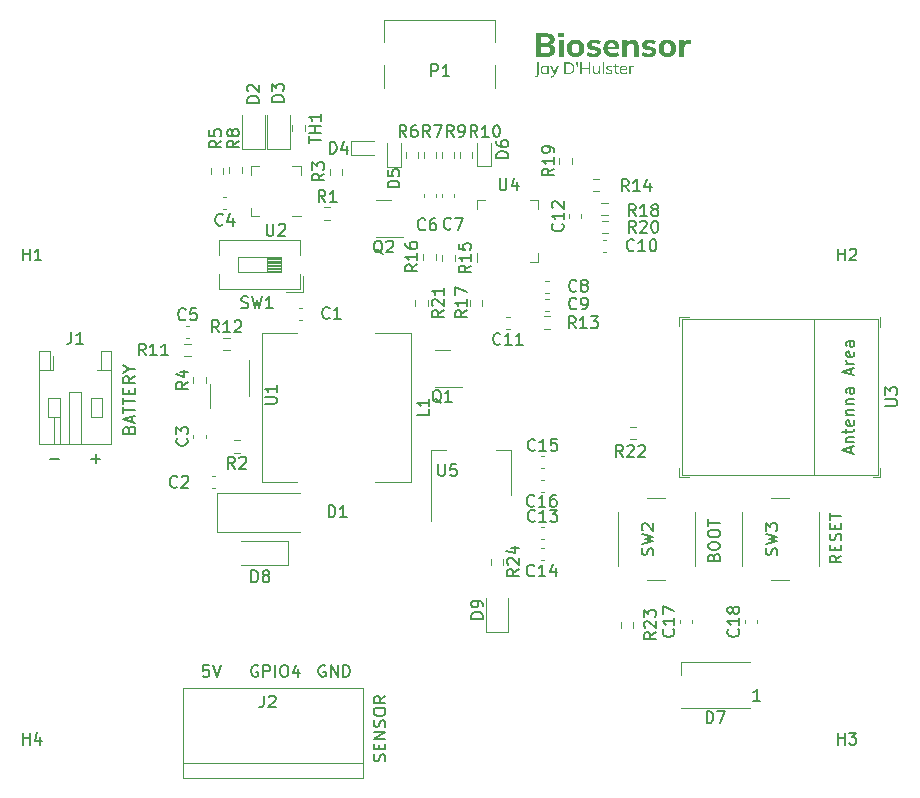
<source format=gbr>
%TF.GenerationSoftware,KiCad,Pcbnew,7.0.5*%
%TF.CreationDate,2023-06-06T12:25:19+02:00*%
%TF.ProjectId,biosensor,62696f73-656e-4736-9f72-2e6b69636164,rev?*%
%TF.SameCoordinates,Original*%
%TF.FileFunction,Legend,Top*%
%TF.FilePolarity,Positive*%
%FSLAX46Y46*%
G04 Gerber Fmt 4.6, Leading zero omitted, Abs format (unit mm)*
G04 Created by KiCad (PCBNEW 7.0.5) date 2023-06-06 12:25:19*
%MOMM*%
%LPD*%
G01*
G04 APERTURE LIST*
%ADD10C,0.150000*%
%ADD11C,0.120000*%
G04 APERTURE END LIST*
D10*
G36*
X147810642Y-71890362D02*
G01*
X147800507Y-71890257D01*
X147789764Y-71889942D01*
X147778414Y-71889416D01*
X147768202Y-71888797D01*
X147759351Y-71888164D01*
X147748609Y-71887251D01*
X147737815Y-71885977D01*
X147726970Y-71884343D01*
X147716074Y-71882348D01*
X147705126Y-71879993D01*
X147701465Y-71879127D01*
X147701465Y-71782651D01*
X147711320Y-71784681D01*
X147720917Y-71786555D01*
X147731788Y-71788547D01*
X147742308Y-71790329D01*
X147751046Y-71791688D01*
X147760952Y-71793021D01*
X147771672Y-71794143D01*
X147781751Y-71794837D01*
X147792323Y-71795108D01*
X147804130Y-71794758D01*
X147815370Y-71793708D01*
X147826043Y-71791959D01*
X147836150Y-71789509D01*
X147845689Y-71786360D01*
X147857528Y-71781073D01*
X147868358Y-71774541D01*
X147878181Y-71766765D01*
X147886997Y-71757745D01*
X147889043Y-71755296D01*
X147896600Y-71744607D01*
X147901606Y-71735623D01*
X147906045Y-71725810D01*
X147909918Y-71715169D01*
X147913224Y-71703700D01*
X147915963Y-71691402D01*
X147918135Y-71678275D01*
X147919741Y-71664319D01*
X147920496Y-71654555D01*
X147921000Y-71644423D01*
X147921252Y-71633922D01*
X147921284Y-71628534D01*
X147921284Y-70643014D01*
X148037299Y-70643014D01*
X148037299Y-71630000D01*
X148037203Y-71640403D01*
X148036917Y-71650607D01*
X148036440Y-71660614D01*
X148035772Y-71670422D01*
X148034413Y-71684761D01*
X148032624Y-71698655D01*
X148030406Y-71712101D01*
X148027758Y-71725102D01*
X148024681Y-71737655D01*
X148021175Y-71749762D01*
X148017239Y-71761423D01*
X148012875Y-71772637D01*
X148008072Y-71783414D01*
X148002822Y-71793672D01*
X147997127Y-71803410D01*
X147990984Y-71812628D01*
X147984395Y-71821327D01*
X147977360Y-71829507D01*
X147969878Y-71837167D01*
X147961950Y-71844307D01*
X147953575Y-71850928D01*
X147944754Y-71857030D01*
X147938625Y-71860809D01*
X147929075Y-71866091D01*
X147919019Y-71870853D01*
X147908456Y-71875095D01*
X147897386Y-71878818D01*
X147885810Y-71882022D01*
X147873727Y-71884706D01*
X147861137Y-71886870D01*
X147848041Y-71888515D01*
X147834438Y-71889641D01*
X147820329Y-71890247D01*
X147810642Y-71890362D01*
G37*
G36*
X148550017Y-70914801D02*
G01*
X148561593Y-70915368D01*
X148572968Y-70916312D01*
X148584143Y-70917635D01*
X148595118Y-70919335D01*
X148605892Y-70921413D01*
X148616466Y-70923869D01*
X148626840Y-70926702D01*
X148637013Y-70929914D01*
X148646986Y-70933503D01*
X148656759Y-70937470D01*
X148666331Y-70941815D01*
X148675703Y-70946537D01*
X148684874Y-70951638D01*
X148693846Y-70957116D01*
X148702616Y-70962972D01*
X148711104Y-70969122D01*
X148719225Y-70975543D01*
X148726980Y-70982235D01*
X148734368Y-70989198D01*
X148741390Y-70996432D01*
X148748046Y-71003936D01*
X148754335Y-71011712D01*
X148760258Y-71019759D01*
X148765814Y-71028076D01*
X148771004Y-71036665D01*
X148775828Y-71045524D01*
X148780286Y-71054655D01*
X148781058Y-71056431D01*
X148792986Y-70927313D01*
X148902163Y-70927313D01*
X148901132Y-70937460D01*
X148900117Y-70947631D01*
X148899117Y-70957824D01*
X148898133Y-70968040D01*
X148897163Y-70978279D01*
X148896209Y-70988541D01*
X148895271Y-70998826D01*
X148894347Y-71009134D01*
X148893546Y-71019419D01*
X148892851Y-71029635D01*
X148892263Y-71039783D01*
X148891782Y-71049862D01*
X148891408Y-71059872D01*
X148891141Y-71069813D01*
X148890981Y-71079686D01*
X148890928Y-71089490D01*
X148890928Y-71630000D01*
X148777599Y-71630000D01*
X148777599Y-71506368D01*
X148774291Y-71513077D01*
X148769436Y-71521895D01*
X148764209Y-71530441D01*
X148758609Y-71538714D01*
X148752638Y-71546714D01*
X148746294Y-71554441D01*
X148739578Y-71561895D01*
X148732490Y-71569076D01*
X148725030Y-71575985D01*
X148717198Y-71582620D01*
X148708994Y-71588983D01*
X148700418Y-71595073D01*
X148691599Y-71600840D01*
X148682604Y-71606235D01*
X148673433Y-71611259D01*
X148664087Y-71615910D01*
X148654565Y-71620189D01*
X148644868Y-71624096D01*
X148634995Y-71627631D01*
X148624947Y-71630793D01*
X148614723Y-71633584D01*
X148604324Y-71636003D01*
X148593749Y-71638049D01*
X148582998Y-71639723D01*
X148572072Y-71641026D01*
X148560971Y-71641956D01*
X148549694Y-71642514D01*
X148538241Y-71642700D01*
X148526610Y-71642527D01*
X148515164Y-71642009D01*
X148503903Y-71641146D01*
X148492827Y-71639937D01*
X148481936Y-71638383D01*
X148471231Y-71636483D01*
X148460710Y-71634238D01*
X148450375Y-71631648D01*
X148440224Y-71628712D01*
X148430259Y-71625431D01*
X148420479Y-71621805D01*
X148410884Y-71617833D01*
X148401474Y-71613516D01*
X148392249Y-71608853D01*
X148383209Y-71603845D01*
X148374354Y-71598492D01*
X148365715Y-71592822D01*
X148357322Y-71586864D01*
X148349175Y-71580618D01*
X148341274Y-71574083D01*
X148333620Y-71567261D01*
X148326211Y-71560150D01*
X148319049Y-71552751D01*
X148312133Y-71545064D01*
X148305463Y-71537089D01*
X148299039Y-71528826D01*
X148292862Y-71520274D01*
X148286930Y-71511435D01*
X148281245Y-71502307D01*
X148275806Y-71492891D01*
X148270613Y-71483188D01*
X148265666Y-71473196D01*
X148261022Y-71462933D01*
X148256679Y-71452416D01*
X148252634Y-71441645D01*
X148248890Y-71430621D01*
X148245444Y-71419343D01*
X148242299Y-71407811D01*
X148239453Y-71396025D01*
X148236906Y-71383986D01*
X148234659Y-71371693D01*
X148232712Y-71359146D01*
X148231065Y-71346345D01*
X148229716Y-71333290D01*
X148228668Y-71319982D01*
X148227919Y-71306420D01*
X148227470Y-71292604D01*
X148227320Y-71278534D01*
X148342114Y-71278534D01*
X148342346Y-71294924D01*
X148343041Y-71310816D01*
X148344201Y-71326210D01*
X148345823Y-71341106D01*
X148347910Y-71355504D01*
X148350460Y-71369404D01*
X148353474Y-71382806D01*
X148356952Y-71395710D01*
X148360893Y-71408115D01*
X148365298Y-71420023D01*
X148370167Y-71431433D01*
X148375499Y-71442345D01*
X148381295Y-71452758D01*
X148387555Y-71462674D01*
X148394278Y-71472092D01*
X148401465Y-71481011D01*
X148409070Y-71489381D01*
X148416986Y-71497212D01*
X148425213Y-71504502D01*
X148433751Y-71511252D01*
X148442600Y-71517462D01*
X148451760Y-71523132D01*
X148461231Y-71528262D01*
X148471013Y-71532852D01*
X148481106Y-71536902D01*
X148491510Y-71540412D01*
X148502226Y-71543382D01*
X148513252Y-71545812D01*
X148524589Y-71547702D01*
X148536237Y-71549052D01*
X148548197Y-71549862D01*
X148560467Y-71550132D01*
X148572912Y-71549862D01*
X148585029Y-71549052D01*
X148596817Y-71547702D01*
X148608278Y-71545812D01*
X148619410Y-71543382D01*
X148630214Y-71540412D01*
X148640689Y-71536902D01*
X148650837Y-71532852D01*
X148660656Y-71528262D01*
X148670147Y-71523132D01*
X148679310Y-71517462D01*
X148688145Y-71511252D01*
X148696652Y-71504502D01*
X148704830Y-71497212D01*
X148712680Y-71489381D01*
X148720202Y-71481011D01*
X148727330Y-71472092D01*
X148733998Y-71462674D01*
X148740206Y-71452758D01*
X148745954Y-71442345D01*
X148751243Y-71431433D01*
X148756071Y-71420023D01*
X148760440Y-71408115D01*
X148764349Y-71395710D01*
X148767798Y-71382806D01*
X148770787Y-71369404D01*
X148773316Y-71355504D01*
X148775385Y-71341106D01*
X148776995Y-71326210D01*
X148778145Y-71310816D01*
X148778834Y-71294924D01*
X148779064Y-71278534D01*
X148778834Y-71261997D01*
X148778145Y-71245970D01*
X148776995Y-71230452D01*
X148775385Y-71215443D01*
X148773316Y-71200944D01*
X148770787Y-71186954D01*
X148767798Y-71173474D01*
X148764349Y-71160504D01*
X148760440Y-71148043D01*
X148756071Y-71136091D01*
X148751243Y-71124649D01*
X148745954Y-71113716D01*
X148740206Y-71103293D01*
X148733998Y-71093379D01*
X148727330Y-71083975D01*
X148720202Y-71075080D01*
X148712680Y-71066680D01*
X148704830Y-71058822D01*
X148696652Y-71051507D01*
X148688145Y-71044733D01*
X148679310Y-71038501D01*
X148670147Y-71032810D01*
X148660656Y-71027662D01*
X148650837Y-71023056D01*
X148640689Y-71018992D01*
X148630214Y-71015469D01*
X148619410Y-71012489D01*
X148608278Y-71010050D01*
X148596817Y-71008153D01*
X148585029Y-71006799D01*
X148572912Y-71005986D01*
X148560467Y-71005715D01*
X148548197Y-71005986D01*
X148536237Y-71006799D01*
X148524589Y-71008153D01*
X148513252Y-71010050D01*
X148502226Y-71012489D01*
X148491510Y-71015469D01*
X148481106Y-71018992D01*
X148471013Y-71023056D01*
X148461231Y-71027662D01*
X148451760Y-71032810D01*
X148442600Y-71038501D01*
X148433751Y-71044733D01*
X148425213Y-71051507D01*
X148416986Y-71058822D01*
X148409070Y-71066680D01*
X148401465Y-71075080D01*
X148394278Y-71083975D01*
X148387555Y-71093379D01*
X148381295Y-71103293D01*
X148375499Y-71113716D01*
X148370167Y-71124649D01*
X148365298Y-71136091D01*
X148360893Y-71148043D01*
X148356952Y-71160504D01*
X148353474Y-71173474D01*
X148350460Y-71186954D01*
X148347910Y-71200944D01*
X148345823Y-71215443D01*
X148344201Y-71230452D01*
X148343041Y-71245970D01*
X148342346Y-71261997D01*
X148342114Y-71278534D01*
X148227320Y-71278534D01*
X148227470Y-71264316D01*
X148227919Y-71250362D01*
X148228668Y-71236671D01*
X148229716Y-71223244D01*
X148231065Y-71210079D01*
X148232712Y-71197178D01*
X148234659Y-71184541D01*
X148236906Y-71172166D01*
X148239453Y-71160055D01*
X148242299Y-71148208D01*
X148245444Y-71136623D01*
X148248890Y-71125302D01*
X148252634Y-71114244D01*
X148256679Y-71103450D01*
X148261022Y-71092919D01*
X148265666Y-71082651D01*
X148270613Y-71072634D01*
X148275806Y-71062913D01*
X148281245Y-71053491D01*
X148286930Y-71044366D01*
X148292862Y-71035539D01*
X148299039Y-71027010D01*
X148305463Y-71018778D01*
X148312133Y-71010844D01*
X148319049Y-71003207D01*
X148326211Y-70995869D01*
X148333620Y-70988828D01*
X148341274Y-70982084D01*
X148349175Y-70975639D01*
X148357322Y-70969491D01*
X148365715Y-70963640D01*
X148374354Y-70958087D01*
X148383209Y-70952823D01*
X148392249Y-70947898D01*
X148401474Y-70943313D01*
X148410884Y-70939067D01*
X148420479Y-70935161D01*
X148430259Y-70931595D01*
X148440224Y-70928368D01*
X148450375Y-70925481D01*
X148460710Y-70922934D01*
X148471231Y-70920726D01*
X148481936Y-70918858D01*
X148492827Y-70917329D01*
X148503903Y-70916141D01*
X148515164Y-70915292D01*
X148526610Y-70914782D01*
X148538241Y-70914612D01*
X148550017Y-70914801D01*
G37*
G36*
X149075087Y-71947759D02*
G01*
X149048464Y-71853970D01*
X149060636Y-71851042D01*
X149072421Y-71848028D01*
X149083820Y-71844928D01*
X149094832Y-71841743D01*
X149105458Y-71838471D01*
X149115698Y-71835114D01*
X149125551Y-71831671D01*
X149135018Y-71828142D01*
X149144098Y-71824527D01*
X149155604Y-71819573D01*
X149158374Y-71818311D01*
X149169193Y-71813033D01*
X149179546Y-71807335D01*
X149189434Y-71801218D01*
X149198857Y-71794680D01*
X149207814Y-71787723D01*
X149216305Y-71780346D01*
X149224331Y-71772550D01*
X149231891Y-71764333D01*
X149239145Y-71755701D01*
X149246133Y-71746534D01*
X149252854Y-71736833D01*
X149259307Y-71726598D01*
X149265493Y-71715828D01*
X149271412Y-71704524D01*
X149275676Y-71695696D01*
X149279790Y-71686567D01*
X149282449Y-71680314D01*
X149318841Y-71597759D01*
X149315910Y-71645387D01*
X149009385Y-70927313D01*
X149132484Y-70927313D01*
X149386008Y-71544515D01*
X149349616Y-71544515D01*
X149600209Y-70927313D01*
X149719155Y-70927313D01*
X149394312Y-71688862D01*
X149388996Y-71701265D01*
X149383582Y-71713285D01*
X149378068Y-71724924D01*
X149372456Y-71736180D01*
X149366745Y-71747055D01*
X149360936Y-71757547D01*
X149355027Y-71767657D01*
X149349020Y-71777385D01*
X149342915Y-71786731D01*
X149336710Y-71795694D01*
X149332519Y-71801458D01*
X149326200Y-71809828D01*
X149319790Y-71817901D01*
X149313291Y-71825679D01*
X149306701Y-71833160D01*
X149300022Y-71840345D01*
X149290975Y-71849464D01*
X149281768Y-71858056D01*
X149272401Y-71866122D01*
X149262874Y-71873661D01*
X149260467Y-71875464D01*
X149250758Y-71882482D01*
X149240806Y-71889126D01*
X149230608Y-71895396D01*
X149220167Y-71901292D01*
X149209481Y-71906814D01*
X149198551Y-71911963D01*
X149187377Y-71916737D01*
X149175959Y-71921137D01*
X149164285Y-71925239D01*
X149152344Y-71929121D01*
X149140135Y-71932780D01*
X149127660Y-71936219D01*
X149118128Y-71938653D01*
X149108446Y-71940962D01*
X149098613Y-71943146D01*
X149088631Y-71945206D01*
X149078498Y-71947142D01*
X149075087Y-71947759D01*
G37*
G36*
X150562446Y-70643069D02*
G01*
X150572526Y-70643235D01*
X150582508Y-70643512D01*
X150592392Y-70643900D01*
X150602177Y-70644398D01*
X150621454Y-70645726D01*
X150640337Y-70647496D01*
X150658827Y-70649710D01*
X150676923Y-70652366D01*
X150694627Y-70655465D01*
X150711938Y-70659006D01*
X150728856Y-70662991D01*
X150745380Y-70667417D01*
X150761512Y-70672287D01*
X150777250Y-70677599D01*
X150792595Y-70683354D01*
X150807548Y-70689552D01*
X150822107Y-70696192D01*
X150829239Y-70699678D01*
X150843221Y-70706970D01*
X150856773Y-70714677D01*
X150869897Y-70722800D01*
X150882591Y-70731338D01*
X150894855Y-70740293D01*
X150906691Y-70749664D01*
X150918097Y-70759451D01*
X150929073Y-70769654D01*
X150939620Y-70780273D01*
X150949738Y-70791308D01*
X150959427Y-70802759D01*
X150968686Y-70814625D01*
X150977516Y-70826908D01*
X150985917Y-70839607D01*
X150993888Y-70852721D01*
X151001430Y-70866252D01*
X151008558Y-70880185D01*
X151015226Y-70894508D01*
X151021434Y-70909220D01*
X151027182Y-70924321D01*
X151032471Y-70939811D01*
X151037299Y-70955691D01*
X151041668Y-70971960D01*
X151045577Y-70988618D01*
X151049026Y-71005665D01*
X151052015Y-71023102D01*
X151054544Y-71040928D01*
X151056614Y-71059143D01*
X151058223Y-71077747D01*
X151059373Y-71096741D01*
X151060063Y-71116124D01*
X151060235Y-71125961D01*
X151060293Y-71135896D01*
X151060235Y-71145727D01*
X151059775Y-71165109D01*
X151058856Y-71184122D01*
X151057476Y-71202765D01*
X151055636Y-71221037D01*
X151053337Y-71238940D01*
X151050578Y-71256472D01*
X151047359Y-71273633D01*
X151043680Y-71290425D01*
X151039541Y-71306847D01*
X151034943Y-71322898D01*
X151029884Y-71338579D01*
X151024366Y-71353890D01*
X151018388Y-71368831D01*
X151011949Y-71383402D01*
X151005051Y-71397602D01*
X151001430Y-71404563D01*
X150993888Y-71418186D01*
X150985917Y-71431392D01*
X150977516Y-71444182D01*
X150968686Y-71456557D01*
X150959427Y-71468515D01*
X150949738Y-71480057D01*
X150939620Y-71491184D01*
X150929073Y-71501894D01*
X150918097Y-71512189D01*
X150906691Y-71522067D01*
X150894855Y-71531530D01*
X150882591Y-71540576D01*
X150869897Y-71549207D01*
X150856773Y-71557421D01*
X150843221Y-71565220D01*
X150829239Y-71572602D01*
X150814876Y-71579553D01*
X150800121Y-71586055D01*
X150784972Y-71592108D01*
X150769430Y-71597714D01*
X150753495Y-71602870D01*
X150737167Y-71607579D01*
X150720446Y-71611839D01*
X150703332Y-71615650D01*
X150685824Y-71619013D01*
X150667924Y-71621928D01*
X150649631Y-71624394D01*
X150630944Y-71626412D01*
X150611865Y-71627982D01*
X150592392Y-71629103D01*
X150582508Y-71629495D01*
X150572526Y-71629775D01*
X150562446Y-71629943D01*
X150552267Y-71630000D01*
X150224494Y-71630000D01*
X150224494Y-70740956D01*
X150340753Y-70740956D01*
X150340753Y-71530593D01*
X150543719Y-71530593D01*
X150556227Y-71530496D01*
X150568532Y-71530207D01*
X150580634Y-71529725D01*
X150592533Y-71529051D01*
X150604230Y-71528184D01*
X150615724Y-71527124D01*
X150627015Y-71525871D01*
X150638104Y-71524426D01*
X150648989Y-71522787D01*
X150659672Y-71520957D01*
X150670153Y-71518933D01*
X150680430Y-71516717D01*
X150690505Y-71514308D01*
X150700377Y-71511706D01*
X150710046Y-71508911D01*
X150719513Y-71505924D01*
X150728777Y-71502744D01*
X150746696Y-71495806D01*
X150763804Y-71488097D01*
X150780102Y-71479617D01*
X150795588Y-71470367D01*
X150810264Y-71460345D01*
X150824129Y-71449553D01*
X150837182Y-71437989D01*
X150843405Y-71431919D01*
X150855265Y-71419199D01*
X150866360Y-71405708D01*
X150876690Y-71391447D01*
X150886254Y-71376414D01*
X150895054Y-71360611D01*
X150903088Y-71344037D01*
X150910357Y-71326692D01*
X150916861Y-71308576D01*
X150919826Y-71299229D01*
X150922600Y-71289689D01*
X150925182Y-71279957D01*
X150927573Y-71270031D01*
X150929773Y-71259913D01*
X150931782Y-71249603D01*
X150933599Y-71239099D01*
X150935225Y-71228403D01*
X150936660Y-71217514D01*
X150937903Y-71206433D01*
X150938955Y-71195159D01*
X150939816Y-71183691D01*
X150940486Y-71172032D01*
X150940964Y-71160179D01*
X150941251Y-71148134D01*
X150941346Y-71135896D01*
X150941251Y-71123569D01*
X150940964Y-71111439D01*
X150940486Y-71099505D01*
X150939816Y-71087769D01*
X150938955Y-71076230D01*
X150937903Y-71064887D01*
X150936660Y-71053742D01*
X150935225Y-71042794D01*
X150933599Y-71032043D01*
X150931782Y-71021488D01*
X150929773Y-71011131D01*
X150927573Y-71000971D01*
X150925182Y-70991008D01*
X150922600Y-70981242D01*
X150919826Y-70971673D01*
X150916861Y-70962301D01*
X150910357Y-70944147D01*
X150903088Y-70926782D01*
X150895054Y-70910205D01*
X150886254Y-70894416D01*
X150876690Y-70879415D01*
X150866360Y-70865203D01*
X150855265Y-70851778D01*
X150843405Y-70839141D01*
X150830757Y-70827251D01*
X150817298Y-70816129D01*
X150803028Y-70805773D01*
X150787947Y-70796185D01*
X150772055Y-70787364D01*
X150755352Y-70779309D01*
X150737838Y-70772022D01*
X150719513Y-70765502D01*
X150710046Y-70762530D01*
X150700377Y-70759749D01*
X150690505Y-70757160D01*
X150680430Y-70754763D01*
X150670153Y-70752558D01*
X150659672Y-70750544D01*
X150648989Y-70748722D01*
X150638104Y-70747092D01*
X150627015Y-70745654D01*
X150615724Y-70744407D01*
X150604230Y-70743353D01*
X150592533Y-70742490D01*
X150580634Y-70741818D01*
X150568532Y-70741339D01*
X150556227Y-70741051D01*
X150543719Y-70740956D01*
X150340753Y-70740956D01*
X150224494Y-70740956D01*
X150224494Y-70643014D01*
X150552267Y-70643014D01*
X150562446Y-70643069D01*
G37*
G36*
X151264235Y-71030872D02*
G01*
X151234926Y-70643014D01*
X151368039Y-70643014D01*
X151341416Y-71030872D01*
X151264235Y-71030872D01*
G37*
G36*
X151578576Y-71630000D02*
G01*
X151578576Y-70643014D01*
X151694836Y-70643014D01*
X151694836Y-71079720D01*
X152289811Y-71079720D01*
X152289811Y-70643014D01*
X152404605Y-70643014D01*
X152404605Y-71630000D01*
X152289811Y-71630000D01*
X152289811Y-71179127D01*
X151694836Y-71179127D01*
X151694836Y-71630000D01*
X151578576Y-71630000D01*
G37*
G36*
X152885519Y-71642700D02*
G01*
X152870186Y-71642432D01*
X152855329Y-71641628D01*
X152840946Y-71640287D01*
X152827038Y-71638411D01*
X152813606Y-71635998D01*
X152800649Y-71633049D01*
X152788167Y-71629563D01*
X152776160Y-71625542D01*
X152764628Y-71620984D01*
X152753571Y-71615891D01*
X152742989Y-71610261D01*
X152732883Y-71604094D01*
X152723252Y-71597392D01*
X152714095Y-71590154D01*
X152705414Y-71582379D01*
X152697208Y-71574068D01*
X152689518Y-71565205D01*
X152682325Y-71555773D01*
X152675627Y-71545772D01*
X152669426Y-71535203D01*
X152663720Y-71524065D01*
X152658511Y-71512358D01*
X152653798Y-71500083D01*
X152649581Y-71487240D01*
X152645860Y-71473827D01*
X152642635Y-71459846D01*
X152639906Y-71445297D01*
X152637674Y-71430178D01*
X152635938Y-71414491D01*
X152634697Y-71398236D01*
X152633953Y-71381412D01*
X152633705Y-71364019D01*
X152633705Y-70927313D01*
X152747034Y-70927313D01*
X152747034Y-71361088D01*
X152747186Y-71372979D01*
X152747644Y-71384471D01*
X152748408Y-71395564D01*
X152749476Y-71406258D01*
X152750850Y-71416553D01*
X152752529Y-71426450D01*
X152755620Y-71440547D01*
X152759398Y-71453747D01*
X152763864Y-71466049D01*
X152769016Y-71477455D01*
X152774854Y-71487963D01*
X152781380Y-71497573D01*
X152786113Y-71503482D01*
X152793866Y-71511600D01*
X152802379Y-71518921D01*
X152811651Y-71525442D01*
X152821684Y-71531165D01*
X152832477Y-71536090D01*
X152844030Y-71540215D01*
X152856342Y-71543543D01*
X152869415Y-71546072D01*
X152883247Y-71547802D01*
X152897839Y-71548733D01*
X152907990Y-71548911D01*
X152919388Y-71548676D01*
X152930502Y-71547972D01*
X152941332Y-71546799D01*
X152951877Y-71545156D01*
X152962138Y-71543043D01*
X152972115Y-71540462D01*
X152981807Y-71537410D01*
X152991215Y-71533890D01*
X153000339Y-71529900D01*
X153009179Y-71525441D01*
X153017734Y-71520512D01*
X153026005Y-71515114D01*
X153033991Y-71509246D01*
X153041694Y-71502909D01*
X153049112Y-71496103D01*
X153056245Y-71488827D01*
X153063048Y-71481128D01*
X153069411Y-71473112D01*
X153075336Y-71464779D01*
X153080822Y-71456129D01*
X153085869Y-71447163D01*
X153090477Y-71437880D01*
X153094647Y-71428280D01*
X153098377Y-71418363D01*
X153101669Y-71408130D01*
X153104521Y-71397580D01*
X153106935Y-71386713D01*
X153108910Y-71375529D01*
X153110446Y-71364029D01*
X153111543Y-71352211D01*
X153112202Y-71340078D01*
X153112421Y-71327627D01*
X153112421Y-70927313D01*
X153225750Y-70927313D01*
X153225750Y-71630000D01*
X153115108Y-71630000D01*
X153115108Y-71471730D01*
X153133426Y-71471730D01*
X153129622Y-71481755D01*
X153125538Y-71491495D01*
X153121173Y-71500951D01*
X153116527Y-71510122D01*
X153111601Y-71519009D01*
X153106395Y-71527612D01*
X153100908Y-71535931D01*
X153095141Y-71543965D01*
X153089093Y-71551715D01*
X153082765Y-71559181D01*
X153072746Y-71569846D01*
X153062096Y-71579872D01*
X153054646Y-71586200D01*
X153046915Y-71592244D01*
X153038904Y-71598004D01*
X153030691Y-71603416D01*
X153022295Y-71608479D01*
X153013716Y-71613193D01*
X153004954Y-71617558D01*
X152996009Y-71621574D01*
X152986880Y-71625241D01*
X152977568Y-71628558D01*
X152968073Y-71631526D01*
X152958395Y-71634145D01*
X152948534Y-71636415D01*
X152938490Y-71638335D01*
X152928262Y-71639907D01*
X152917851Y-71641129D01*
X152907257Y-71642002D01*
X152896480Y-71642526D01*
X152885519Y-71642700D01*
G37*
G36*
X153444836Y-71630000D02*
G01*
X153444836Y-70599539D01*
X153558164Y-70599539D01*
X153558164Y-71630000D01*
X153444836Y-71630000D01*
G37*
G36*
X154011723Y-71642700D02*
G01*
X154001265Y-71642609D01*
X153990894Y-71642338D01*
X153980611Y-71641884D01*
X153970416Y-71641250D01*
X153960308Y-71640434D01*
X153950288Y-71639437D01*
X153940357Y-71638259D01*
X153930512Y-71636899D01*
X153920756Y-71635359D01*
X153911087Y-71633636D01*
X153896749Y-71630713D01*
X153882608Y-71627382D01*
X153868665Y-71623644D01*
X153854919Y-71619497D01*
X153841493Y-71614981D01*
X153828510Y-71610135D01*
X153815968Y-71604958D01*
X153803869Y-71599450D01*
X153792212Y-71593612D01*
X153780997Y-71587443D01*
X153770224Y-71580944D01*
X153759894Y-71574114D01*
X153750005Y-71566953D01*
X153740559Y-71559462D01*
X153734508Y-71554284D01*
X153773831Y-71474661D01*
X153783619Y-71482078D01*
X153793566Y-71489127D01*
X153803671Y-71495806D01*
X153813936Y-71502115D01*
X153824360Y-71508056D01*
X153834942Y-71513627D01*
X153845683Y-71518829D01*
X153856583Y-71523662D01*
X153867642Y-71528126D01*
X153878860Y-71532220D01*
X153886427Y-71534745D01*
X153897875Y-71538237D01*
X153909413Y-71541385D01*
X153921042Y-71544190D01*
X153932760Y-71546652D01*
X153944569Y-71548770D01*
X153956468Y-71550544D01*
X153968457Y-71551975D01*
X153980536Y-71553063D01*
X153992706Y-71553807D01*
X154004965Y-71554208D01*
X154013189Y-71554284D01*
X154023529Y-71554167D01*
X154033545Y-71553815D01*
X154047960Y-71552847D01*
X154061646Y-71551350D01*
X154074602Y-71549326D01*
X154086828Y-71546774D01*
X154098324Y-71543693D01*
X154109090Y-71540085D01*
X154119127Y-71535948D01*
X154128433Y-71531283D01*
X154137010Y-71526091D01*
X154139706Y-71524242D01*
X154149724Y-71516369D01*
X154158406Y-71507771D01*
X154165753Y-71498448D01*
X154171763Y-71488400D01*
X154176438Y-71477626D01*
X154179778Y-71466128D01*
X154181781Y-71453904D01*
X154182449Y-71440956D01*
X154182021Y-71431071D01*
X154180285Y-71419424D01*
X154177213Y-71408565D01*
X154172805Y-71398492D01*
X154167062Y-71389207D01*
X154159982Y-71380708D01*
X154155094Y-71375987D01*
X154145781Y-71368540D01*
X154137120Y-71362961D01*
X154127382Y-71357717D01*
X154116569Y-71352810D01*
X154104679Y-71348238D01*
X154095056Y-71345029D01*
X154084827Y-71342010D01*
X154073993Y-71339179D01*
X154066434Y-71337397D01*
X153936252Y-71310774D01*
X153925222Y-71308225D01*
X153914541Y-71305462D01*
X153904210Y-71302485D01*
X153894227Y-71299295D01*
X153884594Y-71295891D01*
X153875310Y-71292273D01*
X153862038Y-71286445D01*
X153849553Y-71280137D01*
X153837853Y-71273348D01*
X153826938Y-71266078D01*
X153816809Y-71258327D01*
X153807466Y-71250095D01*
X153801674Y-71244340D01*
X153793687Y-71235320D01*
X153786485Y-71225844D01*
X153780068Y-71215914D01*
X153774437Y-71205528D01*
X153769592Y-71194688D01*
X153765533Y-71183392D01*
X153762259Y-71171641D01*
X153759771Y-71159435D01*
X153758069Y-71146774D01*
X153757152Y-71133658D01*
X153756978Y-71124661D01*
X153757261Y-71113249D01*
X153758111Y-71102095D01*
X153759528Y-71091199D01*
X153761512Y-71080560D01*
X153764062Y-71070179D01*
X153767179Y-71060055D01*
X153770863Y-71050189D01*
X153775113Y-71040580D01*
X153779930Y-71031230D01*
X153785314Y-71022136D01*
X153789218Y-71016217D01*
X153795521Y-71007555D01*
X153802338Y-70999244D01*
X153809671Y-70991286D01*
X153817520Y-70983679D01*
X153825883Y-70976425D01*
X153834762Y-70969523D01*
X153844155Y-70962973D01*
X153854064Y-70956775D01*
X153864489Y-70950929D01*
X153875428Y-70945435D01*
X153883007Y-70941967D01*
X153894732Y-70937079D01*
X153906827Y-70932671D01*
X153919290Y-70928744D01*
X153932123Y-70925298D01*
X153945325Y-70922333D01*
X153958896Y-70919848D01*
X153972837Y-70917845D01*
X153987146Y-70916322D01*
X153996891Y-70915574D01*
X154006800Y-70915040D01*
X154016873Y-70914719D01*
X154027110Y-70914612D01*
X154041431Y-70914816D01*
X154055541Y-70915428D01*
X154069441Y-70916448D01*
X154083130Y-70917875D01*
X154096609Y-70919711D01*
X154109877Y-70921954D01*
X154122935Y-70924605D01*
X154135783Y-70927664D01*
X154148421Y-70931131D01*
X154160848Y-70935006D01*
X154169016Y-70937815D01*
X154181052Y-70942300D01*
X154192706Y-70947146D01*
X154203978Y-70952352D01*
X154214868Y-70957920D01*
X154225376Y-70963847D01*
X154235502Y-70970135D01*
X154245246Y-70976784D01*
X154254607Y-70983794D01*
X154263587Y-70991164D01*
X154272184Y-70998895D01*
X154277704Y-71004249D01*
X154237159Y-71082651D01*
X154229177Y-71075227D01*
X154220985Y-71068160D01*
X154212582Y-71061449D01*
X154203969Y-71055094D01*
X154195145Y-71049095D01*
X154186112Y-71043453D01*
X154176867Y-71038167D01*
X154167413Y-71033238D01*
X154157748Y-71028665D01*
X154147872Y-71024448D01*
X154141172Y-71021835D01*
X154131065Y-71018168D01*
X154120893Y-71014862D01*
X154110657Y-71011917D01*
X154100357Y-71009333D01*
X154089992Y-71007109D01*
X154079563Y-71005245D01*
X154069069Y-71003743D01*
X154058511Y-71002601D01*
X154047889Y-71001819D01*
X154037202Y-71001399D01*
X154030041Y-71001318D01*
X154019854Y-71001447D01*
X154009991Y-71001834D01*
X153995804Y-71002896D01*
X153982347Y-71004538D01*
X153969620Y-71006760D01*
X153957623Y-71009562D01*
X153946356Y-71012943D01*
X153935819Y-71016903D01*
X153926012Y-71021443D01*
X153916934Y-71026563D01*
X153908586Y-71032263D01*
X153905966Y-71034291D01*
X153896292Y-71042851D01*
X153887907Y-71052045D01*
X153880813Y-71061872D01*
X153875008Y-71072332D01*
X153870494Y-71083426D01*
X153867269Y-71095153D01*
X153865334Y-71107514D01*
X153864689Y-71120509D01*
X153865093Y-71130416D01*
X153866737Y-71142156D01*
X153869644Y-71153180D01*
X153873816Y-71163489D01*
X153879252Y-71173082D01*
X153885952Y-71181960D01*
X153890579Y-71186943D01*
X153899373Y-71194706D01*
X153907421Y-71200443D01*
X153916371Y-71205761D01*
X153926221Y-71210660D01*
X153936971Y-71215138D01*
X153948622Y-71219197D01*
X153961174Y-71222835D01*
X153971179Y-71225289D01*
X154101360Y-71251912D01*
X154113078Y-71254628D01*
X154124418Y-71257525D01*
X154135381Y-71260604D01*
X154145965Y-71263864D01*
X154156172Y-71267306D01*
X154166001Y-71270928D01*
X154175452Y-71274732D01*
X154184525Y-71278717D01*
X154197426Y-71285035D01*
X154209478Y-71291760D01*
X154220679Y-71298894D01*
X154231030Y-71306435D01*
X154240531Y-71314384D01*
X154243510Y-71317124D01*
X154251890Y-71325634D01*
X154259446Y-71334676D01*
X154266178Y-71344250D01*
X154272086Y-71354356D01*
X154277169Y-71364995D01*
X154281428Y-71376166D01*
X154284863Y-71387870D01*
X154287473Y-71400106D01*
X154289259Y-71412874D01*
X154290221Y-71426175D01*
X154290404Y-71435338D01*
X154290095Y-71447012D01*
X154289168Y-71458402D01*
X154287622Y-71469509D01*
X154285458Y-71480332D01*
X154282676Y-71490872D01*
X154279276Y-71501129D01*
X154275257Y-71511102D01*
X154270621Y-71520792D01*
X154265366Y-71530199D01*
X154259492Y-71539322D01*
X154255233Y-71545247D01*
X154248444Y-71553851D01*
X154241174Y-71562077D01*
X154233423Y-71569925D01*
X154225191Y-71577396D01*
X154216479Y-71584488D01*
X154207285Y-71591203D01*
X154197611Y-71597540D01*
X154187456Y-71603499D01*
X154176820Y-71609080D01*
X154165703Y-71614284D01*
X154158025Y-71617543D01*
X154146156Y-71622039D01*
X154133905Y-71626093D01*
X154121272Y-71629704D01*
X154108256Y-71632873D01*
X154094859Y-71635600D01*
X154081080Y-71637885D01*
X154066918Y-71639727D01*
X154052374Y-71641128D01*
X154042466Y-71641816D01*
X154032388Y-71642307D01*
X154022141Y-71642602D01*
X154011723Y-71642700D01*
G37*
G36*
X154713921Y-71642700D02*
G01*
X154701167Y-71642467D01*
X154688795Y-71641769D01*
X154676804Y-71640605D01*
X154665195Y-71638975D01*
X154653967Y-71636880D01*
X154643121Y-71634320D01*
X154632657Y-71631293D01*
X154622575Y-71627801D01*
X154612873Y-71623844D01*
X154603554Y-71619421D01*
X154594616Y-71614532D01*
X154586060Y-71609178D01*
X154577886Y-71603358D01*
X154570093Y-71597073D01*
X154562682Y-71590321D01*
X154555652Y-71583105D01*
X154549056Y-71575418D01*
X154542886Y-71567256D01*
X154537142Y-71558619D01*
X154531823Y-71549506D01*
X154526930Y-71539919D01*
X154522462Y-71529856D01*
X154518419Y-71519318D01*
X154514802Y-71508306D01*
X154511611Y-71496818D01*
X154508845Y-71484854D01*
X154506505Y-71472416D01*
X154504590Y-71459503D01*
X154503101Y-71446114D01*
X154502037Y-71432251D01*
X154501399Y-71417912D01*
X154501186Y-71403098D01*
X154501186Y-71015484D01*
X154363921Y-71015484D01*
X154363921Y-70927313D01*
X154501186Y-70927313D01*
X154501186Y-70735338D01*
X154614515Y-70703098D01*
X154614515Y-70927313D01*
X154816259Y-70927313D01*
X154816259Y-71015484D01*
X154614515Y-71015484D01*
X154614515Y-71390642D01*
X154614626Y-71400955D01*
X154614961Y-71410891D01*
X154615882Y-71425086D01*
X154617305Y-71438431D01*
X154619231Y-71450926D01*
X154621659Y-71462571D01*
X154624589Y-71473366D01*
X154628021Y-71483311D01*
X154631956Y-71492405D01*
X154637984Y-71503209D01*
X154643091Y-71510321D01*
X154650743Y-71518678D01*
X154659287Y-71525922D01*
X154668725Y-71532050D01*
X154679056Y-71537065D01*
X154690279Y-71540965D01*
X154702396Y-71543751D01*
X154715406Y-71545423D01*
X154725749Y-71545945D01*
X154729309Y-71545980D01*
X154739095Y-71545808D01*
X154750012Y-71545174D01*
X154760392Y-71544072D01*
X154770235Y-71542502D01*
X154776936Y-71541095D01*
X154787179Y-71538515D01*
X154796903Y-71535661D01*
X154807222Y-71532121D01*
X154814794Y-71529127D01*
X154814794Y-71624382D01*
X154804535Y-71628320D01*
X154794758Y-71631416D01*
X154784233Y-71634184D01*
X154774616Y-71636296D01*
X154767899Y-71637571D01*
X154757667Y-71639314D01*
X154747486Y-71640697D01*
X154737356Y-71641718D01*
X154727278Y-71642380D01*
X154717252Y-71642680D01*
X154713921Y-71642700D01*
G37*
G36*
X155259560Y-71642700D02*
G01*
X155249309Y-71642606D01*
X155239194Y-71642325D01*
X155229216Y-71641856D01*
X155219374Y-71641200D01*
X155200100Y-71639326D01*
X155181372Y-71636701D01*
X155163189Y-71633326D01*
X155145552Y-71629202D01*
X155128461Y-71624328D01*
X155111915Y-71618703D01*
X155095915Y-71612329D01*
X155080461Y-71605205D01*
X155065553Y-71597331D01*
X155051190Y-71588707D01*
X155037373Y-71579333D01*
X155024102Y-71569210D01*
X155011377Y-71558336D01*
X154999197Y-71546713D01*
X154987662Y-71534422D01*
X154976872Y-71521548D01*
X154966825Y-71508090D01*
X154957523Y-71494048D01*
X154948965Y-71479422D01*
X154941151Y-71464212D01*
X154934081Y-71448418D01*
X154927756Y-71432041D01*
X154922175Y-71415079D01*
X154917337Y-71397534D01*
X154913244Y-71379404D01*
X154909896Y-71360691D01*
X154907291Y-71341394D01*
X154906268Y-71331527D01*
X154905431Y-71321513D01*
X154904779Y-71311354D01*
X154904314Y-71301048D01*
X154904035Y-71290597D01*
X154903942Y-71280000D01*
X154904106Y-71266282D01*
X154904599Y-71252789D01*
X154905419Y-71239522D01*
X154906568Y-71226480D01*
X154908045Y-71213663D01*
X154909850Y-71201071D01*
X154911983Y-71188704D01*
X154914445Y-71176563D01*
X154917234Y-71164646D01*
X154920352Y-71152955D01*
X154923798Y-71141489D01*
X154927573Y-71130248D01*
X154931675Y-71119232D01*
X154936106Y-71108442D01*
X154940865Y-71097876D01*
X154945952Y-71087536D01*
X154951334Y-71077451D01*
X154956977Y-71067649D01*
X154962882Y-71058133D01*
X154969048Y-71048900D01*
X154975476Y-71039952D01*
X154982165Y-71031288D01*
X154989115Y-71022908D01*
X154996327Y-71014813D01*
X155003800Y-71007002D01*
X155011535Y-70999475D01*
X155019531Y-70992233D01*
X155027789Y-70985275D01*
X155036308Y-70978601D01*
X155045088Y-70972212D01*
X155054130Y-70966106D01*
X155063433Y-70960286D01*
X155072984Y-70954755D01*
X155082709Y-70949581D01*
X155092607Y-70944764D01*
X155102680Y-70940303D01*
X155112925Y-70936200D01*
X155123345Y-70932453D01*
X155133938Y-70929064D01*
X155144705Y-70926031D01*
X155155645Y-70923354D01*
X155166759Y-70921035D01*
X155178047Y-70919072D01*
X155189508Y-70917467D01*
X155201143Y-70916218D01*
X155212951Y-70915326D01*
X155224934Y-70914791D01*
X155237090Y-70914612D01*
X155249058Y-70914771D01*
X155260785Y-70915246D01*
X155272269Y-70916038D01*
X155283511Y-70917146D01*
X155294510Y-70918572D01*
X155305268Y-70920314D01*
X155315782Y-70922373D01*
X155326055Y-70924748D01*
X155336085Y-70927441D01*
X155345873Y-70930450D01*
X155355419Y-70933776D01*
X155364722Y-70937418D01*
X155373783Y-70941378D01*
X155382601Y-70945654D01*
X155395374Y-70952662D01*
X155399511Y-70955157D01*
X155411603Y-70963061D01*
X155423150Y-70971571D01*
X155434152Y-70980687D01*
X155444608Y-70990408D01*
X155454519Y-71000734D01*
X155463885Y-71011665D01*
X155472706Y-71023202D01*
X155478283Y-71031230D01*
X155483619Y-71039526D01*
X155488711Y-71048092D01*
X155493562Y-71056927D01*
X155498170Y-71066031D01*
X155500383Y-71070683D01*
X155504613Y-71080162D01*
X155508569Y-71089853D01*
X155512253Y-71099755D01*
X155515664Y-71109869D01*
X155518802Y-71120195D01*
X155521667Y-71130733D01*
X155524259Y-71141482D01*
X155526578Y-71152444D01*
X155528625Y-71163617D01*
X155530398Y-71175002D01*
X155531899Y-71186599D01*
X155533127Y-71198407D01*
X155534082Y-71210427D01*
X155534764Y-71222660D01*
X155535174Y-71235104D01*
X155535310Y-71247759D01*
X155535310Y-71289769D01*
X154990893Y-71289769D01*
X154990893Y-71218450D01*
X155461060Y-71218450D01*
X155437369Y-71236524D01*
X155437171Y-71222732D01*
X155436579Y-71209322D01*
X155435591Y-71196293D01*
X155434209Y-71183646D01*
X155432431Y-71171380D01*
X155430259Y-71159496D01*
X155427691Y-71147994D01*
X155424729Y-71136873D01*
X155421372Y-71126134D01*
X155417619Y-71115777D01*
X155413472Y-71105801D01*
X155408930Y-71096207D01*
X155403992Y-71086994D01*
X155398660Y-71078163D01*
X155392933Y-71069714D01*
X155386810Y-71061646D01*
X155380329Y-71054016D01*
X155373465Y-71046877D01*
X155366217Y-71040231D01*
X155358585Y-71034077D01*
X155350570Y-71028416D01*
X155342171Y-71023247D01*
X155333389Y-71018570D01*
X155324223Y-71014385D01*
X155314674Y-71010693D01*
X155304741Y-71007493D01*
X155294425Y-71004786D01*
X155283725Y-71002570D01*
X155272641Y-71000847D01*
X155261174Y-70999616D01*
X155249324Y-70998878D01*
X155237090Y-70998632D01*
X155224142Y-70998919D01*
X155211555Y-70999780D01*
X155199328Y-71001216D01*
X155187462Y-71003227D01*
X155175957Y-71005811D01*
X155164813Y-71008970D01*
X155154029Y-71012703D01*
X155143606Y-71017011D01*
X155133543Y-71021893D01*
X155123841Y-71027349D01*
X155114500Y-71033380D01*
X155105519Y-71039985D01*
X155096899Y-71047165D01*
X155088639Y-71054918D01*
X155080741Y-71063246D01*
X155073203Y-71072149D01*
X155066104Y-71081538D01*
X155059464Y-71091326D01*
X155053282Y-71101512D01*
X155047557Y-71112098D01*
X155042291Y-71123082D01*
X155037482Y-71134465D01*
X155033131Y-71146247D01*
X155029239Y-71158428D01*
X155025804Y-71171007D01*
X155022827Y-71183985D01*
X155020309Y-71197362D01*
X155018248Y-71211138D01*
X155016645Y-71225313D01*
X155015500Y-71239886D01*
X155014813Y-71254859D01*
X155014584Y-71270230D01*
X155014584Y-71282686D01*
X155014838Y-71298893D01*
X155015599Y-71314602D01*
X155016868Y-71329813D01*
X155018645Y-71344525D01*
X155020929Y-71358740D01*
X155023720Y-71372457D01*
X155027020Y-71385676D01*
X155030826Y-71398396D01*
X155035141Y-71410619D01*
X155039963Y-71422343D01*
X155045292Y-71433570D01*
X155051129Y-71444299D01*
X155057474Y-71454529D01*
X155064326Y-71464262D01*
X155071686Y-71473496D01*
X155079553Y-71482233D01*
X155087910Y-71490455D01*
X155096677Y-71498147D01*
X155105854Y-71505308D01*
X155115441Y-71511939D01*
X155125439Y-71518039D01*
X155135847Y-71523609D01*
X155146665Y-71528648D01*
X155157894Y-71533157D01*
X155169533Y-71537136D01*
X155181582Y-71540584D01*
X155194041Y-71543501D01*
X155206910Y-71545888D01*
X155220190Y-71547745D01*
X155233880Y-71549071D01*
X155247980Y-71549867D01*
X155262491Y-71550132D01*
X155274194Y-71549967D01*
X155285763Y-71549471D01*
X155297200Y-71548644D01*
X155308504Y-71547487D01*
X155319674Y-71546000D01*
X155330712Y-71544182D01*
X155341616Y-71542033D01*
X155352387Y-71539553D01*
X155363026Y-71536743D01*
X155373531Y-71533603D01*
X155380460Y-71531325D01*
X155390813Y-71527582D01*
X155401080Y-71523406D01*
X155411260Y-71518795D01*
X155421355Y-71513751D01*
X155431365Y-71508274D01*
X155441288Y-71502363D01*
X155451125Y-71496018D01*
X155460877Y-71489239D01*
X155470543Y-71482027D01*
X155480123Y-71474382D01*
X155486461Y-71469043D01*
X155525540Y-71548911D01*
X155516668Y-71557115D01*
X155507362Y-71564968D01*
X155497623Y-71572468D01*
X155487450Y-71579617D01*
X155476843Y-71586413D01*
X155465803Y-71592857D01*
X155454329Y-71598950D01*
X155442421Y-71604690D01*
X155430080Y-71610078D01*
X155417305Y-71615114D01*
X155408548Y-71618276D01*
X155395244Y-71622641D01*
X155381803Y-71626576D01*
X155368225Y-71630083D01*
X155354509Y-71633159D01*
X155340656Y-71635807D01*
X155326666Y-71638025D01*
X155312538Y-71639814D01*
X155298272Y-71641174D01*
X155283870Y-71642104D01*
X155269330Y-71642605D01*
X155259560Y-71642700D01*
G37*
G36*
X155705547Y-71630000D02*
G01*
X155705547Y-71096573D01*
X155705513Y-71086052D01*
X155705410Y-71075492D01*
X155705238Y-71064894D01*
X155704998Y-71054258D01*
X155704689Y-71043584D01*
X155704311Y-71032872D01*
X155703864Y-71022121D01*
X155703349Y-71011332D01*
X155702826Y-71000509D01*
X155702235Y-70989778D01*
X155701575Y-70979138D01*
X155700846Y-70968590D01*
X155700048Y-70958133D01*
X155699182Y-70947768D01*
X155698247Y-70937495D01*
X155697243Y-70927313D01*
X155806420Y-70927313D01*
X155820341Y-71098039D01*
X155800802Y-71099504D01*
X155803597Y-71087886D01*
X155806761Y-71076664D01*
X155810295Y-71065836D01*
X155814197Y-71055403D01*
X155818469Y-71045365D01*
X155823110Y-71035722D01*
X155828120Y-71026474D01*
X155833500Y-71017622D01*
X155839249Y-71009164D01*
X155845367Y-71001101D01*
X155849651Y-70995945D01*
X155856355Y-70988478D01*
X155863278Y-70981371D01*
X155870420Y-70974624D01*
X155880283Y-70966190D01*
X155890535Y-70958398D01*
X155901177Y-70951246D01*
X155912208Y-70944735D01*
X155923628Y-70938866D01*
X155932449Y-70934884D01*
X155944421Y-70930133D01*
X155956522Y-70926015D01*
X155968753Y-70922531D01*
X155981114Y-70919680D01*
X155993605Y-70917463D01*
X156006226Y-70915879D01*
X156018976Y-70914929D01*
X156031856Y-70914612D01*
X156042053Y-70914704D01*
X156052795Y-70915026D01*
X156062764Y-70915580D01*
X156068981Y-70916078D01*
X156078841Y-70917270D01*
X156089192Y-70919574D01*
X156099023Y-70922916D01*
X156097557Y-71023789D01*
X156087268Y-71020568D01*
X156077407Y-71017988D01*
X156066824Y-71015852D01*
X156058967Y-71014752D01*
X156048807Y-71013689D01*
X156037835Y-71012974D01*
X156027401Y-71012631D01*
X156019155Y-71012554D01*
X156007756Y-71012813D01*
X155996641Y-71013593D01*
X155985809Y-71014891D01*
X155975260Y-71016710D01*
X155964995Y-71019047D01*
X155955013Y-71021904D01*
X155945314Y-71025281D01*
X155935899Y-71029177D01*
X155926767Y-71033593D01*
X155917918Y-71038528D01*
X155912177Y-71042107D01*
X155903854Y-71047751D01*
X155895922Y-71053690D01*
X155888381Y-71059926D01*
X155878934Y-71068702D01*
X155870181Y-71078004D01*
X155862123Y-71087833D01*
X155854759Y-71098189D01*
X155848090Y-71109071D01*
X155843545Y-71117578D01*
X155838106Y-71129206D01*
X155833393Y-71141010D01*
X155829405Y-71152989D01*
X155826142Y-71165144D01*
X155823604Y-71177475D01*
X155821792Y-71189981D01*
X155820704Y-71202662D01*
X155820341Y-71215519D01*
X155820341Y-71630000D01*
X155705547Y-71630000D01*
G37*
G36*
X148731951Y-68186163D02*
G01*
X148751818Y-68186565D01*
X148771396Y-68187235D01*
X148809681Y-68189380D01*
X148846806Y-68192597D01*
X148882771Y-68196887D01*
X148917575Y-68202249D01*
X148951220Y-68208683D01*
X148983704Y-68216189D01*
X149015028Y-68224768D01*
X149045192Y-68234420D01*
X149074196Y-68245144D01*
X149102040Y-68256940D01*
X149128723Y-68269808D01*
X149154246Y-68283749D01*
X149178610Y-68298763D01*
X149201813Y-68314848D01*
X149212979Y-68323293D01*
X149234333Y-68340844D01*
X149254310Y-68359182D01*
X149272908Y-68378305D01*
X149290129Y-68398215D01*
X149305973Y-68418911D01*
X149320438Y-68440392D01*
X149333526Y-68462661D01*
X149345237Y-68485715D01*
X149355569Y-68509555D01*
X149364524Y-68534182D01*
X149372102Y-68559594D01*
X149378301Y-68585793D01*
X149383123Y-68612778D01*
X149386567Y-68640549D01*
X149388634Y-68669107D01*
X149389323Y-68698450D01*
X149388912Y-68720285D01*
X149387682Y-68741704D01*
X149385630Y-68762707D01*
X149382759Y-68783294D01*
X149379066Y-68803465D01*
X149374554Y-68823220D01*
X149369220Y-68842559D01*
X149363066Y-68861482D01*
X149356092Y-68879990D01*
X149348297Y-68898081D01*
X149339682Y-68915756D01*
X149330246Y-68933015D01*
X149319990Y-68949858D01*
X149308913Y-68966285D01*
X149297016Y-68982297D01*
X149284298Y-68997892D01*
X149270869Y-69012963D01*
X149256836Y-69027400D01*
X149242201Y-69041203D01*
X149226962Y-69054373D01*
X149211121Y-69066910D01*
X149194676Y-69078813D01*
X149177629Y-69090082D01*
X149159979Y-69100718D01*
X149141725Y-69110721D01*
X149122869Y-69120090D01*
X149103410Y-69128825D01*
X149083347Y-69136927D01*
X149081621Y-69137550D01*
X149097513Y-69142148D01*
X149120736Y-69149775D01*
X149143202Y-69158092D01*
X149164913Y-69167101D01*
X149185868Y-69176800D01*
X149206068Y-69187190D01*
X149225512Y-69198270D01*
X149244200Y-69210042D01*
X149262133Y-69222504D01*
X149279310Y-69235657D01*
X149295732Y-69249500D01*
X149311398Y-69264035D01*
X149326308Y-69279260D01*
X149340386Y-69295120D01*
X149353556Y-69311561D01*
X149365818Y-69328582D01*
X149377172Y-69346182D01*
X149387617Y-69364363D01*
X149397154Y-69383124D01*
X149405782Y-69402465D01*
X149413503Y-69422386D01*
X149420315Y-69442887D01*
X149426219Y-69463968D01*
X149431214Y-69485630D01*
X149435301Y-69507871D01*
X149438480Y-69530693D01*
X149440751Y-69554094D01*
X149442113Y-69578076D01*
X149442568Y-69602637D01*
X149441839Y-69635095D01*
X149439652Y-69666644D01*
X149436007Y-69697285D01*
X149430905Y-69727018D01*
X149424345Y-69755842D01*
X149416327Y-69783759D01*
X149406851Y-69810767D01*
X149395917Y-69836866D01*
X149383526Y-69862058D01*
X149369676Y-69886341D01*
X149354369Y-69909715D01*
X149337604Y-69932182D01*
X149319381Y-69953740D01*
X149299701Y-69974390D01*
X149278562Y-69994132D01*
X149255966Y-70012965D01*
X149232150Y-70030770D01*
X149207232Y-70047426D01*
X149181211Y-70062934D01*
X149154086Y-70077293D01*
X149125859Y-70090503D01*
X149096529Y-70102564D01*
X149066096Y-70113477D01*
X149034560Y-70123241D01*
X149001921Y-70131856D01*
X148968179Y-70139323D01*
X148933335Y-70145641D01*
X148897387Y-70150810D01*
X148860336Y-70154830D01*
X148822183Y-70157702D01*
X148782927Y-70159425D01*
X148762885Y-70159856D01*
X148742568Y-70160000D01*
X147801744Y-70160000D01*
X147801744Y-69319804D01*
X148218911Y-69319804D01*
X148218911Y-69835157D01*
X148689323Y-69835157D01*
X148709301Y-69834916D01*
X148738166Y-69833654D01*
X148765710Y-69831310D01*
X148791930Y-69827884D01*
X148816829Y-69823376D01*
X148840405Y-69817786D01*
X148862659Y-69811114D01*
X148883590Y-69803360D01*
X148903199Y-69794524D01*
X148921486Y-69784607D01*
X148938450Y-69773607D01*
X148953989Y-69761427D01*
X148972330Y-69743197D01*
X148987954Y-69722692D01*
X148997889Y-69705820D01*
X149006295Y-69687670D01*
X149013173Y-69668239D01*
X149018523Y-69647530D01*
X149022344Y-69625541D01*
X149024637Y-69602272D01*
X149025401Y-69577725D01*
X149024637Y-69552666D01*
X149022344Y-69528964D01*
X149018523Y-69506618D01*
X149013173Y-69485630D01*
X149006295Y-69465998D01*
X148997889Y-69447722D01*
X148987954Y-69430804D01*
X148972330Y-69410356D01*
X148953989Y-69392320D01*
X148938450Y-69380376D01*
X148921486Y-69369551D01*
X148903199Y-69359791D01*
X148883590Y-69351096D01*
X148862659Y-69343465D01*
X148840405Y-69336899D01*
X148816829Y-69331398D01*
X148791930Y-69326962D01*
X148765710Y-69323590D01*
X148738166Y-69321283D01*
X148709301Y-69320041D01*
X148689323Y-69319804D01*
X148218911Y-69319804D01*
X147801744Y-69319804D01*
X147801744Y-68507941D01*
X148218911Y-68507941D01*
X148218911Y-68997892D01*
X148633147Y-68997892D01*
X148654167Y-68997652D01*
X148674485Y-68996930D01*
X148694101Y-68995728D01*
X148722208Y-68993023D01*
X148748735Y-68989237D01*
X148773682Y-68984368D01*
X148797049Y-68978417D01*
X148818836Y-68971385D01*
X148839043Y-68963271D01*
X148857671Y-68954074D01*
X148874718Y-68943796D01*
X148885205Y-68936343D01*
X148904211Y-68919994D01*
X148920682Y-68901721D01*
X148934619Y-68881526D01*
X148946022Y-68859406D01*
X148954891Y-68835364D01*
X148959880Y-68816069D01*
X148963443Y-68795693D01*
X148965581Y-68774235D01*
X148966294Y-68751695D01*
X148965581Y-68729592D01*
X148963443Y-68708527D01*
X148959880Y-68688502D01*
X148954891Y-68669515D01*
X148946022Y-68645816D01*
X148934619Y-68623964D01*
X148920682Y-68603959D01*
X148904211Y-68585801D01*
X148885205Y-68569490D01*
X148863529Y-68555064D01*
X148845428Y-68545508D01*
X148825747Y-68537032D01*
X148804487Y-68529639D01*
X148781646Y-68523328D01*
X148757226Y-68518099D01*
X148731226Y-68513952D01*
X148703645Y-68510886D01*
X148674485Y-68508903D01*
X148654167Y-68508181D01*
X148633147Y-68507941D01*
X148218911Y-68507941D01*
X147801744Y-68507941D01*
X147801744Y-68186029D01*
X148711793Y-68186029D01*
X148731951Y-68186163D01*
G37*
G36*
X149721493Y-70160000D02*
G01*
X149721493Y-68740460D01*
X150144521Y-68740460D01*
X150144521Y-70160000D01*
X149721493Y-70160000D01*
G37*
G36*
X149704884Y-68507941D02*
G01*
X149704884Y-68113244D01*
X150158688Y-68113244D01*
X150158688Y-68507941D01*
X149704884Y-68507941D01*
G37*
G36*
X151187698Y-68712966D02*
G01*
X151215343Y-68714013D01*
X151242530Y-68715759D01*
X151269260Y-68718203D01*
X151295531Y-68721346D01*
X151321345Y-68725187D01*
X151346700Y-68729727D01*
X151371598Y-68734965D01*
X151396037Y-68740901D01*
X151420019Y-68747535D01*
X151443542Y-68754868D01*
X151466608Y-68762900D01*
X151489216Y-68771630D01*
X151511366Y-68781058D01*
X151533057Y-68791184D01*
X151554291Y-68802009D01*
X151574995Y-68813481D01*
X151595095Y-68825548D01*
X151614592Y-68838211D01*
X151633487Y-68851468D01*
X151651778Y-68865322D01*
X151669467Y-68879770D01*
X151686553Y-68894814D01*
X151703035Y-68910453D01*
X151718915Y-68926688D01*
X151734191Y-68943517D01*
X151748865Y-68960943D01*
X151762936Y-68978963D01*
X151776403Y-68997579D01*
X151789268Y-69016790D01*
X151801530Y-69036597D01*
X151813189Y-69056999D01*
X151824250Y-69077878D01*
X151834598Y-69099238D01*
X151844232Y-69121078D01*
X151853153Y-69143400D01*
X151861360Y-69166202D01*
X151868853Y-69189485D01*
X151875633Y-69213249D01*
X151881699Y-69237494D01*
X151887051Y-69262220D01*
X151891690Y-69287427D01*
X151895615Y-69313114D01*
X151898826Y-69339282D01*
X151901324Y-69365932D01*
X151903108Y-69393062D01*
X151904179Y-69420673D01*
X151904535Y-69448764D01*
X151904179Y-69477211D01*
X151903108Y-69505154D01*
X151901324Y-69532593D01*
X151898826Y-69559528D01*
X151895615Y-69585960D01*
X151891690Y-69611888D01*
X151887051Y-69637312D01*
X151881699Y-69662233D01*
X151875633Y-69686649D01*
X151868853Y-69710562D01*
X151861360Y-69733971D01*
X151853153Y-69756877D01*
X151844232Y-69779278D01*
X151834598Y-69801176D01*
X151824250Y-69822570D01*
X151813189Y-69843461D01*
X151801530Y-69863811D01*
X151789268Y-69883585D01*
X151776403Y-69902783D01*
X151762936Y-69921405D01*
X151748865Y-69939450D01*
X151734191Y-69956919D01*
X151718915Y-69973812D01*
X151703035Y-69990129D01*
X151686553Y-70005869D01*
X151669467Y-70021033D01*
X151651778Y-70035621D01*
X151633487Y-70049632D01*
X151614592Y-70063068D01*
X151595095Y-70075927D01*
X151574995Y-70088209D01*
X151554291Y-70099916D01*
X151533057Y-70110918D01*
X151511366Y-70121211D01*
X151489216Y-70130793D01*
X151466608Y-70139666D01*
X151443542Y-70147829D01*
X151420019Y-70155283D01*
X151396037Y-70162026D01*
X151371598Y-70168060D01*
X151346700Y-70173383D01*
X151321345Y-70177997D01*
X151295531Y-70181901D01*
X151269260Y-70185095D01*
X151242530Y-70187580D01*
X151215343Y-70189354D01*
X151187698Y-70190419D01*
X151159595Y-70190774D01*
X151131497Y-70190419D01*
X151103869Y-70189354D01*
X151076711Y-70187580D01*
X151050021Y-70185095D01*
X151023801Y-70181901D01*
X150998051Y-70177997D01*
X150972770Y-70173383D01*
X150947958Y-70168060D01*
X150923616Y-70162026D01*
X150899743Y-70155283D01*
X150876340Y-70147829D01*
X150853406Y-70139666D01*
X150830941Y-70130793D01*
X150808946Y-70121211D01*
X150787420Y-70110918D01*
X150766364Y-70099916D01*
X150745836Y-70088209D01*
X150725896Y-70075927D01*
X150706543Y-70063068D01*
X150687779Y-70049632D01*
X150669602Y-70035621D01*
X150652012Y-70021033D01*
X150635011Y-70005869D01*
X150618597Y-69990129D01*
X150602771Y-69973812D01*
X150587532Y-69956919D01*
X150572881Y-69939450D01*
X150558818Y-69921405D01*
X150545343Y-69902783D01*
X150532455Y-69883585D01*
X150520156Y-69863811D01*
X150508443Y-69843461D01*
X150497441Y-69822570D01*
X150487148Y-69801176D01*
X150477566Y-69779278D01*
X150468693Y-69756877D01*
X150460530Y-69733971D01*
X150453077Y-69710562D01*
X150446333Y-69686649D01*
X150440300Y-69662233D01*
X150434976Y-69637312D01*
X150430362Y-69611888D01*
X150426458Y-69585960D01*
X150423264Y-69559528D01*
X150420779Y-69532593D01*
X150419005Y-69505154D01*
X150417940Y-69477211D01*
X150417585Y-69448764D01*
X150843056Y-69448764D01*
X150843390Y-69475257D01*
X150844392Y-69500880D01*
X150846061Y-69525632D01*
X150848399Y-69549515D01*
X150851404Y-69572527D01*
X150855077Y-69594669D01*
X150859418Y-69615941D01*
X150864427Y-69636343D01*
X150870104Y-69655875D01*
X150876449Y-69674536D01*
X150887218Y-69700897D01*
X150899489Y-69725301D01*
X150913264Y-69747746D01*
X150928541Y-69768234D01*
X150945098Y-69786741D01*
X150962710Y-69803428D01*
X150981379Y-69818294D01*
X151001104Y-69831340D01*
X151021885Y-69842566D01*
X151043723Y-69851971D01*
X151066616Y-69859556D01*
X151090566Y-69865321D01*
X151115571Y-69869265D01*
X151141633Y-69871388D01*
X151159595Y-69871793D01*
X151186361Y-69870883D01*
X151212071Y-69868152D01*
X151236724Y-69863601D01*
X151260322Y-69857230D01*
X151282863Y-69849038D01*
X151304349Y-69839026D01*
X151324778Y-69827194D01*
X151344151Y-69813541D01*
X151362468Y-69798068D01*
X151379728Y-69780774D01*
X151390648Y-69768234D01*
X151405926Y-69747746D01*
X151419700Y-69725301D01*
X151431972Y-69700897D01*
X151442741Y-69674536D01*
X151449085Y-69655875D01*
X151454762Y-69636343D01*
X151459771Y-69615941D01*
X151464112Y-69594669D01*
X151467785Y-69572527D01*
X151470791Y-69549515D01*
X151473128Y-69525632D01*
X151474798Y-69500880D01*
X151475800Y-69475257D01*
X151476133Y-69448764D01*
X151475800Y-69422285D01*
X151474798Y-69396702D01*
X151473128Y-69372017D01*
X151470791Y-69348228D01*
X151467785Y-69325336D01*
X151464112Y-69303341D01*
X151459771Y-69282242D01*
X151454762Y-69262041D01*
X151449085Y-69242736D01*
X151439318Y-69215460D01*
X151428048Y-69190203D01*
X151415276Y-69166963D01*
X151401000Y-69145741D01*
X151390648Y-69132714D01*
X151374092Y-69114643D01*
X151356479Y-69098350D01*
X151337810Y-69083835D01*
X151318085Y-69071096D01*
X151297304Y-69060135D01*
X151275467Y-69050952D01*
X151252574Y-69043546D01*
X151228624Y-69037917D01*
X151203618Y-69034066D01*
X151177556Y-69031993D01*
X151159595Y-69031598D01*
X151132829Y-69032486D01*
X151107119Y-69035152D01*
X151082465Y-69039596D01*
X151058867Y-69045817D01*
X151036326Y-69053816D01*
X151014841Y-69063591D01*
X150994412Y-69075145D01*
X150975039Y-69088476D01*
X150956722Y-69103584D01*
X150939461Y-69120470D01*
X150928541Y-69132714D01*
X150913264Y-69152591D01*
X150899489Y-69174485D01*
X150887218Y-69198398D01*
X150876449Y-69224328D01*
X150867182Y-69252276D01*
X150861839Y-69272029D01*
X150857164Y-69292679D01*
X150853157Y-69314226D01*
X150849818Y-69336670D01*
X150847147Y-69360010D01*
X150845143Y-69384247D01*
X150843807Y-69409382D01*
X150843140Y-69435413D01*
X150843056Y-69448764D01*
X150417585Y-69448764D01*
X150417940Y-69420673D01*
X150419005Y-69393062D01*
X150420779Y-69365932D01*
X150423264Y-69339282D01*
X150426458Y-69313114D01*
X150430362Y-69287427D01*
X150434976Y-69262220D01*
X150440300Y-69237494D01*
X150446333Y-69213249D01*
X150453077Y-69189485D01*
X150460530Y-69166202D01*
X150468693Y-69143400D01*
X150477566Y-69121078D01*
X150487148Y-69099238D01*
X150497441Y-69077878D01*
X150508443Y-69056999D01*
X150520156Y-69036597D01*
X150532455Y-69016790D01*
X150545343Y-68997579D01*
X150558818Y-68978963D01*
X150572881Y-68960943D01*
X150587532Y-68943517D01*
X150602771Y-68926688D01*
X150618597Y-68910453D01*
X150635011Y-68894814D01*
X150652012Y-68879770D01*
X150669602Y-68865322D01*
X150687779Y-68851468D01*
X150706543Y-68838211D01*
X150725896Y-68825548D01*
X150745836Y-68813481D01*
X150766364Y-68802009D01*
X150787420Y-68791184D01*
X150808946Y-68781058D01*
X150830941Y-68771630D01*
X150853406Y-68762900D01*
X150876340Y-68754868D01*
X150899743Y-68747535D01*
X150923616Y-68740901D01*
X150947958Y-68734965D01*
X150972770Y-68729727D01*
X150998051Y-68725187D01*
X151023801Y-68721346D01*
X151050021Y-68718203D01*
X151076711Y-68715759D01*
X151103869Y-68714013D01*
X151131497Y-68712966D01*
X151159595Y-68712616D01*
X151187698Y-68712966D01*
G37*
G36*
X152701256Y-70190774D02*
G01*
X152677574Y-70190610D01*
X152654155Y-70190118D01*
X152631000Y-70189297D01*
X152608107Y-70188148D01*
X152585479Y-70186672D01*
X152563113Y-70184866D01*
X152541011Y-70182733D01*
X152519173Y-70180272D01*
X152497597Y-70177482D01*
X152476285Y-70174364D01*
X152455236Y-70170918D01*
X152434451Y-70167144D01*
X152413929Y-70163041D01*
X152393670Y-70158610D01*
X152373674Y-70153851D01*
X152353942Y-70148764D01*
X152334586Y-70143381D01*
X152315596Y-70137735D01*
X152287798Y-70128772D01*
X152260825Y-70119217D01*
X152234675Y-70109069D01*
X152209351Y-70098328D01*
X152184850Y-70086995D01*
X152161174Y-70075070D01*
X152138322Y-70062552D01*
X152116294Y-70049441D01*
X152095091Y-70035739D01*
X152088206Y-70031039D01*
X152197627Y-69751137D01*
X152218262Y-69763528D01*
X152239318Y-69775420D01*
X152260795Y-69786815D01*
X152282692Y-69797711D01*
X152305010Y-69808109D01*
X152327749Y-69818010D01*
X152350909Y-69827412D01*
X152374489Y-69836317D01*
X152398490Y-69844723D01*
X152422912Y-69852631D01*
X152439427Y-69857627D01*
X152464414Y-69864611D01*
X152489367Y-69870908D01*
X152514286Y-69876518D01*
X152539170Y-69881441D01*
X152564020Y-69885677D01*
X152588835Y-69889226D01*
X152613616Y-69892088D01*
X152638363Y-69894263D01*
X152663075Y-69895752D01*
X152687754Y-69896553D01*
X152704187Y-69896706D01*
X152726701Y-69896362D01*
X152748082Y-69895332D01*
X152768329Y-69893615D01*
X152793562Y-69890256D01*
X152816781Y-69885677D01*
X152837984Y-69879876D01*
X152857172Y-69872854D01*
X152878324Y-69862359D01*
X152885903Y-69857627D01*
X152902931Y-69844723D01*
X152917073Y-69830436D01*
X152930233Y-69811465D01*
X152939238Y-69790502D01*
X152944086Y-69767547D01*
X152945010Y-69751137D01*
X152943670Y-69730964D01*
X152938722Y-69709686D01*
X152930126Y-69690840D01*
X152917885Y-69674424D01*
X152906908Y-69664187D01*
X152888512Y-69651541D01*
X152869656Y-69642004D01*
X152847949Y-69633669D01*
X152827682Y-69627642D01*
X152805435Y-69622449D01*
X152791137Y-69619734D01*
X152502442Y-69566489D01*
X152480065Y-69561671D01*
X152458364Y-69556376D01*
X152437338Y-69550604D01*
X152416987Y-69544355D01*
X152397313Y-69537629D01*
X152378313Y-69530425D01*
X152359989Y-69522745D01*
X152333770Y-69510330D01*
X152309070Y-69496842D01*
X152285891Y-69482280D01*
X152264231Y-69466646D01*
X152244091Y-69449937D01*
X152225471Y-69432156D01*
X152208447Y-69413231D01*
X152193099Y-69393275D01*
X152179425Y-69372290D01*
X152167425Y-69350273D01*
X152157099Y-69327227D01*
X152148448Y-69303150D01*
X152141472Y-69278042D01*
X152136169Y-69251905D01*
X152132541Y-69224736D01*
X152130588Y-69196538D01*
X152130216Y-69177166D01*
X152130868Y-69151713D01*
X152132826Y-69126826D01*
X152136089Y-69102505D01*
X152140657Y-69078752D01*
X152146530Y-69055565D01*
X152153709Y-69032945D01*
X152162193Y-69010891D01*
X152171981Y-68989405D01*
X152183075Y-68968485D01*
X152195474Y-68948131D01*
X152204466Y-68934877D01*
X152218963Y-68915593D01*
X152234611Y-68897125D01*
X152251409Y-68879472D01*
X152269358Y-68862635D01*
X152288458Y-68846614D01*
X152308708Y-68831408D01*
X152330109Y-68817018D01*
X152352660Y-68803444D01*
X152376362Y-68790686D01*
X152401215Y-68778743D01*
X152418422Y-68771235D01*
X152445125Y-68760759D01*
X152472661Y-68751314D01*
X152491482Y-68745589D01*
X152510672Y-68740323D01*
X152530232Y-68735514D01*
X152550163Y-68731164D01*
X152570464Y-68727271D01*
X152591135Y-68723836D01*
X152612176Y-68720860D01*
X152633587Y-68718341D01*
X152655368Y-68716280D01*
X152677520Y-68714677D01*
X152700042Y-68713532D01*
X152722934Y-68712845D01*
X152746196Y-68712616D01*
X152766096Y-68712769D01*
X152785863Y-68713227D01*
X152805496Y-68713990D01*
X152834695Y-68715708D01*
X152863593Y-68718112D01*
X152892191Y-68721203D01*
X152920488Y-68724981D01*
X152948485Y-68729446D01*
X152976181Y-68734598D01*
X153003577Y-68740437D01*
X153030672Y-68746963D01*
X153048569Y-68751695D01*
X153074949Y-68759392D01*
X153100598Y-68767827D01*
X153125518Y-68777000D01*
X153149708Y-68786912D01*
X153173169Y-68797562D01*
X153195899Y-68808951D01*
X153217899Y-68821078D01*
X153239170Y-68833944D01*
X153259711Y-68847548D01*
X153279522Y-68861891D01*
X153292323Y-68871863D01*
X153177529Y-69143461D01*
X153160994Y-69131594D01*
X153143995Y-69120174D01*
X153126533Y-69109200D01*
X153108607Y-69098673D01*
X153090217Y-69088592D01*
X153071364Y-69078958D01*
X153052047Y-69069770D01*
X153032266Y-69061029D01*
X153012021Y-69052734D01*
X152991313Y-69044886D01*
X152977250Y-69039902D01*
X152956087Y-69032918D01*
X152935095Y-69026621D01*
X152914275Y-69021011D01*
X152893627Y-69016088D01*
X152873151Y-69011852D01*
X152852846Y-69008303D01*
X152832714Y-69005441D01*
X152812752Y-69003265D01*
X152792963Y-69001777D01*
X152773345Y-69000976D01*
X152760362Y-69000823D01*
X152735836Y-69001205D01*
X152712632Y-69002351D01*
X152690750Y-69004262D01*
X152670191Y-69006937D01*
X152650954Y-69010376D01*
X152627362Y-69016150D01*
X152606120Y-69023282D01*
X152587229Y-69031774D01*
X152566922Y-69044298D01*
X152550035Y-69058457D01*
X152536010Y-69073760D01*
X152524847Y-69090208D01*
X152515230Y-69111457D01*
X152510365Y-69130424D01*
X152508361Y-69150536D01*
X152508304Y-69154696D01*
X152509963Y-69175914D01*
X152514942Y-69195542D01*
X152523240Y-69213580D01*
X152534858Y-69230030D01*
X152542986Y-69238715D01*
X152560173Y-69252644D01*
X152577770Y-69263280D01*
X152598012Y-69272713D01*
X152616900Y-69279657D01*
X152637625Y-69285765D01*
X152650942Y-69289030D01*
X152942079Y-69342274D01*
X152965177Y-69346717D01*
X152987577Y-69351617D01*
X153009278Y-69356975D01*
X153030281Y-69362791D01*
X153050586Y-69369065D01*
X153070192Y-69375797D01*
X153089100Y-69382987D01*
X153107309Y-69390635D01*
X153133314Y-69402965D01*
X153157747Y-69416326D01*
X153180609Y-69430717D01*
X153201900Y-69446139D01*
X153221619Y-69462591D01*
X153227843Y-69468304D01*
X153245390Y-69486233D01*
X153261211Y-69505398D01*
X153275306Y-69525800D01*
X153287675Y-69547438D01*
X153298318Y-69570313D01*
X153307235Y-69594425D01*
X153314427Y-69619772D01*
X153319892Y-69646357D01*
X153323632Y-69674178D01*
X153325645Y-69703235D01*
X153326029Y-69723293D01*
X153325338Y-69750742D01*
X153323264Y-69777401D01*
X153319808Y-69803269D01*
X153314969Y-69828348D01*
X153308748Y-69852637D01*
X153301145Y-69876136D01*
X153292159Y-69898845D01*
X153281790Y-69920764D01*
X153270039Y-69941893D01*
X153256906Y-69962231D01*
X153247383Y-69975352D01*
X153232170Y-69994353D01*
X153215841Y-70012521D01*
X153198396Y-70029856D01*
X153179834Y-70046358D01*
X153160156Y-70062027D01*
X153139362Y-70076863D01*
X153117452Y-70090867D01*
X153094426Y-70104037D01*
X153070283Y-70116375D01*
X153045024Y-70127880D01*
X153027564Y-70135087D01*
X153000708Y-70145039D01*
X152973079Y-70154012D01*
X152954230Y-70159450D01*
X152935038Y-70164453D01*
X152915502Y-70169021D01*
X152895623Y-70173154D01*
X152875401Y-70176852D01*
X152854835Y-70180115D01*
X152833925Y-70182943D01*
X152812672Y-70185336D01*
X152791076Y-70187294D01*
X152769136Y-70188816D01*
X152746853Y-70189904D01*
X152724226Y-70190557D01*
X152701256Y-70190774D01*
G37*
G36*
X154302512Y-70190774D02*
G01*
X154279559Y-70190580D01*
X154256924Y-70189997D01*
X154234607Y-70189027D01*
X154212607Y-70187668D01*
X154190926Y-70185920D01*
X154169562Y-70183785D01*
X154148515Y-70181261D01*
X154127786Y-70178348D01*
X154107376Y-70175048D01*
X154087282Y-70171359D01*
X154067507Y-70167281D01*
X154048049Y-70162816D01*
X154028909Y-70157962D01*
X153991582Y-70147089D01*
X153955525Y-70134664D01*
X153920740Y-70120685D01*
X153887225Y-70105152D01*
X153854981Y-70088067D01*
X153824008Y-70069428D01*
X153794306Y-70049236D01*
X153765874Y-70027491D01*
X153738714Y-70004192D01*
X153725610Y-69991960D01*
X153700529Y-69966552D01*
X153677067Y-69940028D01*
X153655222Y-69912391D01*
X153634996Y-69883639D01*
X153616388Y-69853772D01*
X153599398Y-69822792D01*
X153584026Y-69790697D01*
X153570272Y-69757487D01*
X153558136Y-69723164D01*
X153547618Y-69687725D01*
X153538719Y-69651173D01*
X153531437Y-69613506D01*
X153525774Y-69574725D01*
X153523549Y-69554916D01*
X153521728Y-69534829D01*
X153520313Y-69514464D01*
X153519301Y-69493820D01*
X153518694Y-69472897D01*
X153518492Y-69451695D01*
X153518836Y-69424254D01*
X153519866Y-69397252D01*
X153521583Y-69370689D01*
X153523988Y-69344564D01*
X153527079Y-69318879D01*
X153530857Y-69293632D01*
X153535322Y-69268824D01*
X153540474Y-69244455D01*
X153546313Y-69220525D01*
X153552839Y-69197034D01*
X153560052Y-69173982D01*
X153567951Y-69151368D01*
X153576538Y-69129194D01*
X153585812Y-69107458D01*
X153595772Y-69086161D01*
X153606420Y-69065303D01*
X153617744Y-69044943D01*
X153629615Y-69025140D01*
X153642031Y-69005895D01*
X153654993Y-68987206D01*
X153668501Y-68969075D01*
X153682555Y-68951501D01*
X153697154Y-68934484D01*
X153712299Y-68918025D01*
X153727990Y-68902122D01*
X153744226Y-68886777D01*
X153761008Y-68871989D01*
X153778336Y-68857758D01*
X153796210Y-68844084D01*
X153814629Y-68830967D01*
X153833594Y-68818408D01*
X153853105Y-68806406D01*
X153873102Y-68795048D01*
X153893527Y-68784424D01*
X153914379Y-68774532D01*
X153935659Y-68765373D01*
X153957366Y-68756946D01*
X153979501Y-68749253D01*
X154002062Y-68742292D01*
X154025052Y-68736064D01*
X154048469Y-68730568D01*
X154072313Y-68725806D01*
X154096584Y-68721775D01*
X154121284Y-68718478D01*
X154146410Y-68715914D01*
X154171964Y-68714082D01*
X154197945Y-68712983D01*
X154224354Y-68712616D01*
X154250282Y-68712966D01*
X154275676Y-68714013D01*
X154300535Y-68715759D01*
X154324860Y-68718203D01*
X154348651Y-68721346D01*
X154371907Y-68725187D01*
X154394629Y-68729727D01*
X154416817Y-68734965D01*
X154438471Y-68740901D01*
X154459590Y-68747535D01*
X154480175Y-68754868D01*
X154500226Y-68762900D01*
X154519743Y-68771630D01*
X154538725Y-68781058D01*
X154557173Y-68791184D01*
X154575087Y-68802009D01*
X154592520Y-68813464D01*
X154609403Y-68825479D01*
X154625737Y-68838056D01*
X154641521Y-68851194D01*
X154656755Y-68864892D01*
X154671441Y-68879152D01*
X154685576Y-68893972D01*
X154699162Y-68909354D01*
X154712199Y-68925297D01*
X154724685Y-68941800D01*
X154736623Y-68958865D01*
X154748011Y-68976490D01*
X154758849Y-68994677D01*
X154769138Y-69013424D01*
X154778877Y-69032733D01*
X154788066Y-69052602D01*
X154796762Y-69072953D01*
X154804896Y-69093704D01*
X154812470Y-69114856D01*
X154819482Y-69136408D01*
X154825934Y-69158361D01*
X154831824Y-69180715D01*
X154837154Y-69203470D01*
X154841922Y-69226625D01*
X154846130Y-69250182D01*
X154849776Y-69274138D01*
X154852861Y-69298496D01*
X154855386Y-69323254D01*
X154857349Y-69348413D01*
X154858752Y-69373973D01*
X154859593Y-69399933D01*
X154859874Y-69426294D01*
X154859874Y-69524480D01*
X153865806Y-69524480D01*
X153865806Y-69314431D01*
X154551639Y-69314431D01*
X154504256Y-69353510D01*
X154503976Y-69331801D01*
X154503134Y-69310759D01*
X154501732Y-69290386D01*
X154499768Y-69270681D01*
X154495771Y-69242375D01*
X154490512Y-69215572D01*
X154483990Y-69190271D01*
X154476207Y-69166473D01*
X154467160Y-69144178D01*
X154456852Y-69123385D01*
X154445282Y-69104095D01*
X154432449Y-69086308D01*
X154418523Y-69069983D01*
X154403489Y-69055264D01*
X154387347Y-69042151D01*
X154370098Y-69030643D01*
X154351741Y-69020742D01*
X154332277Y-69012445D01*
X154311705Y-69005755D01*
X154290025Y-69000670D01*
X154267237Y-68997191D01*
X154243342Y-68995318D01*
X154226796Y-68994961D01*
X154199558Y-68995923D01*
X154173530Y-68998808D01*
X154148714Y-69003616D01*
X154125107Y-69010348D01*
X154102712Y-69019004D01*
X154081527Y-69029583D01*
X154061553Y-69042085D01*
X154042790Y-69056510D01*
X154025237Y-69072859D01*
X154008896Y-69091132D01*
X153998674Y-69104382D01*
X153984444Y-69125731D01*
X153971614Y-69148746D01*
X153960184Y-69173427D01*
X153950153Y-69199774D01*
X153941522Y-69227787D01*
X153936546Y-69247387D01*
X153932191Y-69267728D01*
X153928459Y-69288809D01*
X153925349Y-69310631D01*
X153922861Y-69333193D01*
X153920994Y-69356495D01*
X153919750Y-69380538D01*
X153919128Y-69405321D01*
X153919050Y-69417990D01*
X153919050Y-69462930D01*
X153919449Y-69488406D01*
X153920646Y-69513054D01*
X153922640Y-69536873D01*
X153925431Y-69559864D01*
X153929021Y-69582027D01*
X153933407Y-69603362D01*
X153938592Y-69623869D01*
X153944574Y-69643548D01*
X153951353Y-69662399D01*
X153958931Y-69680421D01*
X153971792Y-69705902D01*
X153986448Y-69729520D01*
X154002899Y-69751274D01*
X154021144Y-69771165D01*
X154041089Y-69789148D01*
X154062640Y-69805363D01*
X154085797Y-69819808D01*
X154110560Y-69832485D01*
X154136928Y-69843393D01*
X154164902Y-69852532D01*
X154184443Y-69857642D01*
X154204698Y-69861966D01*
X154225667Y-69865504D01*
X154247349Y-69868255D01*
X154269745Y-69870221D01*
X154292855Y-69871400D01*
X154316678Y-69871793D01*
X154338090Y-69871535D01*
X154359279Y-69870763D01*
X154380245Y-69869475D01*
X154400987Y-69867671D01*
X154421507Y-69865353D01*
X154441803Y-69862519D01*
X154461875Y-69859171D01*
X154481725Y-69855307D01*
X154501351Y-69850927D01*
X154520754Y-69846033D01*
X154533565Y-69842484D01*
X154552622Y-69836592D01*
X154571507Y-69830090D01*
X154590220Y-69822979D01*
X154608762Y-69815258D01*
X154627131Y-69806928D01*
X154645329Y-69797988D01*
X154663356Y-69788438D01*
X154681210Y-69778278D01*
X154698893Y-69767509D01*
X154716404Y-69756131D01*
X154727983Y-69748206D01*
X154845708Y-70028597D01*
X154825458Y-70042934D01*
X154804641Y-70056635D01*
X154783257Y-70069701D01*
X154761307Y-70082132D01*
X154738790Y-70093927D01*
X154715706Y-70105087D01*
X154692055Y-70115611D01*
X154667838Y-70125500D01*
X154643054Y-70134754D01*
X154617703Y-70143372D01*
X154600488Y-70148764D01*
X154574379Y-70156272D01*
X154547892Y-70163041D01*
X154521027Y-70169072D01*
X154493784Y-70174364D01*
X154466164Y-70178918D01*
X154438166Y-70182733D01*
X154409790Y-70185810D01*
X154381036Y-70188148D01*
X154351904Y-70189748D01*
X154332273Y-70190405D01*
X154312474Y-70190733D01*
X154302512Y-70190774D01*
G37*
G36*
X155128053Y-70160000D02*
G01*
X155128053Y-69110244D01*
X155127961Y-69087712D01*
X155127686Y-69065059D01*
X155127228Y-69042283D01*
X155126587Y-69019385D01*
X155125763Y-68996366D01*
X155124755Y-68973224D01*
X155123565Y-68949959D01*
X155122191Y-68926573D01*
X155120763Y-68903149D01*
X155119168Y-68879770D01*
X155117405Y-68856437D01*
X155115474Y-68833150D01*
X155113375Y-68809909D01*
X155111108Y-68786714D01*
X155108673Y-68763564D01*
X155106071Y-68740460D01*
X155512002Y-68740460D01*
X155542777Y-69003754D01*
X155509071Y-69003754D01*
X155522688Y-68978038D01*
X155537344Y-68953465D01*
X155553039Y-68930033D01*
X155569773Y-68907744D01*
X155587546Y-68886596D01*
X155606358Y-68866591D01*
X155626209Y-68847727D01*
X155647099Y-68830006D01*
X155669028Y-68813426D01*
X155691996Y-68797989D01*
X155707885Y-68788332D01*
X155732430Y-68774801D01*
X155757705Y-68762600D01*
X155783710Y-68751731D01*
X155810444Y-68742193D01*
X155837909Y-68733985D01*
X155866103Y-68727109D01*
X155885305Y-68723264D01*
X155904831Y-68720010D01*
X155924681Y-68717349D01*
X155944856Y-68715278D01*
X155965355Y-68713799D01*
X155986179Y-68712912D01*
X156007327Y-68712616D01*
X156037981Y-68713179D01*
X156067662Y-68714868D01*
X156096370Y-68717683D01*
X156124105Y-68721623D01*
X156150867Y-68726689D01*
X156176656Y-68732881D01*
X156201471Y-68740199D01*
X156225314Y-68748642D01*
X156248183Y-68758212D01*
X156270079Y-68768907D01*
X156291001Y-68780728D01*
X156310951Y-68793674D01*
X156329928Y-68807747D01*
X156347931Y-68822945D01*
X156364961Y-68839270D01*
X156381018Y-68856720D01*
X156396161Y-68875351D01*
X156410327Y-68895218D01*
X156423517Y-68916323D01*
X156435729Y-68938663D01*
X156446964Y-68962240D01*
X156457222Y-68987054D01*
X156466503Y-69013104D01*
X156474808Y-69040390D01*
X156482135Y-69068913D01*
X156488485Y-69098673D01*
X156493859Y-69129669D01*
X156498255Y-69161901D01*
X156501674Y-69195370D01*
X156504117Y-69230075D01*
X156505582Y-69266017D01*
X156506071Y-69303196D01*
X156506071Y-70160000D01*
X156083042Y-70160000D01*
X156083042Y-69322735D01*
X156082548Y-69294670D01*
X156081067Y-69268175D01*
X156078598Y-69243253D01*
X156075142Y-69219901D01*
X156070699Y-69198121D01*
X156065268Y-69177912D01*
X156058849Y-69159275D01*
X156048755Y-69136870D01*
X156036905Y-69117258D01*
X156026866Y-69104382D01*
X156012059Y-69089269D01*
X155995481Y-69076172D01*
X155977132Y-69065089D01*
X155957013Y-69056022D01*
X155935122Y-69048969D01*
X155911461Y-69043932D01*
X155886030Y-69040909D01*
X155865794Y-69039965D01*
X155858827Y-69039902D01*
X155833122Y-69040679D01*
X155808395Y-69043010D01*
X155784647Y-69046896D01*
X155761878Y-69052335D01*
X155740088Y-69059329D01*
X155719277Y-69067877D01*
X155699444Y-69077979D01*
X155680591Y-69089636D01*
X155662716Y-69102846D01*
X155645821Y-69117611D01*
X155635101Y-69128318D01*
X155620085Y-69145336D01*
X155606547Y-69163420D01*
X155594486Y-69182568D01*
X155583901Y-69202781D01*
X155574794Y-69224059D01*
X155567163Y-69246401D01*
X155561009Y-69269809D01*
X155556332Y-69294281D01*
X155553132Y-69319817D01*
X155551409Y-69346419D01*
X155551081Y-69364745D01*
X155551081Y-70160000D01*
X155128053Y-70160000D01*
G37*
G36*
X157367271Y-70190774D02*
G01*
X157343589Y-70190610D01*
X157320170Y-70190118D01*
X157297015Y-70189297D01*
X157274123Y-70188148D01*
X157251494Y-70186672D01*
X157229129Y-70184866D01*
X157207027Y-70182733D01*
X157185188Y-70180272D01*
X157163612Y-70177482D01*
X157142300Y-70174364D01*
X157121252Y-70170918D01*
X157100466Y-70167144D01*
X157079944Y-70163041D01*
X157059685Y-70158610D01*
X157039690Y-70153851D01*
X157019958Y-70148764D01*
X157000601Y-70143381D01*
X156981612Y-70137735D01*
X156953814Y-70128772D01*
X156926840Y-70119217D01*
X156900691Y-70109069D01*
X156875366Y-70098328D01*
X156850865Y-70086995D01*
X156827189Y-70075070D01*
X156804337Y-70062552D01*
X156782309Y-70049441D01*
X156761106Y-70035739D01*
X156754221Y-70031039D01*
X156863642Y-69751137D01*
X156884277Y-69763528D01*
X156905333Y-69775420D01*
X156926810Y-69786815D01*
X156948707Y-69797711D01*
X156971026Y-69808109D01*
X156993764Y-69818010D01*
X157016924Y-69827412D01*
X157040505Y-69836317D01*
X157064506Y-69844723D01*
X157088928Y-69852631D01*
X157105443Y-69857627D01*
X157130430Y-69864611D01*
X157155383Y-69870908D01*
X157180301Y-69876518D01*
X157205185Y-69881441D01*
X157230035Y-69885677D01*
X157254851Y-69889226D01*
X157279632Y-69892088D01*
X157304378Y-69894263D01*
X157329091Y-69895752D01*
X157353769Y-69896553D01*
X157370202Y-69896706D01*
X157392716Y-69896362D01*
X157414097Y-69895332D01*
X157434344Y-69893615D01*
X157459578Y-69890256D01*
X157482796Y-69885677D01*
X157503999Y-69879876D01*
X157523188Y-69872854D01*
X157544339Y-69862359D01*
X157551919Y-69857627D01*
X157568946Y-69844723D01*
X157583088Y-69830436D01*
X157596249Y-69811465D01*
X157605253Y-69790502D01*
X157610102Y-69767547D01*
X157611025Y-69751137D01*
X157609686Y-69730964D01*
X157604737Y-69709686D01*
X157596142Y-69690840D01*
X157583900Y-69674424D01*
X157572923Y-69664187D01*
X157554527Y-69651541D01*
X157535671Y-69642004D01*
X157513964Y-69633669D01*
X157493697Y-69627642D01*
X157471451Y-69622449D01*
X157457152Y-69619734D01*
X157168457Y-69566489D01*
X157146080Y-69561671D01*
X157124379Y-69556376D01*
X157103353Y-69550604D01*
X157083003Y-69544355D01*
X157063328Y-69537629D01*
X157044328Y-69530425D01*
X157026005Y-69522745D01*
X156999785Y-69510330D01*
X156975086Y-69496842D01*
X156951906Y-69482280D01*
X156930246Y-69466646D01*
X156910106Y-69449937D01*
X156891486Y-69432156D01*
X156874463Y-69413231D01*
X156859114Y-69393275D01*
X156845440Y-69372290D01*
X156833440Y-69350273D01*
X156823115Y-69327227D01*
X156814464Y-69303150D01*
X156807487Y-69278042D01*
X156802185Y-69251905D01*
X156798557Y-69224736D01*
X156796603Y-69196538D01*
X156796231Y-69177166D01*
X156796884Y-69151713D01*
X156798842Y-69126826D01*
X156802104Y-69102505D01*
X156806673Y-69078752D01*
X156812546Y-69055565D01*
X156819724Y-69032945D01*
X156828208Y-69010891D01*
X156837997Y-68989405D01*
X156849091Y-68968485D01*
X156861490Y-68948131D01*
X156870481Y-68934877D01*
X156884978Y-68915593D01*
X156900626Y-68897125D01*
X156917424Y-68879472D01*
X156935373Y-68862635D01*
X156954473Y-68846614D01*
X156974723Y-68831408D01*
X156996124Y-68817018D01*
X157018675Y-68803444D01*
X157042377Y-68790686D01*
X157067230Y-68778743D01*
X157084438Y-68771235D01*
X157111141Y-68760759D01*
X157138677Y-68751314D01*
X157157497Y-68745589D01*
X157176687Y-68740323D01*
X157196248Y-68735514D01*
X157216178Y-68731164D01*
X157236479Y-68727271D01*
X157257150Y-68723836D01*
X157278191Y-68720860D01*
X157299602Y-68718341D01*
X157321384Y-68716280D01*
X157343536Y-68714677D01*
X157366057Y-68713532D01*
X157388949Y-68712845D01*
X157412212Y-68712616D01*
X157432112Y-68712769D01*
X157451878Y-68713227D01*
X157471511Y-68713990D01*
X157500710Y-68715708D01*
X157529608Y-68718112D01*
X157558206Y-68721203D01*
X157586504Y-68724981D01*
X157614501Y-68729446D01*
X157642197Y-68734598D01*
X157669593Y-68740437D01*
X157696688Y-68746963D01*
X157714584Y-68751695D01*
X157740964Y-68759392D01*
X157766614Y-68767827D01*
X157791534Y-68777000D01*
X157815724Y-68786912D01*
X157839184Y-68797562D01*
X157861914Y-68808951D01*
X157883915Y-68821078D01*
X157905185Y-68833944D01*
X157925726Y-68847548D01*
X157945537Y-68861891D01*
X157958339Y-68871863D01*
X157843545Y-69143461D01*
X157827009Y-69131594D01*
X157810011Y-69120174D01*
X157792548Y-69109200D01*
X157774622Y-69098673D01*
X157756232Y-69088592D01*
X157737379Y-69078958D01*
X157718062Y-69069770D01*
X157698281Y-69061029D01*
X157678037Y-69052734D01*
X157657328Y-69044886D01*
X157643265Y-69039902D01*
X157622102Y-69032918D01*
X157601111Y-69026621D01*
X157580291Y-69021011D01*
X157559643Y-69016088D01*
X157539166Y-69011852D01*
X157518862Y-69008303D01*
X157498729Y-69005441D01*
X157478768Y-69003265D01*
X157458978Y-69001777D01*
X157439361Y-69000976D01*
X157426378Y-69000823D01*
X157401851Y-69001205D01*
X157378647Y-69002351D01*
X157356766Y-69004262D01*
X157336206Y-69006937D01*
X157316969Y-69010376D01*
X157293377Y-69016150D01*
X157272136Y-69023282D01*
X157253245Y-69031774D01*
X157232937Y-69044298D01*
X157216050Y-69058457D01*
X157202025Y-69073760D01*
X157190863Y-69090208D01*
X157181246Y-69111457D01*
X157176380Y-69130424D01*
X157174376Y-69150536D01*
X157174319Y-69154696D01*
X157175979Y-69175914D01*
X157180958Y-69195542D01*
X157189256Y-69213580D01*
X157200873Y-69230030D01*
X157209002Y-69238715D01*
X157226189Y-69252644D01*
X157243786Y-69263280D01*
X157264027Y-69272713D01*
X157282916Y-69279657D01*
X157303640Y-69285765D01*
X157316957Y-69289030D01*
X157608094Y-69342274D01*
X157631193Y-69346717D01*
X157653592Y-69351617D01*
X157675294Y-69356975D01*
X157696297Y-69362791D01*
X157716601Y-69369065D01*
X157736207Y-69375797D01*
X157755115Y-69382987D01*
X157773325Y-69390635D01*
X157799329Y-69402965D01*
X157823763Y-69416326D01*
X157846625Y-69430717D01*
X157867915Y-69446139D01*
X157887635Y-69462591D01*
X157893859Y-69468304D01*
X157911405Y-69486233D01*
X157927226Y-69505398D01*
X157941321Y-69525800D01*
X157953690Y-69547438D01*
X157964334Y-69570313D01*
X157973251Y-69594425D01*
X157980442Y-69619772D01*
X157985908Y-69646357D01*
X157989647Y-69674178D01*
X157991661Y-69703235D01*
X157992044Y-69723293D01*
X157991353Y-69750742D01*
X157989279Y-69777401D01*
X157985823Y-69803269D01*
X157980985Y-69828348D01*
X157974764Y-69852637D01*
X157967160Y-69876136D01*
X157958174Y-69898845D01*
X157947806Y-69920764D01*
X157936055Y-69941893D01*
X157922922Y-69962231D01*
X157913398Y-69975352D01*
X157898185Y-69994353D01*
X157881856Y-70012521D01*
X157864411Y-70029856D01*
X157845850Y-70046358D01*
X157826172Y-70062027D01*
X157805378Y-70076863D01*
X157783467Y-70090867D01*
X157760441Y-70104037D01*
X157736298Y-70116375D01*
X157711039Y-70127880D01*
X157693579Y-70135087D01*
X157666723Y-70145039D01*
X157639094Y-70154012D01*
X157620245Y-70159450D01*
X157601053Y-70164453D01*
X157581518Y-70169021D01*
X157561639Y-70173154D01*
X157541416Y-70176852D01*
X157520850Y-70180115D01*
X157499941Y-70182943D01*
X157478688Y-70185336D01*
X157457091Y-70187294D01*
X157435151Y-70188816D01*
X157412868Y-70189904D01*
X157390241Y-70190557D01*
X157367271Y-70190774D01*
G37*
G36*
X158954620Y-68712966D02*
G01*
X158982266Y-68714013D01*
X159009453Y-68715759D01*
X159036182Y-68718203D01*
X159062454Y-68721346D01*
X159088267Y-68725187D01*
X159113623Y-68729727D01*
X159138520Y-68734965D01*
X159162960Y-68740901D01*
X159186941Y-68747535D01*
X159210465Y-68754868D01*
X159233531Y-68762900D01*
X159256138Y-68771630D01*
X159278288Y-68781058D01*
X159299980Y-68791184D01*
X159321214Y-68802009D01*
X159341917Y-68813481D01*
X159362018Y-68825548D01*
X159381515Y-68838211D01*
X159400409Y-68851468D01*
X159418701Y-68865322D01*
X159436390Y-68879770D01*
X159453475Y-68894814D01*
X159469958Y-68910453D01*
X159485837Y-68926688D01*
X159501114Y-68943517D01*
X159515788Y-68960943D01*
X159529858Y-68978963D01*
X159543326Y-68997579D01*
X159556191Y-69016790D01*
X159568452Y-69036597D01*
X159580111Y-69056999D01*
X159591173Y-69077878D01*
X159601521Y-69099238D01*
X159611155Y-69121078D01*
X159620075Y-69143400D01*
X159628282Y-69166202D01*
X159635776Y-69189485D01*
X159642555Y-69213249D01*
X159648621Y-69237494D01*
X159653974Y-69262220D01*
X159658612Y-69287427D01*
X159662537Y-69313114D01*
X159665749Y-69339282D01*
X159668247Y-69365932D01*
X159670031Y-69393062D01*
X159671101Y-69420673D01*
X159671458Y-69448764D01*
X159671101Y-69477211D01*
X159670031Y-69505154D01*
X159668247Y-69532593D01*
X159665749Y-69559528D01*
X159662537Y-69585960D01*
X159658612Y-69611888D01*
X159653974Y-69637312D01*
X159648621Y-69662233D01*
X159642555Y-69686649D01*
X159635776Y-69710562D01*
X159628282Y-69733971D01*
X159620075Y-69756877D01*
X159611155Y-69779278D01*
X159601521Y-69801176D01*
X159591173Y-69822570D01*
X159580111Y-69843461D01*
X159568452Y-69863811D01*
X159556191Y-69883585D01*
X159543326Y-69902783D01*
X159529858Y-69921405D01*
X159515788Y-69939450D01*
X159501114Y-69956919D01*
X159485837Y-69973812D01*
X159469958Y-69990129D01*
X159453475Y-70005869D01*
X159436390Y-70021033D01*
X159418701Y-70035621D01*
X159400409Y-70049632D01*
X159381515Y-70063068D01*
X159362018Y-70075927D01*
X159341917Y-70088209D01*
X159321214Y-70099916D01*
X159299980Y-70110918D01*
X159278288Y-70121211D01*
X159256138Y-70130793D01*
X159233531Y-70139666D01*
X159210465Y-70147829D01*
X159186941Y-70155283D01*
X159162960Y-70162026D01*
X159138520Y-70168060D01*
X159113623Y-70173383D01*
X159088267Y-70177997D01*
X159062454Y-70181901D01*
X159036182Y-70185095D01*
X159009453Y-70187580D01*
X158982266Y-70189354D01*
X158954620Y-70190419D01*
X158926517Y-70190774D01*
X158898420Y-70190419D01*
X158870792Y-70189354D01*
X158843633Y-70187580D01*
X158816944Y-70185095D01*
X158790724Y-70181901D01*
X158764974Y-70177997D01*
X158739693Y-70173383D01*
X158714881Y-70168060D01*
X158690539Y-70162026D01*
X158666666Y-70155283D01*
X158643262Y-70147829D01*
X158620328Y-70139666D01*
X158597864Y-70130793D01*
X158575869Y-70121211D01*
X158554343Y-70110918D01*
X158533286Y-70099916D01*
X158512758Y-70088209D01*
X158492818Y-70075927D01*
X158473466Y-70063068D01*
X158454701Y-70049632D01*
X158436524Y-70035621D01*
X158418935Y-70021033D01*
X158401933Y-70005869D01*
X158385519Y-69990129D01*
X158369693Y-69973812D01*
X158354455Y-69956919D01*
X158339804Y-69939450D01*
X158325741Y-69921405D01*
X158312266Y-69902783D01*
X158299378Y-69883585D01*
X158287078Y-69863811D01*
X158275366Y-69843461D01*
X158264363Y-69822570D01*
X158254071Y-69801176D01*
X158244488Y-69779278D01*
X158235615Y-69756877D01*
X158227452Y-69733971D01*
X158219999Y-69710562D01*
X158213256Y-69686649D01*
X158207222Y-69662233D01*
X158201898Y-69637312D01*
X158197284Y-69611888D01*
X158193380Y-69585960D01*
X158190186Y-69559528D01*
X158187702Y-69532593D01*
X158185927Y-69505154D01*
X158184862Y-69477211D01*
X158184508Y-69448764D01*
X158609979Y-69448764D01*
X158610312Y-69475257D01*
X158611314Y-69500880D01*
X158612984Y-69525632D01*
X158615321Y-69549515D01*
X158618327Y-69572527D01*
X158622000Y-69594669D01*
X158626341Y-69615941D01*
X158631350Y-69636343D01*
X158637027Y-69655875D01*
X158643371Y-69674536D01*
X158654140Y-69700897D01*
X158666412Y-69725301D01*
X158680186Y-69747746D01*
X158695464Y-69768234D01*
X158712020Y-69786741D01*
X158729633Y-69803428D01*
X158748302Y-69818294D01*
X158768027Y-69831340D01*
X158788808Y-69842566D01*
X158810645Y-69851971D01*
X158833539Y-69859556D01*
X158857488Y-69865321D01*
X158882494Y-69869265D01*
X158908556Y-69871388D01*
X158926517Y-69871793D01*
X158953283Y-69870883D01*
X158978993Y-69868152D01*
X159003647Y-69863601D01*
X159027245Y-69857230D01*
X159049786Y-69849038D01*
X159071271Y-69839026D01*
X159091700Y-69827194D01*
X159111073Y-69813541D01*
X159129390Y-69798068D01*
X159146651Y-69780774D01*
X159157571Y-69768234D01*
X159172848Y-69747746D01*
X159186623Y-69725301D01*
X159198894Y-69700897D01*
X159209663Y-69674536D01*
X159216008Y-69655875D01*
X159221685Y-69636343D01*
X159226694Y-69615941D01*
X159231035Y-69594669D01*
X159234708Y-69572527D01*
X159237713Y-69549515D01*
X159240051Y-69525632D01*
X159241720Y-69500880D01*
X159242722Y-69475257D01*
X159243056Y-69448764D01*
X159242722Y-69422285D01*
X159241720Y-69396702D01*
X159240051Y-69372017D01*
X159237713Y-69348228D01*
X159234708Y-69325336D01*
X159231035Y-69303341D01*
X159226694Y-69282242D01*
X159221685Y-69262041D01*
X159216008Y-69242736D01*
X159206241Y-69215460D01*
X159194971Y-69190203D01*
X159182198Y-69166963D01*
X159167923Y-69145741D01*
X159157571Y-69132714D01*
X159141015Y-69114643D01*
X159123402Y-69098350D01*
X159104733Y-69083835D01*
X159085008Y-69071096D01*
X159064227Y-69060135D01*
X159042390Y-69050952D01*
X159019496Y-69043546D01*
X158995546Y-69037917D01*
X158970541Y-69034066D01*
X158944479Y-69031993D01*
X158926517Y-69031598D01*
X158899751Y-69032486D01*
X158874041Y-69035152D01*
X158849388Y-69039596D01*
X158825790Y-69045817D01*
X158803249Y-69053816D01*
X158781763Y-69063591D01*
X158761334Y-69075145D01*
X158741961Y-69088476D01*
X158723645Y-69103584D01*
X158706384Y-69120470D01*
X158695464Y-69132714D01*
X158680186Y-69152591D01*
X158666412Y-69174485D01*
X158654140Y-69198398D01*
X158643371Y-69224328D01*
X158634105Y-69252276D01*
X158628762Y-69272029D01*
X158624087Y-69292679D01*
X158620080Y-69314226D01*
X158616741Y-69336670D01*
X158614069Y-69360010D01*
X158612066Y-69384247D01*
X158610730Y-69409382D01*
X158610062Y-69435413D01*
X158609979Y-69448764D01*
X158184508Y-69448764D01*
X158184862Y-69420673D01*
X158185927Y-69393062D01*
X158187702Y-69365932D01*
X158190186Y-69339282D01*
X158193380Y-69313114D01*
X158197284Y-69287427D01*
X158201898Y-69262220D01*
X158207222Y-69237494D01*
X158213256Y-69213249D01*
X158219999Y-69189485D01*
X158227452Y-69166202D01*
X158235615Y-69143400D01*
X158244488Y-69121078D01*
X158254071Y-69099238D01*
X158264363Y-69077878D01*
X158275366Y-69056999D01*
X158287078Y-69036597D01*
X158299378Y-69016790D01*
X158312266Y-68997579D01*
X158325741Y-68978963D01*
X158339804Y-68960943D01*
X158354455Y-68943517D01*
X158369693Y-68926688D01*
X158385519Y-68910453D01*
X158401933Y-68894814D01*
X158418935Y-68879770D01*
X158436524Y-68865322D01*
X158454701Y-68851468D01*
X158473466Y-68838211D01*
X158492818Y-68825548D01*
X158512758Y-68813481D01*
X158533286Y-68802009D01*
X158554343Y-68791184D01*
X158575869Y-68781058D01*
X158597864Y-68771630D01*
X158620328Y-68762900D01*
X158643262Y-68754868D01*
X158666666Y-68747535D01*
X158690539Y-68740901D01*
X158714881Y-68734965D01*
X158739693Y-68729727D01*
X158764974Y-68725187D01*
X158790724Y-68721346D01*
X158816944Y-68718203D01*
X158843633Y-68715759D01*
X158870792Y-68714013D01*
X158898420Y-68712966D01*
X158926517Y-68712616D01*
X158954620Y-68712966D01*
G37*
G36*
X159942079Y-70160000D02*
G01*
X159942079Y-69115617D01*
X159942010Y-69092490D01*
X159941804Y-69069272D01*
X159941461Y-69045962D01*
X159940980Y-69022561D01*
X159940362Y-68999067D01*
X159939606Y-68975483D01*
X159938713Y-68951806D01*
X159937683Y-68928039D01*
X159936484Y-68904271D01*
X159935088Y-68880594D01*
X159933492Y-68857010D01*
X159931699Y-68833517D01*
X159929707Y-68810115D01*
X159927516Y-68786805D01*
X159925127Y-68763587D01*
X159922540Y-68740460D01*
X160328471Y-68740460D01*
X160375854Y-69154696D01*
X160311374Y-69154696D01*
X160316991Y-69126858D01*
X160323218Y-69099947D01*
X160330055Y-69073964D01*
X160337501Y-69048908D01*
X160345556Y-69024780D01*
X160354222Y-69001579D01*
X160363497Y-68979305D01*
X160373381Y-68957958D01*
X160383876Y-68937539D01*
X160394980Y-68918048D01*
X160402721Y-68905568D01*
X160414807Y-68887605D01*
X160427433Y-68870535D01*
X160440601Y-68854357D01*
X160454310Y-68839073D01*
X160468559Y-68824682D01*
X160483350Y-68811184D01*
X160498681Y-68798578D01*
X160514554Y-68786866D01*
X160530967Y-68776047D01*
X160547922Y-68766121D01*
X160559525Y-68760000D01*
X160577342Y-68751532D01*
X160595623Y-68743897D01*
X160614368Y-68737095D01*
X160633576Y-68731125D01*
X160653248Y-68725989D01*
X160673384Y-68721686D01*
X160693984Y-68718215D01*
X160715047Y-68715578D01*
X160736573Y-68713773D01*
X160758564Y-68712801D01*
X160773482Y-68712616D01*
X160795701Y-68712827D01*
X160815770Y-68713458D01*
X160836073Y-68714694D01*
X160855556Y-68716742D01*
X160857501Y-68717013D01*
X160878659Y-68720565D01*
X160897893Y-68725297D01*
X160917127Y-68731461D01*
X160919050Y-68732156D01*
X160916120Y-69104382D01*
X160894773Y-69095509D01*
X160874697Y-69087941D01*
X160855893Y-69081679D01*
X160835560Y-69076022D01*
X160816957Y-69072142D01*
X160795372Y-69069150D01*
X160774331Y-69067233D01*
X160754696Y-69066111D01*
X160733585Y-69065470D01*
X160714863Y-69065303D01*
X160693146Y-69065698D01*
X160672142Y-69066883D01*
X160651850Y-69068858D01*
X160632271Y-69071623D01*
X160607274Y-69076538D01*
X160583545Y-69082858D01*
X160561082Y-69090582D01*
X160539886Y-69099711D01*
X160519958Y-69110244D01*
X160501388Y-69122021D01*
X160484023Y-69135126D01*
X160467865Y-69149559D01*
X160452913Y-69165321D01*
X160439167Y-69182410D01*
X160426626Y-69200827D01*
X160415292Y-69220573D01*
X160405163Y-69241646D01*
X160396348Y-69263949D01*
X160388708Y-69287381D01*
X160382243Y-69311943D01*
X160378166Y-69331105D01*
X160374750Y-69350903D01*
X160371995Y-69371336D01*
X160369901Y-69392405D01*
X160368468Y-69414110D01*
X160367697Y-69436449D01*
X160367550Y-69451695D01*
X160367550Y-70160000D01*
X159942079Y-70160000D01*
G37*
X113346009Y-101729887D02*
X113393628Y-101587030D01*
X113393628Y-101587030D02*
X113441247Y-101539411D01*
X113441247Y-101539411D02*
X113536485Y-101491792D01*
X113536485Y-101491792D02*
X113679342Y-101491792D01*
X113679342Y-101491792D02*
X113774580Y-101539411D01*
X113774580Y-101539411D02*
X113822200Y-101587030D01*
X113822200Y-101587030D02*
X113869819Y-101682268D01*
X113869819Y-101682268D02*
X113869819Y-102063220D01*
X113869819Y-102063220D02*
X112869819Y-102063220D01*
X112869819Y-102063220D02*
X112869819Y-101729887D01*
X112869819Y-101729887D02*
X112917438Y-101634649D01*
X112917438Y-101634649D02*
X112965057Y-101587030D01*
X112965057Y-101587030D02*
X113060295Y-101539411D01*
X113060295Y-101539411D02*
X113155533Y-101539411D01*
X113155533Y-101539411D02*
X113250771Y-101587030D01*
X113250771Y-101587030D02*
X113298390Y-101634649D01*
X113298390Y-101634649D02*
X113346009Y-101729887D01*
X113346009Y-101729887D02*
X113346009Y-102063220D01*
X113584104Y-101110839D02*
X113584104Y-100634649D01*
X113869819Y-101206077D02*
X112869819Y-100872744D01*
X112869819Y-100872744D02*
X113869819Y-100539411D01*
X112869819Y-100348934D02*
X112869819Y-99777506D01*
X113869819Y-100063220D02*
X112869819Y-100063220D01*
X112869819Y-99587029D02*
X112869819Y-99015601D01*
X113869819Y-99301315D02*
X112869819Y-99301315D01*
X113346009Y-98682267D02*
X113346009Y-98348934D01*
X113869819Y-98206077D02*
X113869819Y-98682267D01*
X113869819Y-98682267D02*
X112869819Y-98682267D01*
X112869819Y-98682267D02*
X112869819Y-98206077D01*
X113869819Y-97206077D02*
X113393628Y-97539410D01*
X113869819Y-97777505D02*
X112869819Y-97777505D01*
X112869819Y-97777505D02*
X112869819Y-97396553D01*
X112869819Y-97396553D02*
X112917438Y-97301315D01*
X112917438Y-97301315D02*
X112965057Y-97253696D01*
X112965057Y-97253696D02*
X113060295Y-97206077D01*
X113060295Y-97206077D02*
X113203152Y-97206077D01*
X113203152Y-97206077D02*
X113298390Y-97253696D01*
X113298390Y-97253696D02*
X113346009Y-97301315D01*
X113346009Y-97301315D02*
X113393628Y-97396553D01*
X113393628Y-97396553D02*
X113393628Y-97777505D01*
X113393628Y-96587029D02*
X113869819Y-96587029D01*
X112869819Y-96920362D02*
X113393628Y-96587029D01*
X113393628Y-96587029D02*
X112869819Y-96253696D01*
X106636779Y-104188866D02*
X107398684Y-104188866D01*
X110160589Y-104188866D02*
X110922494Y-104188866D01*
X110541541Y-104569819D02*
X110541541Y-103807914D01*
X135022200Y-129810839D02*
X135069819Y-129667982D01*
X135069819Y-129667982D02*
X135069819Y-129429887D01*
X135069819Y-129429887D02*
X135022200Y-129334649D01*
X135022200Y-129334649D02*
X134974580Y-129287030D01*
X134974580Y-129287030D02*
X134879342Y-129239411D01*
X134879342Y-129239411D02*
X134784104Y-129239411D01*
X134784104Y-129239411D02*
X134688866Y-129287030D01*
X134688866Y-129287030D02*
X134641247Y-129334649D01*
X134641247Y-129334649D02*
X134593628Y-129429887D01*
X134593628Y-129429887D02*
X134546009Y-129620363D01*
X134546009Y-129620363D02*
X134498390Y-129715601D01*
X134498390Y-129715601D02*
X134450771Y-129763220D01*
X134450771Y-129763220D02*
X134355533Y-129810839D01*
X134355533Y-129810839D02*
X134260295Y-129810839D01*
X134260295Y-129810839D02*
X134165057Y-129763220D01*
X134165057Y-129763220D02*
X134117438Y-129715601D01*
X134117438Y-129715601D02*
X134069819Y-129620363D01*
X134069819Y-129620363D02*
X134069819Y-129382268D01*
X134069819Y-129382268D02*
X134117438Y-129239411D01*
X134546009Y-128810839D02*
X134546009Y-128477506D01*
X135069819Y-128334649D02*
X135069819Y-128810839D01*
X135069819Y-128810839D02*
X134069819Y-128810839D01*
X134069819Y-128810839D02*
X134069819Y-128334649D01*
X135069819Y-127906077D02*
X134069819Y-127906077D01*
X134069819Y-127906077D02*
X135069819Y-127334649D01*
X135069819Y-127334649D02*
X134069819Y-127334649D01*
X135022200Y-126906077D02*
X135069819Y-126763220D01*
X135069819Y-126763220D02*
X135069819Y-126525125D01*
X135069819Y-126525125D02*
X135022200Y-126429887D01*
X135022200Y-126429887D02*
X134974580Y-126382268D01*
X134974580Y-126382268D02*
X134879342Y-126334649D01*
X134879342Y-126334649D02*
X134784104Y-126334649D01*
X134784104Y-126334649D02*
X134688866Y-126382268D01*
X134688866Y-126382268D02*
X134641247Y-126429887D01*
X134641247Y-126429887D02*
X134593628Y-126525125D01*
X134593628Y-126525125D02*
X134546009Y-126715601D01*
X134546009Y-126715601D02*
X134498390Y-126810839D01*
X134498390Y-126810839D02*
X134450771Y-126858458D01*
X134450771Y-126858458D02*
X134355533Y-126906077D01*
X134355533Y-126906077D02*
X134260295Y-126906077D01*
X134260295Y-126906077D02*
X134165057Y-126858458D01*
X134165057Y-126858458D02*
X134117438Y-126810839D01*
X134117438Y-126810839D02*
X134069819Y-126715601D01*
X134069819Y-126715601D02*
X134069819Y-126477506D01*
X134069819Y-126477506D02*
X134117438Y-126334649D01*
X134069819Y-125715601D02*
X134069819Y-125525125D01*
X134069819Y-125525125D02*
X134117438Y-125429887D01*
X134117438Y-125429887D02*
X134212676Y-125334649D01*
X134212676Y-125334649D02*
X134403152Y-125287030D01*
X134403152Y-125287030D02*
X134736485Y-125287030D01*
X134736485Y-125287030D02*
X134926961Y-125334649D01*
X134926961Y-125334649D02*
X135022200Y-125429887D01*
X135022200Y-125429887D02*
X135069819Y-125525125D01*
X135069819Y-125525125D02*
X135069819Y-125715601D01*
X135069819Y-125715601D02*
X135022200Y-125810839D01*
X135022200Y-125810839D02*
X134926961Y-125906077D01*
X134926961Y-125906077D02*
X134736485Y-125953696D01*
X134736485Y-125953696D02*
X134403152Y-125953696D01*
X134403152Y-125953696D02*
X134212676Y-125906077D01*
X134212676Y-125906077D02*
X134117438Y-125810839D01*
X134117438Y-125810839D02*
X134069819Y-125715601D01*
X135069819Y-124287030D02*
X134593628Y-124620363D01*
X135069819Y-124858458D02*
X134069819Y-124858458D01*
X134069819Y-124858458D02*
X134069819Y-124477506D01*
X134069819Y-124477506D02*
X134117438Y-124382268D01*
X134117438Y-124382268D02*
X134165057Y-124334649D01*
X134165057Y-124334649D02*
X134260295Y-124287030D01*
X134260295Y-124287030D02*
X134403152Y-124287030D01*
X134403152Y-124287030D02*
X134498390Y-124334649D01*
X134498390Y-124334649D02*
X134546009Y-124382268D01*
X134546009Y-124382268D02*
X134593628Y-124477506D01*
X134593628Y-124477506D02*
X134593628Y-124858458D01*
X124260588Y-121717438D02*
X124165350Y-121669819D01*
X124165350Y-121669819D02*
X124022493Y-121669819D01*
X124022493Y-121669819D02*
X123879636Y-121717438D01*
X123879636Y-121717438D02*
X123784398Y-121812676D01*
X123784398Y-121812676D02*
X123736779Y-121907914D01*
X123736779Y-121907914D02*
X123689160Y-122098390D01*
X123689160Y-122098390D02*
X123689160Y-122241247D01*
X123689160Y-122241247D02*
X123736779Y-122431723D01*
X123736779Y-122431723D02*
X123784398Y-122526961D01*
X123784398Y-122526961D02*
X123879636Y-122622200D01*
X123879636Y-122622200D02*
X124022493Y-122669819D01*
X124022493Y-122669819D02*
X124117731Y-122669819D01*
X124117731Y-122669819D02*
X124260588Y-122622200D01*
X124260588Y-122622200D02*
X124308207Y-122574580D01*
X124308207Y-122574580D02*
X124308207Y-122241247D01*
X124308207Y-122241247D02*
X124117731Y-122241247D01*
X124736779Y-122669819D02*
X124736779Y-121669819D01*
X124736779Y-121669819D02*
X125117731Y-121669819D01*
X125117731Y-121669819D02*
X125212969Y-121717438D01*
X125212969Y-121717438D02*
X125260588Y-121765057D01*
X125260588Y-121765057D02*
X125308207Y-121860295D01*
X125308207Y-121860295D02*
X125308207Y-122003152D01*
X125308207Y-122003152D02*
X125260588Y-122098390D01*
X125260588Y-122098390D02*
X125212969Y-122146009D01*
X125212969Y-122146009D02*
X125117731Y-122193628D01*
X125117731Y-122193628D02*
X124736779Y-122193628D01*
X125736779Y-122669819D02*
X125736779Y-121669819D01*
X126403445Y-121669819D02*
X126593921Y-121669819D01*
X126593921Y-121669819D02*
X126689159Y-121717438D01*
X126689159Y-121717438D02*
X126784397Y-121812676D01*
X126784397Y-121812676D02*
X126832016Y-122003152D01*
X126832016Y-122003152D02*
X126832016Y-122336485D01*
X126832016Y-122336485D02*
X126784397Y-122526961D01*
X126784397Y-122526961D02*
X126689159Y-122622200D01*
X126689159Y-122622200D02*
X126593921Y-122669819D01*
X126593921Y-122669819D02*
X126403445Y-122669819D01*
X126403445Y-122669819D02*
X126308207Y-122622200D01*
X126308207Y-122622200D02*
X126212969Y-122526961D01*
X126212969Y-122526961D02*
X126165350Y-122336485D01*
X126165350Y-122336485D02*
X126165350Y-122003152D01*
X126165350Y-122003152D02*
X126212969Y-121812676D01*
X126212969Y-121812676D02*
X126308207Y-121717438D01*
X126308207Y-121717438D02*
X126403445Y-121669819D01*
X127689159Y-122003152D02*
X127689159Y-122669819D01*
X127451064Y-121622200D02*
X127212969Y-122336485D01*
X127212969Y-122336485D02*
X127832016Y-122336485D01*
X129960588Y-121717438D02*
X129865350Y-121669819D01*
X129865350Y-121669819D02*
X129722493Y-121669819D01*
X129722493Y-121669819D02*
X129579636Y-121717438D01*
X129579636Y-121717438D02*
X129484398Y-121812676D01*
X129484398Y-121812676D02*
X129436779Y-121907914D01*
X129436779Y-121907914D02*
X129389160Y-122098390D01*
X129389160Y-122098390D02*
X129389160Y-122241247D01*
X129389160Y-122241247D02*
X129436779Y-122431723D01*
X129436779Y-122431723D02*
X129484398Y-122526961D01*
X129484398Y-122526961D02*
X129579636Y-122622200D01*
X129579636Y-122622200D02*
X129722493Y-122669819D01*
X129722493Y-122669819D02*
X129817731Y-122669819D01*
X129817731Y-122669819D02*
X129960588Y-122622200D01*
X129960588Y-122622200D02*
X130008207Y-122574580D01*
X130008207Y-122574580D02*
X130008207Y-122241247D01*
X130008207Y-122241247D02*
X129817731Y-122241247D01*
X130436779Y-122669819D02*
X130436779Y-121669819D01*
X130436779Y-121669819D02*
X131008207Y-122669819D01*
X131008207Y-122669819D02*
X131008207Y-121669819D01*
X131484398Y-122669819D02*
X131484398Y-121669819D01*
X131484398Y-121669819D02*
X131722493Y-121669819D01*
X131722493Y-121669819D02*
X131865350Y-121717438D01*
X131865350Y-121717438D02*
X131960588Y-121812676D01*
X131960588Y-121812676D02*
X132008207Y-121907914D01*
X132008207Y-121907914D02*
X132055826Y-122098390D01*
X132055826Y-122098390D02*
X132055826Y-122241247D01*
X132055826Y-122241247D02*
X132008207Y-122431723D01*
X132008207Y-122431723D02*
X131960588Y-122526961D01*
X131960588Y-122526961D02*
X131865350Y-122622200D01*
X131865350Y-122622200D02*
X131722493Y-122669819D01*
X131722493Y-122669819D02*
X131484398Y-122669819D01*
X120112969Y-121669819D02*
X119636779Y-121669819D01*
X119636779Y-121669819D02*
X119589160Y-122146009D01*
X119589160Y-122146009D02*
X119636779Y-122098390D01*
X119636779Y-122098390D02*
X119732017Y-122050771D01*
X119732017Y-122050771D02*
X119970112Y-122050771D01*
X119970112Y-122050771D02*
X120065350Y-122098390D01*
X120065350Y-122098390D02*
X120112969Y-122146009D01*
X120112969Y-122146009D02*
X120160588Y-122241247D01*
X120160588Y-122241247D02*
X120160588Y-122479342D01*
X120160588Y-122479342D02*
X120112969Y-122574580D01*
X120112969Y-122574580D02*
X120065350Y-122622200D01*
X120065350Y-122622200D02*
X119970112Y-122669819D01*
X119970112Y-122669819D02*
X119732017Y-122669819D01*
X119732017Y-122669819D02*
X119636779Y-122622200D01*
X119636779Y-122622200D02*
X119589160Y-122574580D01*
X120446303Y-121669819D02*
X120779636Y-122669819D01*
X120779636Y-122669819D02*
X121112969Y-121669819D01*
X162846009Y-112529887D02*
X162893628Y-112387030D01*
X162893628Y-112387030D02*
X162941247Y-112339411D01*
X162941247Y-112339411D02*
X163036485Y-112291792D01*
X163036485Y-112291792D02*
X163179342Y-112291792D01*
X163179342Y-112291792D02*
X163274580Y-112339411D01*
X163274580Y-112339411D02*
X163322200Y-112387030D01*
X163322200Y-112387030D02*
X163369819Y-112482268D01*
X163369819Y-112482268D02*
X163369819Y-112863220D01*
X163369819Y-112863220D02*
X162369819Y-112863220D01*
X162369819Y-112863220D02*
X162369819Y-112529887D01*
X162369819Y-112529887D02*
X162417438Y-112434649D01*
X162417438Y-112434649D02*
X162465057Y-112387030D01*
X162465057Y-112387030D02*
X162560295Y-112339411D01*
X162560295Y-112339411D02*
X162655533Y-112339411D01*
X162655533Y-112339411D02*
X162750771Y-112387030D01*
X162750771Y-112387030D02*
X162798390Y-112434649D01*
X162798390Y-112434649D02*
X162846009Y-112529887D01*
X162846009Y-112529887D02*
X162846009Y-112863220D01*
X162369819Y-111672744D02*
X162369819Y-111482268D01*
X162369819Y-111482268D02*
X162417438Y-111387030D01*
X162417438Y-111387030D02*
X162512676Y-111291792D01*
X162512676Y-111291792D02*
X162703152Y-111244173D01*
X162703152Y-111244173D02*
X163036485Y-111244173D01*
X163036485Y-111244173D02*
X163226961Y-111291792D01*
X163226961Y-111291792D02*
X163322200Y-111387030D01*
X163322200Y-111387030D02*
X163369819Y-111482268D01*
X163369819Y-111482268D02*
X163369819Y-111672744D01*
X163369819Y-111672744D02*
X163322200Y-111767982D01*
X163322200Y-111767982D02*
X163226961Y-111863220D01*
X163226961Y-111863220D02*
X163036485Y-111910839D01*
X163036485Y-111910839D02*
X162703152Y-111910839D01*
X162703152Y-111910839D02*
X162512676Y-111863220D01*
X162512676Y-111863220D02*
X162417438Y-111767982D01*
X162417438Y-111767982D02*
X162369819Y-111672744D01*
X162369819Y-110625125D02*
X162369819Y-110434649D01*
X162369819Y-110434649D02*
X162417438Y-110339411D01*
X162417438Y-110339411D02*
X162512676Y-110244173D01*
X162512676Y-110244173D02*
X162703152Y-110196554D01*
X162703152Y-110196554D02*
X163036485Y-110196554D01*
X163036485Y-110196554D02*
X163226961Y-110244173D01*
X163226961Y-110244173D02*
X163322200Y-110339411D01*
X163322200Y-110339411D02*
X163369819Y-110434649D01*
X163369819Y-110434649D02*
X163369819Y-110625125D01*
X163369819Y-110625125D02*
X163322200Y-110720363D01*
X163322200Y-110720363D02*
X163226961Y-110815601D01*
X163226961Y-110815601D02*
X163036485Y-110863220D01*
X163036485Y-110863220D02*
X162703152Y-110863220D01*
X162703152Y-110863220D02*
X162512676Y-110815601D01*
X162512676Y-110815601D02*
X162417438Y-110720363D01*
X162417438Y-110720363D02*
X162369819Y-110625125D01*
X162369819Y-109910839D02*
X162369819Y-109339411D01*
X163369819Y-109625125D02*
X162369819Y-109625125D01*
X173669819Y-112391792D02*
X173193628Y-112725125D01*
X173669819Y-112963220D02*
X172669819Y-112963220D01*
X172669819Y-112963220D02*
X172669819Y-112582268D01*
X172669819Y-112582268D02*
X172717438Y-112487030D01*
X172717438Y-112487030D02*
X172765057Y-112439411D01*
X172765057Y-112439411D02*
X172860295Y-112391792D01*
X172860295Y-112391792D02*
X173003152Y-112391792D01*
X173003152Y-112391792D02*
X173098390Y-112439411D01*
X173098390Y-112439411D02*
X173146009Y-112487030D01*
X173146009Y-112487030D02*
X173193628Y-112582268D01*
X173193628Y-112582268D02*
X173193628Y-112963220D01*
X173146009Y-111963220D02*
X173146009Y-111629887D01*
X173669819Y-111487030D02*
X173669819Y-111963220D01*
X173669819Y-111963220D02*
X172669819Y-111963220D01*
X172669819Y-111963220D02*
X172669819Y-111487030D01*
X173622200Y-111106077D02*
X173669819Y-110963220D01*
X173669819Y-110963220D02*
X173669819Y-110725125D01*
X173669819Y-110725125D02*
X173622200Y-110629887D01*
X173622200Y-110629887D02*
X173574580Y-110582268D01*
X173574580Y-110582268D02*
X173479342Y-110534649D01*
X173479342Y-110534649D02*
X173384104Y-110534649D01*
X173384104Y-110534649D02*
X173288866Y-110582268D01*
X173288866Y-110582268D02*
X173241247Y-110629887D01*
X173241247Y-110629887D02*
X173193628Y-110725125D01*
X173193628Y-110725125D02*
X173146009Y-110915601D01*
X173146009Y-110915601D02*
X173098390Y-111010839D01*
X173098390Y-111010839D02*
X173050771Y-111058458D01*
X173050771Y-111058458D02*
X172955533Y-111106077D01*
X172955533Y-111106077D02*
X172860295Y-111106077D01*
X172860295Y-111106077D02*
X172765057Y-111058458D01*
X172765057Y-111058458D02*
X172717438Y-111010839D01*
X172717438Y-111010839D02*
X172669819Y-110915601D01*
X172669819Y-110915601D02*
X172669819Y-110677506D01*
X172669819Y-110677506D02*
X172717438Y-110534649D01*
X173146009Y-110106077D02*
X173146009Y-109772744D01*
X173669819Y-109629887D02*
X173669819Y-110106077D01*
X173669819Y-110106077D02*
X172669819Y-110106077D01*
X172669819Y-110106077D02*
X172669819Y-109629887D01*
X172669819Y-109344172D02*
X172669819Y-108772744D01*
X173669819Y-109058458D02*
X172669819Y-109058458D01*
%TO.C,C8*%
X151233333Y-89959580D02*
X151185714Y-90007200D01*
X151185714Y-90007200D02*
X151042857Y-90054819D01*
X151042857Y-90054819D02*
X150947619Y-90054819D01*
X150947619Y-90054819D02*
X150804762Y-90007200D01*
X150804762Y-90007200D02*
X150709524Y-89911961D01*
X150709524Y-89911961D02*
X150661905Y-89816723D01*
X150661905Y-89816723D02*
X150614286Y-89626247D01*
X150614286Y-89626247D02*
X150614286Y-89483390D01*
X150614286Y-89483390D02*
X150661905Y-89292914D01*
X150661905Y-89292914D02*
X150709524Y-89197676D01*
X150709524Y-89197676D02*
X150804762Y-89102438D01*
X150804762Y-89102438D02*
X150947619Y-89054819D01*
X150947619Y-89054819D02*
X151042857Y-89054819D01*
X151042857Y-89054819D02*
X151185714Y-89102438D01*
X151185714Y-89102438D02*
X151233333Y-89150057D01*
X151804762Y-89483390D02*
X151709524Y-89435771D01*
X151709524Y-89435771D02*
X151661905Y-89388152D01*
X151661905Y-89388152D02*
X151614286Y-89292914D01*
X151614286Y-89292914D02*
X151614286Y-89245295D01*
X151614286Y-89245295D02*
X151661905Y-89150057D01*
X151661905Y-89150057D02*
X151709524Y-89102438D01*
X151709524Y-89102438D02*
X151804762Y-89054819D01*
X151804762Y-89054819D02*
X151995238Y-89054819D01*
X151995238Y-89054819D02*
X152090476Y-89102438D01*
X152090476Y-89102438D02*
X152138095Y-89150057D01*
X152138095Y-89150057D02*
X152185714Y-89245295D01*
X152185714Y-89245295D02*
X152185714Y-89292914D01*
X152185714Y-89292914D02*
X152138095Y-89388152D01*
X152138095Y-89388152D02*
X152090476Y-89435771D01*
X152090476Y-89435771D02*
X151995238Y-89483390D01*
X151995238Y-89483390D02*
X151804762Y-89483390D01*
X151804762Y-89483390D02*
X151709524Y-89531009D01*
X151709524Y-89531009D02*
X151661905Y-89578628D01*
X151661905Y-89578628D02*
X151614286Y-89673866D01*
X151614286Y-89673866D02*
X151614286Y-89864342D01*
X151614286Y-89864342D02*
X151661905Y-89959580D01*
X151661905Y-89959580D02*
X151709524Y-90007200D01*
X151709524Y-90007200D02*
X151804762Y-90054819D01*
X151804762Y-90054819D02*
X151995238Y-90054819D01*
X151995238Y-90054819D02*
X152090476Y-90007200D01*
X152090476Y-90007200D02*
X152138095Y-89959580D01*
X152138095Y-89959580D02*
X152185714Y-89864342D01*
X152185714Y-89864342D02*
X152185714Y-89673866D01*
X152185714Y-89673866D02*
X152138095Y-89578628D01*
X152138095Y-89578628D02*
X152090476Y-89531009D01*
X152090476Y-89531009D02*
X151995238Y-89483390D01*
%TO.C,R3*%
X129877869Y-80052666D02*
X129401678Y-80385999D01*
X129877869Y-80624094D02*
X128877869Y-80624094D01*
X128877869Y-80624094D02*
X128877869Y-80243142D01*
X128877869Y-80243142D02*
X128925488Y-80147904D01*
X128925488Y-80147904D02*
X128973107Y-80100285D01*
X128973107Y-80100285D02*
X129068345Y-80052666D01*
X129068345Y-80052666D02*
X129211202Y-80052666D01*
X129211202Y-80052666D02*
X129306440Y-80100285D01*
X129306440Y-80100285D02*
X129354059Y-80147904D01*
X129354059Y-80147904D02*
X129401678Y-80243142D01*
X129401678Y-80243142D02*
X129401678Y-80624094D01*
X128877869Y-79719332D02*
X128877869Y-79100285D01*
X128877869Y-79100285D02*
X129258821Y-79433618D01*
X129258821Y-79433618D02*
X129258821Y-79290761D01*
X129258821Y-79290761D02*
X129306440Y-79195523D01*
X129306440Y-79195523D02*
X129354059Y-79147904D01*
X129354059Y-79147904D02*
X129449297Y-79100285D01*
X129449297Y-79100285D02*
X129687392Y-79100285D01*
X129687392Y-79100285D02*
X129782630Y-79147904D01*
X129782630Y-79147904D02*
X129830250Y-79195523D01*
X129830250Y-79195523D02*
X129877869Y-79290761D01*
X129877869Y-79290761D02*
X129877869Y-79576475D01*
X129877869Y-79576475D02*
X129830250Y-79671713D01*
X129830250Y-79671713D02*
X129782630Y-79719332D01*
%TO.C,U4*%
X144738095Y-80454819D02*
X144738095Y-81264342D01*
X144738095Y-81264342D02*
X144785714Y-81359580D01*
X144785714Y-81359580D02*
X144833333Y-81407200D01*
X144833333Y-81407200D02*
X144928571Y-81454819D01*
X144928571Y-81454819D02*
X145119047Y-81454819D01*
X145119047Y-81454819D02*
X145214285Y-81407200D01*
X145214285Y-81407200D02*
X145261904Y-81359580D01*
X145261904Y-81359580D02*
X145309523Y-81264342D01*
X145309523Y-81264342D02*
X145309523Y-80454819D01*
X146214285Y-80788152D02*
X146214285Y-81454819D01*
X145976190Y-80407200D02*
X145738095Y-81121485D01*
X145738095Y-81121485D02*
X146357142Y-81121485D01*
%TO.C,R16*%
X137754819Y-87742857D02*
X137278628Y-88076190D01*
X137754819Y-88314285D02*
X136754819Y-88314285D01*
X136754819Y-88314285D02*
X136754819Y-87933333D01*
X136754819Y-87933333D02*
X136802438Y-87838095D01*
X136802438Y-87838095D02*
X136850057Y-87790476D01*
X136850057Y-87790476D02*
X136945295Y-87742857D01*
X136945295Y-87742857D02*
X137088152Y-87742857D01*
X137088152Y-87742857D02*
X137183390Y-87790476D01*
X137183390Y-87790476D02*
X137231009Y-87838095D01*
X137231009Y-87838095D02*
X137278628Y-87933333D01*
X137278628Y-87933333D02*
X137278628Y-88314285D01*
X137754819Y-86790476D02*
X137754819Y-87361904D01*
X137754819Y-87076190D02*
X136754819Y-87076190D01*
X136754819Y-87076190D02*
X136897676Y-87171428D01*
X136897676Y-87171428D02*
X136992914Y-87266666D01*
X136992914Y-87266666D02*
X137040533Y-87361904D01*
X136754819Y-85933333D02*
X136754819Y-86123809D01*
X136754819Y-86123809D02*
X136802438Y-86219047D01*
X136802438Y-86219047D02*
X136850057Y-86266666D01*
X136850057Y-86266666D02*
X136992914Y-86361904D01*
X136992914Y-86361904D02*
X137183390Y-86409523D01*
X137183390Y-86409523D02*
X137564342Y-86409523D01*
X137564342Y-86409523D02*
X137659580Y-86361904D01*
X137659580Y-86361904D02*
X137707200Y-86314285D01*
X137707200Y-86314285D02*
X137754819Y-86219047D01*
X137754819Y-86219047D02*
X137754819Y-86028571D01*
X137754819Y-86028571D02*
X137707200Y-85933333D01*
X137707200Y-85933333D02*
X137659580Y-85885714D01*
X137659580Y-85885714D02*
X137564342Y-85838095D01*
X137564342Y-85838095D02*
X137326247Y-85838095D01*
X137326247Y-85838095D02*
X137231009Y-85885714D01*
X137231009Y-85885714D02*
X137183390Y-85933333D01*
X137183390Y-85933333D02*
X137135771Y-86028571D01*
X137135771Y-86028571D02*
X137135771Y-86219047D01*
X137135771Y-86219047D02*
X137183390Y-86314285D01*
X137183390Y-86314285D02*
X137231009Y-86361904D01*
X137231009Y-86361904D02*
X137326247Y-86409523D01*
%TO.C,D7*%
X162261905Y-126579819D02*
X162261905Y-125579819D01*
X162261905Y-125579819D02*
X162500000Y-125579819D01*
X162500000Y-125579819D02*
X162642857Y-125627438D01*
X162642857Y-125627438D02*
X162738095Y-125722676D01*
X162738095Y-125722676D02*
X162785714Y-125817914D01*
X162785714Y-125817914D02*
X162833333Y-126008390D01*
X162833333Y-126008390D02*
X162833333Y-126151247D01*
X162833333Y-126151247D02*
X162785714Y-126341723D01*
X162785714Y-126341723D02*
X162738095Y-126436961D01*
X162738095Y-126436961D02*
X162642857Y-126532200D01*
X162642857Y-126532200D02*
X162500000Y-126579819D01*
X162500000Y-126579819D02*
X162261905Y-126579819D01*
X163166667Y-125579819D02*
X163833333Y-125579819D01*
X163833333Y-125579819D02*
X163404762Y-126579819D01*
X166785714Y-124704819D02*
X166214286Y-124704819D01*
X166500000Y-124704819D02*
X166500000Y-123704819D01*
X166500000Y-123704819D02*
X166404762Y-123847676D01*
X166404762Y-123847676D02*
X166309524Y-123942914D01*
X166309524Y-123942914D02*
X166214286Y-123990533D01*
%TO.C,SW1*%
X122866667Y-91407200D02*
X123009524Y-91454819D01*
X123009524Y-91454819D02*
X123247619Y-91454819D01*
X123247619Y-91454819D02*
X123342857Y-91407200D01*
X123342857Y-91407200D02*
X123390476Y-91359580D01*
X123390476Y-91359580D02*
X123438095Y-91264342D01*
X123438095Y-91264342D02*
X123438095Y-91169104D01*
X123438095Y-91169104D02*
X123390476Y-91073866D01*
X123390476Y-91073866D02*
X123342857Y-91026247D01*
X123342857Y-91026247D02*
X123247619Y-90978628D01*
X123247619Y-90978628D02*
X123057143Y-90931009D01*
X123057143Y-90931009D02*
X122961905Y-90883390D01*
X122961905Y-90883390D02*
X122914286Y-90835771D01*
X122914286Y-90835771D02*
X122866667Y-90740533D01*
X122866667Y-90740533D02*
X122866667Y-90645295D01*
X122866667Y-90645295D02*
X122914286Y-90550057D01*
X122914286Y-90550057D02*
X122961905Y-90502438D01*
X122961905Y-90502438D02*
X123057143Y-90454819D01*
X123057143Y-90454819D02*
X123295238Y-90454819D01*
X123295238Y-90454819D02*
X123438095Y-90502438D01*
X123771429Y-90454819D02*
X124009524Y-91454819D01*
X124009524Y-91454819D02*
X124200000Y-90740533D01*
X124200000Y-90740533D02*
X124390476Y-91454819D01*
X124390476Y-91454819D02*
X124628572Y-90454819D01*
X125533333Y-91454819D02*
X124961905Y-91454819D01*
X125247619Y-91454819D02*
X125247619Y-90454819D01*
X125247619Y-90454819D02*
X125152381Y-90597676D01*
X125152381Y-90597676D02*
X125057143Y-90692914D01*
X125057143Y-90692914D02*
X124961905Y-90740533D01*
%TO.C,D2*%
X124354819Y-74038094D02*
X123354819Y-74038094D01*
X123354819Y-74038094D02*
X123354819Y-73799999D01*
X123354819Y-73799999D02*
X123402438Y-73657142D01*
X123402438Y-73657142D02*
X123497676Y-73561904D01*
X123497676Y-73561904D02*
X123592914Y-73514285D01*
X123592914Y-73514285D02*
X123783390Y-73466666D01*
X123783390Y-73466666D02*
X123926247Y-73466666D01*
X123926247Y-73466666D02*
X124116723Y-73514285D01*
X124116723Y-73514285D02*
X124211961Y-73561904D01*
X124211961Y-73561904D02*
X124307200Y-73657142D01*
X124307200Y-73657142D02*
X124354819Y-73799999D01*
X124354819Y-73799999D02*
X124354819Y-74038094D01*
X123450057Y-73085713D02*
X123402438Y-73038094D01*
X123402438Y-73038094D02*
X123354819Y-72942856D01*
X123354819Y-72942856D02*
X123354819Y-72704761D01*
X123354819Y-72704761D02*
X123402438Y-72609523D01*
X123402438Y-72609523D02*
X123450057Y-72561904D01*
X123450057Y-72561904D02*
X123545295Y-72514285D01*
X123545295Y-72514285D02*
X123640533Y-72514285D01*
X123640533Y-72514285D02*
X123783390Y-72561904D01*
X123783390Y-72561904D02*
X124354819Y-73133332D01*
X124354819Y-73133332D02*
X124354819Y-72514285D01*
%TO.C,R8*%
X122654819Y-77266666D02*
X122178628Y-77599999D01*
X122654819Y-77838094D02*
X121654819Y-77838094D01*
X121654819Y-77838094D02*
X121654819Y-77457142D01*
X121654819Y-77457142D02*
X121702438Y-77361904D01*
X121702438Y-77361904D02*
X121750057Y-77314285D01*
X121750057Y-77314285D02*
X121845295Y-77266666D01*
X121845295Y-77266666D02*
X121988152Y-77266666D01*
X121988152Y-77266666D02*
X122083390Y-77314285D01*
X122083390Y-77314285D02*
X122131009Y-77361904D01*
X122131009Y-77361904D02*
X122178628Y-77457142D01*
X122178628Y-77457142D02*
X122178628Y-77838094D01*
X122083390Y-76695237D02*
X122035771Y-76790475D01*
X122035771Y-76790475D02*
X121988152Y-76838094D01*
X121988152Y-76838094D02*
X121892914Y-76885713D01*
X121892914Y-76885713D02*
X121845295Y-76885713D01*
X121845295Y-76885713D02*
X121750057Y-76838094D01*
X121750057Y-76838094D02*
X121702438Y-76790475D01*
X121702438Y-76790475D02*
X121654819Y-76695237D01*
X121654819Y-76695237D02*
X121654819Y-76504761D01*
X121654819Y-76504761D02*
X121702438Y-76409523D01*
X121702438Y-76409523D02*
X121750057Y-76361904D01*
X121750057Y-76361904D02*
X121845295Y-76314285D01*
X121845295Y-76314285D02*
X121892914Y-76314285D01*
X121892914Y-76314285D02*
X121988152Y-76361904D01*
X121988152Y-76361904D02*
X122035771Y-76409523D01*
X122035771Y-76409523D02*
X122083390Y-76504761D01*
X122083390Y-76504761D02*
X122083390Y-76695237D01*
X122083390Y-76695237D02*
X122131009Y-76790475D01*
X122131009Y-76790475D02*
X122178628Y-76838094D01*
X122178628Y-76838094D02*
X122273866Y-76885713D01*
X122273866Y-76885713D02*
X122464342Y-76885713D01*
X122464342Y-76885713D02*
X122559580Y-76838094D01*
X122559580Y-76838094D02*
X122607200Y-76790475D01*
X122607200Y-76790475D02*
X122654819Y-76695237D01*
X122654819Y-76695237D02*
X122654819Y-76504761D01*
X122654819Y-76504761D02*
X122607200Y-76409523D01*
X122607200Y-76409523D02*
X122559580Y-76361904D01*
X122559580Y-76361904D02*
X122464342Y-76314285D01*
X122464342Y-76314285D02*
X122273866Y-76314285D01*
X122273866Y-76314285D02*
X122178628Y-76361904D01*
X122178628Y-76361904D02*
X122131009Y-76409523D01*
X122131009Y-76409523D02*
X122083390Y-76504761D01*
%TO.C,R23*%
X157954819Y-118892857D02*
X157478628Y-119226190D01*
X157954819Y-119464285D02*
X156954819Y-119464285D01*
X156954819Y-119464285D02*
X156954819Y-119083333D01*
X156954819Y-119083333D02*
X157002438Y-118988095D01*
X157002438Y-118988095D02*
X157050057Y-118940476D01*
X157050057Y-118940476D02*
X157145295Y-118892857D01*
X157145295Y-118892857D02*
X157288152Y-118892857D01*
X157288152Y-118892857D02*
X157383390Y-118940476D01*
X157383390Y-118940476D02*
X157431009Y-118988095D01*
X157431009Y-118988095D02*
X157478628Y-119083333D01*
X157478628Y-119083333D02*
X157478628Y-119464285D01*
X157050057Y-118511904D02*
X157002438Y-118464285D01*
X157002438Y-118464285D02*
X156954819Y-118369047D01*
X156954819Y-118369047D02*
X156954819Y-118130952D01*
X156954819Y-118130952D02*
X157002438Y-118035714D01*
X157002438Y-118035714D02*
X157050057Y-117988095D01*
X157050057Y-117988095D02*
X157145295Y-117940476D01*
X157145295Y-117940476D02*
X157240533Y-117940476D01*
X157240533Y-117940476D02*
X157383390Y-117988095D01*
X157383390Y-117988095D02*
X157954819Y-118559523D01*
X157954819Y-118559523D02*
X157954819Y-117940476D01*
X156954819Y-117607142D02*
X156954819Y-116988095D01*
X156954819Y-116988095D02*
X157335771Y-117321428D01*
X157335771Y-117321428D02*
X157335771Y-117178571D01*
X157335771Y-117178571D02*
X157383390Y-117083333D01*
X157383390Y-117083333D02*
X157431009Y-117035714D01*
X157431009Y-117035714D02*
X157526247Y-116988095D01*
X157526247Y-116988095D02*
X157764342Y-116988095D01*
X157764342Y-116988095D02*
X157859580Y-117035714D01*
X157859580Y-117035714D02*
X157907200Y-117083333D01*
X157907200Y-117083333D02*
X157954819Y-117178571D01*
X157954819Y-117178571D02*
X157954819Y-117464285D01*
X157954819Y-117464285D02*
X157907200Y-117559523D01*
X157907200Y-117559523D02*
X157859580Y-117607142D01*
%TO.C,C6*%
X138433333Y-84759580D02*
X138385714Y-84807200D01*
X138385714Y-84807200D02*
X138242857Y-84854819D01*
X138242857Y-84854819D02*
X138147619Y-84854819D01*
X138147619Y-84854819D02*
X138004762Y-84807200D01*
X138004762Y-84807200D02*
X137909524Y-84711961D01*
X137909524Y-84711961D02*
X137861905Y-84616723D01*
X137861905Y-84616723D02*
X137814286Y-84426247D01*
X137814286Y-84426247D02*
X137814286Y-84283390D01*
X137814286Y-84283390D02*
X137861905Y-84092914D01*
X137861905Y-84092914D02*
X137909524Y-83997676D01*
X137909524Y-83997676D02*
X138004762Y-83902438D01*
X138004762Y-83902438D02*
X138147619Y-83854819D01*
X138147619Y-83854819D02*
X138242857Y-83854819D01*
X138242857Y-83854819D02*
X138385714Y-83902438D01*
X138385714Y-83902438D02*
X138433333Y-83950057D01*
X139290476Y-83854819D02*
X139100000Y-83854819D01*
X139100000Y-83854819D02*
X139004762Y-83902438D01*
X139004762Y-83902438D02*
X138957143Y-83950057D01*
X138957143Y-83950057D02*
X138861905Y-84092914D01*
X138861905Y-84092914D02*
X138814286Y-84283390D01*
X138814286Y-84283390D02*
X138814286Y-84664342D01*
X138814286Y-84664342D02*
X138861905Y-84759580D01*
X138861905Y-84759580D02*
X138909524Y-84807200D01*
X138909524Y-84807200D02*
X139004762Y-84854819D01*
X139004762Y-84854819D02*
X139195238Y-84854819D01*
X139195238Y-84854819D02*
X139290476Y-84807200D01*
X139290476Y-84807200D02*
X139338095Y-84759580D01*
X139338095Y-84759580D02*
X139385714Y-84664342D01*
X139385714Y-84664342D02*
X139385714Y-84426247D01*
X139385714Y-84426247D02*
X139338095Y-84331009D01*
X139338095Y-84331009D02*
X139290476Y-84283390D01*
X139290476Y-84283390D02*
X139195238Y-84235771D01*
X139195238Y-84235771D02*
X139004762Y-84235771D01*
X139004762Y-84235771D02*
X138909524Y-84283390D01*
X138909524Y-84283390D02*
X138861905Y-84331009D01*
X138861905Y-84331009D02*
X138814286Y-84426247D01*
%TO.C,R7*%
X138833333Y-76954819D02*
X138500000Y-76478628D01*
X138261905Y-76954819D02*
X138261905Y-75954819D01*
X138261905Y-75954819D02*
X138642857Y-75954819D01*
X138642857Y-75954819D02*
X138738095Y-76002438D01*
X138738095Y-76002438D02*
X138785714Y-76050057D01*
X138785714Y-76050057D02*
X138833333Y-76145295D01*
X138833333Y-76145295D02*
X138833333Y-76288152D01*
X138833333Y-76288152D02*
X138785714Y-76383390D01*
X138785714Y-76383390D02*
X138738095Y-76431009D01*
X138738095Y-76431009D02*
X138642857Y-76478628D01*
X138642857Y-76478628D02*
X138261905Y-76478628D01*
X139166667Y-75954819D02*
X139833333Y-75954819D01*
X139833333Y-75954819D02*
X139404762Y-76954819D01*
%TO.C,U3*%
X177394819Y-99721904D02*
X178204342Y-99721904D01*
X178204342Y-99721904D02*
X178299580Y-99674285D01*
X178299580Y-99674285D02*
X178347200Y-99626666D01*
X178347200Y-99626666D02*
X178394819Y-99531428D01*
X178394819Y-99531428D02*
X178394819Y-99340952D01*
X178394819Y-99340952D02*
X178347200Y-99245714D01*
X178347200Y-99245714D02*
X178299580Y-99198095D01*
X178299580Y-99198095D02*
X178204342Y-99150476D01*
X178204342Y-99150476D02*
X177394819Y-99150476D01*
X177394819Y-98769523D02*
X177394819Y-98150476D01*
X177394819Y-98150476D02*
X177775771Y-98483809D01*
X177775771Y-98483809D02*
X177775771Y-98340952D01*
X177775771Y-98340952D02*
X177823390Y-98245714D01*
X177823390Y-98245714D02*
X177871009Y-98198095D01*
X177871009Y-98198095D02*
X177966247Y-98150476D01*
X177966247Y-98150476D02*
X178204342Y-98150476D01*
X178204342Y-98150476D02*
X178299580Y-98198095D01*
X178299580Y-98198095D02*
X178347200Y-98245714D01*
X178347200Y-98245714D02*
X178394819Y-98340952D01*
X178394819Y-98340952D02*
X178394819Y-98626666D01*
X178394819Y-98626666D02*
X178347200Y-98721904D01*
X178347200Y-98721904D02*
X178299580Y-98769523D01*
X174459104Y-103721905D02*
X174459104Y-103245715D01*
X174744819Y-103817143D02*
X173744819Y-103483810D01*
X173744819Y-103483810D02*
X174744819Y-103150477D01*
X174078152Y-102817143D02*
X174744819Y-102817143D01*
X174173390Y-102817143D02*
X174125771Y-102769524D01*
X174125771Y-102769524D02*
X174078152Y-102674286D01*
X174078152Y-102674286D02*
X174078152Y-102531429D01*
X174078152Y-102531429D02*
X174125771Y-102436191D01*
X174125771Y-102436191D02*
X174221009Y-102388572D01*
X174221009Y-102388572D02*
X174744819Y-102388572D01*
X174078152Y-102055238D02*
X174078152Y-101674286D01*
X173744819Y-101912381D02*
X174601961Y-101912381D01*
X174601961Y-101912381D02*
X174697200Y-101864762D01*
X174697200Y-101864762D02*
X174744819Y-101769524D01*
X174744819Y-101769524D02*
X174744819Y-101674286D01*
X174697200Y-100960000D02*
X174744819Y-101055238D01*
X174744819Y-101055238D02*
X174744819Y-101245714D01*
X174744819Y-101245714D02*
X174697200Y-101340952D01*
X174697200Y-101340952D02*
X174601961Y-101388571D01*
X174601961Y-101388571D02*
X174221009Y-101388571D01*
X174221009Y-101388571D02*
X174125771Y-101340952D01*
X174125771Y-101340952D02*
X174078152Y-101245714D01*
X174078152Y-101245714D02*
X174078152Y-101055238D01*
X174078152Y-101055238D02*
X174125771Y-100960000D01*
X174125771Y-100960000D02*
X174221009Y-100912381D01*
X174221009Y-100912381D02*
X174316247Y-100912381D01*
X174316247Y-100912381D02*
X174411485Y-101388571D01*
X174078152Y-100483809D02*
X174744819Y-100483809D01*
X174173390Y-100483809D02*
X174125771Y-100436190D01*
X174125771Y-100436190D02*
X174078152Y-100340952D01*
X174078152Y-100340952D02*
X174078152Y-100198095D01*
X174078152Y-100198095D02*
X174125771Y-100102857D01*
X174125771Y-100102857D02*
X174221009Y-100055238D01*
X174221009Y-100055238D02*
X174744819Y-100055238D01*
X174078152Y-99579047D02*
X174744819Y-99579047D01*
X174173390Y-99579047D02*
X174125771Y-99531428D01*
X174125771Y-99531428D02*
X174078152Y-99436190D01*
X174078152Y-99436190D02*
X174078152Y-99293333D01*
X174078152Y-99293333D02*
X174125771Y-99198095D01*
X174125771Y-99198095D02*
X174221009Y-99150476D01*
X174221009Y-99150476D02*
X174744819Y-99150476D01*
X174744819Y-98245714D02*
X174221009Y-98245714D01*
X174221009Y-98245714D02*
X174125771Y-98293333D01*
X174125771Y-98293333D02*
X174078152Y-98388571D01*
X174078152Y-98388571D02*
X174078152Y-98579047D01*
X174078152Y-98579047D02*
X174125771Y-98674285D01*
X174697200Y-98245714D02*
X174744819Y-98340952D01*
X174744819Y-98340952D02*
X174744819Y-98579047D01*
X174744819Y-98579047D02*
X174697200Y-98674285D01*
X174697200Y-98674285D02*
X174601961Y-98721904D01*
X174601961Y-98721904D02*
X174506723Y-98721904D01*
X174506723Y-98721904D02*
X174411485Y-98674285D01*
X174411485Y-98674285D02*
X174363866Y-98579047D01*
X174363866Y-98579047D02*
X174363866Y-98340952D01*
X174363866Y-98340952D02*
X174316247Y-98245714D01*
X174459104Y-97055237D02*
X174459104Y-96579047D01*
X174744819Y-97150475D02*
X173744819Y-96817142D01*
X173744819Y-96817142D02*
X174744819Y-96483809D01*
X174744819Y-96150475D02*
X174078152Y-96150475D01*
X174268628Y-96150475D02*
X174173390Y-96102856D01*
X174173390Y-96102856D02*
X174125771Y-96055237D01*
X174125771Y-96055237D02*
X174078152Y-95959999D01*
X174078152Y-95959999D02*
X174078152Y-95864761D01*
X174697200Y-95150475D02*
X174744819Y-95245713D01*
X174744819Y-95245713D02*
X174744819Y-95436189D01*
X174744819Y-95436189D02*
X174697200Y-95531427D01*
X174697200Y-95531427D02*
X174601961Y-95579046D01*
X174601961Y-95579046D02*
X174221009Y-95579046D01*
X174221009Y-95579046D02*
X174125771Y-95531427D01*
X174125771Y-95531427D02*
X174078152Y-95436189D01*
X174078152Y-95436189D02*
X174078152Y-95245713D01*
X174078152Y-95245713D02*
X174125771Y-95150475D01*
X174125771Y-95150475D02*
X174221009Y-95102856D01*
X174221009Y-95102856D02*
X174316247Y-95102856D01*
X174316247Y-95102856D02*
X174411485Y-95579046D01*
X174744819Y-94245713D02*
X174221009Y-94245713D01*
X174221009Y-94245713D02*
X174125771Y-94293332D01*
X174125771Y-94293332D02*
X174078152Y-94388570D01*
X174078152Y-94388570D02*
X174078152Y-94579046D01*
X174078152Y-94579046D02*
X174125771Y-94674284D01*
X174697200Y-94245713D02*
X174744819Y-94340951D01*
X174744819Y-94340951D02*
X174744819Y-94579046D01*
X174744819Y-94579046D02*
X174697200Y-94674284D01*
X174697200Y-94674284D02*
X174601961Y-94721903D01*
X174601961Y-94721903D02*
X174506723Y-94721903D01*
X174506723Y-94721903D02*
X174411485Y-94674284D01*
X174411485Y-94674284D02*
X174363866Y-94579046D01*
X174363866Y-94579046D02*
X174363866Y-94340951D01*
X174363866Y-94340951D02*
X174316247Y-94245713D01*
%TO.C,R9*%
X140833333Y-76954819D02*
X140500000Y-76478628D01*
X140261905Y-76954819D02*
X140261905Y-75954819D01*
X140261905Y-75954819D02*
X140642857Y-75954819D01*
X140642857Y-75954819D02*
X140738095Y-76002438D01*
X140738095Y-76002438D02*
X140785714Y-76050057D01*
X140785714Y-76050057D02*
X140833333Y-76145295D01*
X140833333Y-76145295D02*
X140833333Y-76288152D01*
X140833333Y-76288152D02*
X140785714Y-76383390D01*
X140785714Y-76383390D02*
X140738095Y-76431009D01*
X140738095Y-76431009D02*
X140642857Y-76478628D01*
X140642857Y-76478628D02*
X140261905Y-76478628D01*
X141309524Y-76954819D02*
X141500000Y-76954819D01*
X141500000Y-76954819D02*
X141595238Y-76907200D01*
X141595238Y-76907200D02*
X141642857Y-76859580D01*
X141642857Y-76859580D02*
X141738095Y-76716723D01*
X141738095Y-76716723D02*
X141785714Y-76526247D01*
X141785714Y-76526247D02*
X141785714Y-76145295D01*
X141785714Y-76145295D02*
X141738095Y-76050057D01*
X141738095Y-76050057D02*
X141690476Y-76002438D01*
X141690476Y-76002438D02*
X141595238Y-75954819D01*
X141595238Y-75954819D02*
X141404762Y-75954819D01*
X141404762Y-75954819D02*
X141309524Y-76002438D01*
X141309524Y-76002438D02*
X141261905Y-76050057D01*
X141261905Y-76050057D02*
X141214286Y-76145295D01*
X141214286Y-76145295D02*
X141214286Y-76383390D01*
X141214286Y-76383390D02*
X141261905Y-76478628D01*
X141261905Y-76478628D02*
X141309524Y-76526247D01*
X141309524Y-76526247D02*
X141404762Y-76573866D01*
X141404762Y-76573866D02*
X141595238Y-76573866D01*
X141595238Y-76573866D02*
X141690476Y-76526247D01*
X141690476Y-76526247D02*
X141738095Y-76478628D01*
X141738095Y-76478628D02*
X141785714Y-76383390D01*
%TO.C,C12*%
X150054569Y-84305657D02*
X150102189Y-84353276D01*
X150102189Y-84353276D02*
X150149808Y-84496133D01*
X150149808Y-84496133D02*
X150149808Y-84591371D01*
X150149808Y-84591371D02*
X150102189Y-84734228D01*
X150102189Y-84734228D02*
X150006950Y-84829466D01*
X150006950Y-84829466D02*
X149911712Y-84877085D01*
X149911712Y-84877085D02*
X149721236Y-84924704D01*
X149721236Y-84924704D02*
X149578379Y-84924704D01*
X149578379Y-84924704D02*
X149387903Y-84877085D01*
X149387903Y-84877085D02*
X149292665Y-84829466D01*
X149292665Y-84829466D02*
X149197427Y-84734228D01*
X149197427Y-84734228D02*
X149149808Y-84591371D01*
X149149808Y-84591371D02*
X149149808Y-84496133D01*
X149149808Y-84496133D02*
X149197427Y-84353276D01*
X149197427Y-84353276D02*
X149245046Y-84305657D01*
X150149808Y-83353276D02*
X150149808Y-83924704D01*
X150149808Y-83638990D02*
X149149808Y-83638990D01*
X149149808Y-83638990D02*
X149292665Y-83734228D01*
X149292665Y-83734228D02*
X149387903Y-83829466D01*
X149387903Y-83829466D02*
X149435522Y-83924704D01*
X149245046Y-82972323D02*
X149197427Y-82924704D01*
X149197427Y-82924704D02*
X149149808Y-82829466D01*
X149149808Y-82829466D02*
X149149808Y-82591371D01*
X149149808Y-82591371D02*
X149197427Y-82496133D01*
X149197427Y-82496133D02*
X149245046Y-82448514D01*
X149245046Y-82448514D02*
X149340284Y-82400895D01*
X149340284Y-82400895D02*
X149435522Y-82400895D01*
X149435522Y-82400895D02*
X149578379Y-82448514D01*
X149578379Y-82448514D02*
X150149808Y-83019942D01*
X150149808Y-83019942D02*
X150149808Y-82400895D01*
%TO.C,TH1*%
X128584819Y-77485713D02*
X128584819Y-76914285D01*
X129584819Y-77199999D02*
X128584819Y-77199999D01*
X129584819Y-76580951D02*
X128584819Y-76580951D01*
X129061009Y-76580951D02*
X129061009Y-76009523D01*
X129584819Y-76009523D02*
X128584819Y-76009523D01*
X129584819Y-75009523D02*
X129584819Y-75580951D01*
X129584819Y-75295237D02*
X128584819Y-75295237D01*
X128584819Y-75295237D02*
X128727676Y-75390475D01*
X128727676Y-75390475D02*
X128822914Y-75485713D01*
X128822914Y-75485713D02*
X128870533Y-75580951D01*
%TO.C,U1*%
X124854819Y-99561904D02*
X125664342Y-99561904D01*
X125664342Y-99561904D02*
X125759580Y-99514285D01*
X125759580Y-99514285D02*
X125807200Y-99466666D01*
X125807200Y-99466666D02*
X125854819Y-99371428D01*
X125854819Y-99371428D02*
X125854819Y-99180952D01*
X125854819Y-99180952D02*
X125807200Y-99085714D01*
X125807200Y-99085714D02*
X125759580Y-99038095D01*
X125759580Y-99038095D02*
X125664342Y-98990476D01*
X125664342Y-98990476D02*
X124854819Y-98990476D01*
X125854819Y-97990476D02*
X125854819Y-98561904D01*
X125854819Y-98276190D02*
X124854819Y-98276190D01*
X124854819Y-98276190D02*
X124997676Y-98371428D01*
X124997676Y-98371428D02*
X125092914Y-98466666D01*
X125092914Y-98466666D02*
X125140533Y-98561904D01*
%TO.C,R10*%
X142857142Y-76954819D02*
X142523809Y-76478628D01*
X142285714Y-76954819D02*
X142285714Y-75954819D01*
X142285714Y-75954819D02*
X142666666Y-75954819D01*
X142666666Y-75954819D02*
X142761904Y-76002438D01*
X142761904Y-76002438D02*
X142809523Y-76050057D01*
X142809523Y-76050057D02*
X142857142Y-76145295D01*
X142857142Y-76145295D02*
X142857142Y-76288152D01*
X142857142Y-76288152D02*
X142809523Y-76383390D01*
X142809523Y-76383390D02*
X142761904Y-76431009D01*
X142761904Y-76431009D02*
X142666666Y-76478628D01*
X142666666Y-76478628D02*
X142285714Y-76478628D01*
X143809523Y-76954819D02*
X143238095Y-76954819D01*
X143523809Y-76954819D02*
X143523809Y-75954819D01*
X143523809Y-75954819D02*
X143428571Y-76097676D01*
X143428571Y-76097676D02*
X143333333Y-76192914D01*
X143333333Y-76192914D02*
X143238095Y-76240533D01*
X144428571Y-75954819D02*
X144523809Y-75954819D01*
X144523809Y-75954819D02*
X144619047Y-76002438D01*
X144619047Y-76002438D02*
X144666666Y-76050057D01*
X144666666Y-76050057D02*
X144714285Y-76145295D01*
X144714285Y-76145295D02*
X144761904Y-76335771D01*
X144761904Y-76335771D02*
X144761904Y-76573866D01*
X144761904Y-76573866D02*
X144714285Y-76764342D01*
X144714285Y-76764342D02*
X144666666Y-76859580D01*
X144666666Y-76859580D02*
X144619047Y-76907200D01*
X144619047Y-76907200D02*
X144523809Y-76954819D01*
X144523809Y-76954819D02*
X144428571Y-76954819D01*
X144428571Y-76954819D02*
X144333333Y-76907200D01*
X144333333Y-76907200D02*
X144285714Y-76859580D01*
X144285714Y-76859580D02*
X144238095Y-76764342D01*
X144238095Y-76764342D02*
X144190476Y-76573866D01*
X144190476Y-76573866D02*
X144190476Y-76335771D01*
X144190476Y-76335771D02*
X144238095Y-76145295D01*
X144238095Y-76145295D02*
X144285714Y-76050057D01*
X144285714Y-76050057D02*
X144333333Y-76002438D01*
X144333333Y-76002438D02*
X144428571Y-75954819D01*
%TO.C,R17*%
X141954819Y-91642857D02*
X141478628Y-91976190D01*
X141954819Y-92214285D02*
X140954819Y-92214285D01*
X140954819Y-92214285D02*
X140954819Y-91833333D01*
X140954819Y-91833333D02*
X141002438Y-91738095D01*
X141002438Y-91738095D02*
X141050057Y-91690476D01*
X141050057Y-91690476D02*
X141145295Y-91642857D01*
X141145295Y-91642857D02*
X141288152Y-91642857D01*
X141288152Y-91642857D02*
X141383390Y-91690476D01*
X141383390Y-91690476D02*
X141431009Y-91738095D01*
X141431009Y-91738095D02*
X141478628Y-91833333D01*
X141478628Y-91833333D02*
X141478628Y-92214285D01*
X141954819Y-90690476D02*
X141954819Y-91261904D01*
X141954819Y-90976190D02*
X140954819Y-90976190D01*
X140954819Y-90976190D02*
X141097676Y-91071428D01*
X141097676Y-91071428D02*
X141192914Y-91166666D01*
X141192914Y-91166666D02*
X141240533Y-91261904D01*
X140954819Y-90357142D02*
X140954819Y-89690476D01*
X140954819Y-89690476D02*
X141954819Y-90119047D01*
%TO.C,R14*%
X155657142Y-81554819D02*
X155323809Y-81078628D01*
X155085714Y-81554819D02*
X155085714Y-80554819D01*
X155085714Y-80554819D02*
X155466666Y-80554819D01*
X155466666Y-80554819D02*
X155561904Y-80602438D01*
X155561904Y-80602438D02*
X155609523Y-80650057D01*
X155609523Y-80650057D02*
X155657142Y-80745295D01*
X155657142Y-80745295D02*
X155657142Y-80888152D01*
X155657142Y-80888152D02*
X155609523Y-80983390D01*
X155609523Y-80983390D02*
X155561904Y-81031009D01*
X155561904Y-81031009D02*
X155466666Y-81078628D01*
X155466666Y-81078628D02*
X155085714Y-81078628D01*
X156609523Y-81554819D02*
X156038095Y-81554819D01*
X156323809Y-81554819D02*
X156323809Y-80554819D01*
X156323809Y-80554819D02*
X156228571Y-80697676D01*
X156228571Y-80697676D02*
X156133333Y-80792914D01*
X156133333Y-80792914D02*
X156038095Y-80840533D01*
X157466666Y-80888152D02*
X157466666Y-81554819D01*
X157228571Y-80507200D02*
X156990476Y-81221485D01*
X156990476Y-81221485D02*
X157609523Y-81221485D01*
%TO.C,Q2*%
X134817750Y-86824857D02*
X134722512Y-86777238D01*
X134722512Y-86777238D02*
X134627274Y-86682000D01*
X134627274Y-86682000D02*
X134484417Y-86539142D01*
X134484417Y-86539142D02*
X134389179Y-86491523D01*
X134389179Y-86491523D02*
X134293941Y-86491523D01*
X134341560Y-86729619D02*
X134246322Y-86682000D01*
X134246322Y-86682000D02*
X134151084Y-86586761D01*
X134151084Y-86586761D02*
X134103465Y-86396285D01*
X134103465Y-86396285D02*
X134103465Y-86062952D01*
X134103465Y-86062952D02*
X134151084Y-85872476D01*
X134151084Y-85872476D02*
X134246322Y-85777238D01*
X134246322Y-85777238D02*
X134341560Y-85729619D01*
X134341560Y-85729619D02*
X134532036Y-85729619D01*
X134532036Y-85729619D02*
X134627274Y-85777238D01*
X134627274Y-85777238D02*
X134722512Y-85872476D01*
X134722512Y-85872476D02*
X134770131Y-86062952D01*
X134770131Y-86062952D02*
X134770131Y-86396285D01*
X134770131Y-86396285D02*
X134722512Y-86586761D01*
X134722512Y-86586761D02*
X134627274Y-86682000D01*
X134627274Y-86682000D02*
X134532036Y-86729619D01*
X134532036Y-86729619D02*
X134341560Y-86729619D01*
X135151084Y-85824857D02*
X135198703Y-85777238D01*
X135198703Y-85777238D02*
X135293941Y-85729619D01*
X135293941Y-85729619D02*
X135532036Y-85729619D01*
X135532036Y-85729619D02*
X135627274Y-85777238D01*
X135627274Y-85777238D02*
X135674893Y-85824857D01*
X135674893Y-85824857D02*
X135722512Y-85920095D01*
X135722512Y-85920095D02*
X135722512Y-86015333D01*
X135722512Y-86015333D02*
X135674893Y-86158190D01*
X135674893Y-86158190D02*
X135103465Y-86729619D01*
X135103465Y-86729619D02*
X135722512Y-86729619D01*
%TO.C,R12*%
X120964681Y-93491319D02*
X120631348Y-93015128D01*
X120393253Y-93491319D02*
X120393253Y-92491319D01*
X120393253Y-92491319D02*
X120774205Y-92491319D01*
X120774205Y-92491319D02*
X120869443Y-92538938D01*
X120869443Y-92538938D02*
X120917062Y-92586557D01*
X120917062Y-92586557D02*
X120964681Y-92681795D01*
X120964681Y-92681795D02*
X120964681Y-92824652D01*
X120964681Y-92824652D02*
X120917062Y-92919890D01*
X120917062Y-92919890D02*
X120869443Y-92967509D01*
X120869443Y-92967509D02*
X120774205Y-93015128D01*
X120774205Y-93015128D02*
X120393253Y-93015128D01*
X121917062Y-93491319D02*
X121345634Y-93491319D01*
X121631348Y-93491319D02*
X121631348Y-92491319D01*
X121631348Y-92491319D02*
X121536110Y-92634176D01*
X121536110Y-92634176D02*
X121440872Y-92729414D01*
X121440872Y-92729414D02*
X121345634Y-92777033D01*
X122298015Y-92586557D02*
X122345634Y-92538938D01*
X122345634Y-92538938D02*
X122440872Y-92491319D01*
X122440872Y-92491319D02*
X122678967Y-92491319D01*
X122678967Y-92491319D02*
X122774205Y-92538938D01*
X122774205Y-92538938D02*
X122821824Y-92586557D01*
X122821824Y-92586557D02*
X122869443Y-92681795D01*
X122869443Y-92681795D02*
X122869443Y-92777033D01*
X122869443Y-92777033D02*
X122821824Y-92919890D01*
X122821824Y-92919890D02*
X122250396Y-93491319D01*
X122250396Y-93491319D02*
X122869443Y-93491319D01*
%TO.C,H2*%
X173361106Y-87398819D02*
X173361106Y-86398819D01*
X173361106Y-86875009D02*
X173932534Y-86875009D01*
X173932534Y-87398819D02*
X173932534Y-86398819D01*
X174361106Y-86494057D02*
X174408725Y-86446438D01*
X174408725Y-86446438D02*
X174503963Y-86398819D01*
X174503963Y-86398819D02*
X174742058Y-86398819D01*
X174742058Y-86398819D02*
X174837296Y-86446438D01*
X174837296Y-86446438D02*
X174884915Y-86494057D01*
X174884915Y-86494057D02*
X174932534Y-86589295D01*
X174932534Y-86589295D02*
X174932534Y-86684533D01*
X174932534Y-86684533D02*
X174884915Y-86827390D01*
X174884915Y-86827390D02*
X174313487Y-87398819D01*
X174313487Y-87398819D02*
X174932534Y-87398819D01*
%TO.C,L1*%
X138756858Y-100017666D02*
X138756858Y-100493856D01*
X138756858Y-100493856D02*
X137756858Y-100493856D01*
X138756858Y-99160523D02*
X138756858Y-99731951D01*
X138756858Y-99446237D02*
X137756858Y-99446237D01*
X137756858Y-99446237D02*
X137899715Y-99541475D01*
X137899715Y-99541475D02*
X137994953Y-99636713D01*
X137994953Y-99636713D02*
X138042572Y-99731951D01*
%TO.C,R13*%
X151157142Y-93154819D02*
X150823809Y-92678628D01*
X150585714Y-93154819D02*
X150585714Y-92154819D01*
X150585714Y-92154819D02*
X150966666Y-92154819D01*
X150966666Y-92154819D02*
X151061904Y-92202438D01*
X151061904Y-92202438D02*
X151109523Y-92250057D01*
X151109523Y-92250057D02*
X151157142Y-92345295D01*
X151157142Y-92345295D02*
X151157142Y-92488152D01*
X151157142Y-92488152D02*
X151109523Y-92583390D01*
X151109523Y-92583390D02*
X151061904Y-92631009D01*
X151061904Y-92631009D02*
X150966666Y-92678628D01*
X150966666Y-92678628D02*
X150585714Y-92678628D01*
X152109523Y-93154819D02*
X151538095Y-93154819D01*
X151823809Y-93154819D02*
X151823809Y-92154819D01*
X151823809Y-92154819D02*
X151728571Y-92297676D01*
X151728571Y-92297676D02*
X151633333Y-92392914D01*
X151633333Y-92392914D02*
X151538095Y-92440533D01*
X152442857Y-92154819D02*
X153061904Y-92154819D01*
X153061904Y-92154819D02*
X152728571Y-92535771D01*
X152728571Y-92535771D02*
X152871428Y-92535771D01*
X152871428Y-92535771D02*
X152966666Y-92583390D01*
X152966666Y-92583390D02*
X153014285Y-92631009D01*
X153014285Y-92631009D02*
X153061904Y-92726247D01*
X153061904Y-92726247D02*
X153061904Y-92964342D01*
X153061904Y-92964342D02*
X153014285Y-93059580D01*
X153014285Y-93059580D02*
X152966666Y-93107200D01*
X152966666Y-93107200D02*
X152871428Y-93154819D01*
X152871428Y-93154819D02*
X152585714Y-93154819D01*
X152585714Y-93154819D02*
X152490476Y-93107200D01*
X152490476Y-93107200D02*
X152442857Y-93059580D01*
%TO.C,R2*%
X122316672Y-105038119D02*
X121983339Y-104561928D01*
X121745244Y-105038119D02*
X121745244Y-104038119D01*
X121745244Y-104038119D02*
X122126196Y-104038119D01*
X122126196Y-104038119D02*
X122221434Y-104085738D01*
X122221434Y-104085738D02*
X122269053Y-104133357D01*
X122269053Y-104133357D02*
X122316672Y-104228595D01*
X122316672Y-104228595D02*
X122316672Y-104371452D01*
X122316672Y-104371452D02*
X122269053Y-104466690D01*
X122269053Y-104466690D02*
X122221434Y-104514309D01*
X122221434Y-104514309D02*
X122126196Y-104561928D01*
X122126196Y-104561928D02*
X121745244Y-104561928D01*
X122697625Y-104133357D02*
X122745244Y-104085738D01*
X122745244Y-104085738D02*
X122840482Y-104038119D01*
X122840482Y-104038119D02*
X123078577Y-104038119D01*
X123078577Y-104038119D02*
X123173815Y-104085738D01*
X123173815Y-104085738D02*
X123221434Y-104133357D01*
X123221434Y-104133357D02*
X123269053Y-104228595D01*
X123269053Y-104228595D02*
X123269053Y-104323833D01*
X123269053Y-104323833D02*
X123221434Y-104466690D01*
X123221434Y-104466690D02*
X122650006Y-105038119D01*
X122650006Y-105038119D02*
X123269053Y-105038119D01*
%TO.C,R22*%
X155157142Y-104054819D02*
X154823809Y-103578628D01*
X154585714Y-104054819D02*
X154585714Y-103054819D01*
X154585714Y-103054819D02*
X154966666Y-103054819D01*
X154966666Y-103054819D02*
X155061904Y-103102438D01*
X155061904Y-103102438D02*
X155109523Y-103150057D01*
X155109523Y-103150057D02*
X155157142Y-103245295D01*
X155157142Y-103245295D02*
X155157142Y-103388152D01*
X155157142Y-103388152D02*
X155109523Y-103483390D01*
X155109523Y-103483390D02*
X155061904Y-103531009D01*
X155061904Y-103531009D02*
X154966666Y-103578628D01*
X154966666Y-103578628D02*
X154585714Y-103578628D01*
X155538095Y-103150057D02*
X155585714Y-103102438D01*
X155585714Y-103102438D02*
X155680952Y-103054819D01*
X155680952Y-103054819D02*
X155919047Y-103054819D01*
X155919047Y-103054819D02*
X156014285Y-103102438D01*
X156014285Y-103102438D02*
X156061904Y-103150057D01*
X156061904Y-103150057D02*
X156109523Y-103245295D01*
X156109523Y-103245295D02*
X156109523Y-103340533D01*
X156109523Y-103340533D02*
X156061904Y-103483390D01*
X156061904Y-103483390D02*
X155490476Y-104054819D01*
X155490476Y-104054819D02*
X156109523Y-104054819D01*
X156490476Y-103150057D02*
X156538095Y-103102438D01*
X156538095Y-103102438D02*
X156633333Y-103054819D01*
X156633333Y-103054819D02*
X156871428Y-103054819D01*
X156871428Y-103054819D02*
X156966666Y-103102438D01*
X156966666Y-103102438D02*
X157014285Y-103150057D01*
X157014285Y-103150057D02*
X157061904Y-103245295D01*
X157061904Y-103245295D02*
X157061904Y-103340533D01*
X157061904Y-103340533D02*
X157014285Y-103483390D01*
X157014285Y-103483390D02*
X156442857Y-104054819D01*
X156442857Y-104054819D02*
X157061904Y-104054819D01*
%TO.C,SW3*%
X168207200Y-112333332D02*
X168254819Y-112190475D01*
X168254819Y-112190475D02*
X168254819Y-111952380D01*
X168254819Y-111952380D02*
X168207200Y-111857142D01*
X168207200Y-111857142D02*
X168159580Y-111809523D01*
X168159580Y-111809523D02*
X168064342Y-111761904D01*
X168064342Y-111761904D02*
X167969104Y-111761904D01*
X167969104Y-111761904D02*
X167873866Y-111809523D01*
X167873866Y-111809523D02*
X167826247Y-111857142D01*
X167826247Y-111857142D02*
X167778628Y-111952380D01*
X167778628Y-111952380D02*
X167731009Y-112142856D01*
X167731009Y-112142856D02*
X167683390Y-112238094D01*
X167683390Y-112238094D02*
X167635771Y-112285713D01*
X167635771Y-112285713D02*
X167540533Y-112333332D01*
X167540533Y-112333332D02*
X167445295Y-112333332D01*
X167445295Y-112333332D02*
X167350057Y-112285713D01*
X167350057Y-112285713D02*
X167302438Y-112238094D01*
X167302438Y-112238094D02*
X167254819Y-112142856D01*
X167254819Y-112142856D02*
X167254819Y-111904761D01*
X167254819Y-111904761D02*
X167302438Y-111761904D01*
X167254819Y-111428570D02*
X168254819Y-111190475D01*
X168254819Y-111190475D02*
X167540533Y-110999999D01*
X167540533Y-110999999D02*
X168254819Y-110809523D01*
X168254819Y-110809523D02*
X167254819Y-110571428D01*
X167254819Y-110285713D02*
X167254819Y-109666666D01*
X167254819Y-109666666D02*
X167635771Y-109999999D01*
X167635771Y-109999999D02*
X167635771Y-109857142D01*
X167635771Y-109857142D02*
X167683390Y-109761904D01*
X167683390Y-109761904D02*
X167731009Y-109714285D01*
X167731009Y-109714285D02*
X167826247Y-109666666D01*
X167826247Y-109666666D02*
X168064342Y-109666666D01*
X168064342Y-109666666D02*
X168159580Y-109714285D01*
X168159580Y-109714285D02*
X168207200Y-109761904D01*
X168207200Y-109761904D02*
X168254819Y-109857142D01*
X168254819Y-109857142D02*
X168254819Y-110142856D01*
X168254819Y-110142856D02*
X168207200Y-110238094D01*
X168207200Y-110238094D02*
X168159580Y-110285713D01*
%TO.C,U2*%
X125011145Y-84315319D02*
X125011145Y-85124842D01*
X125011145Y-85124842D02*
X125058764Y-85220080D01*
X125058764Y-85220080D02*
X125106383Y-85267700D01*
X125106383Y-85267700D02*
X125201621Y-85315319D01*
X125201621Y-85315319D02*
X125392097Y-85315319D01*
X125392097Y-85315319D02*
X125487335Y-85267700D01*
X125487335Y-85267700D02*
X125534954Y-85220080D01*
X125534954Y-85220080D02*
X125582573Y-85124842D01*
X125582573Y-85124842D02*
X125582573Y-84315319D01*
X126011145Y-84410557D02*
X126058764Y-84362938D01*
X126058764Y-84362938D02*
X126154002Y-84315319D01*
X126154002Y-84315319D02*
X126392097Y-84315319D01*
X126392097Y-84315319D02*
X126487335Y-84362938D01*
X126487335Y-84362938D02*
X126534954Y-84410557D01*
X126534954Y-84410557D02*
X126582573Y-84505795D01*
X126582573Y-84505795D02*
X126582573Y-84601033D01*
X126582573Y-84601033D02*
X126534954Y-84743890D01*
X126534954Y-84743890D02*
X125963526Y-85315319D01*
X125963526Y-85315319D02*
X126582573Y-85315319D01*
%TO.C,C2*%
X117433333Y-106559580D02*
X117385714Y-106607200D01*
X117385714Y-106607200D02*
X117242857Y-106654819D01*
X117242857Y-106654819D02*
X117147619Y-106654819D01*
X117147619Y-106654819D02*
X117004762Y-106607200D01*
X117004762Y-106607200D02*
X116909524Y-106511961D01*
X116909524Y-106511961D02*
X116861905Y-106416723D01*
X116861905Y-106416723D02*
X116814286Y-106226247D01*
X116814286Y-106226247D02*
X116814286Y-106083390D01*
X116814286Y-106083390D02*
X116861905Y-105892914D01*
X116861905Y-105892914D02*
X116909524Y-105797676D01*
X116909524Y-105797676D02*
X117004762Y-105702438D01*
X117004762Y-105702438D02*
X117147619Y-105654819D01*
X117147619Y-105654819D02*
X117242857Y-105654819D01*
X117242857Y-105654819D02*
X117385714Y-105702438D01*
X117385714Y-105702438D02*
X117433333Y-105750057D01*
X117814286Y-105750057D02*
X117861905Y-105702438D01*
X117861905Y-105702438D02*
X117957143Y-105654819D01*
X117957143Y-105654819D02*
X118195238Y-105654819D01*
X118195238Y-105654819D02*
X118290476Y-105702438D01*
X118290476Y-105702438D02*
X118338095Y-105750057D01*
X118338095Y-105750057D02*
X118385714Y-105845295D01*
X118385714Y-105845295D02*
X118385714Y-105940533D01*
X118385714Y-105940533D02*
X118338095Y-106083390D01*
X118338095Y-106083390D02*
X117766667Y-106654819D01*
X117766667Y-106654819D02*
X118385714Y-106654819D01*
%TO.C,D8*%
X123711905Y-114654819D02*
X123711905Y-113654819D01*
X123711905Y-113654819D02*
X123950000Y-113654819D01*
X123950000Y-113654819D02*
X124092857Y-113702438D01*
X124092857Y-113702438D02*
X124188095Y-113797676D01*
X124188095Y-113797676D02*
X124235714Y-113892914D01*
X124235714Y-113892914D02*
X124283333Y-114083390D01*
X124283333Y-114083390D02*
X124283333Y-114226247D01*
X124283333Y-114226247D02*
X124235714Y-114416723D01*
X124235714Y-114416723D02*
X124188095Y-114511961D01*
X124188095Y-114511961D02*
X124092857Y-114607200D01*
X124092857Y-114607200D02*
X123950000Y-114654819D01*
X123950000Y-114654819D02*
X123711905Y-114654819D01*
X124854762Y-114083390D02*
X124759524Y-114035771D01*
X124759524Y-114035771D02*
X124711905Y-113988152D01*
X124711905Y-113988152D02*
X124664286Y-113892914D01*
X124664286Y-113892914D02*
X124664286Y-113845295D01*
X124664286Y-113845295D02*
X124711905Y-113750057D01*
X124711905Y-113750057D02*
X124759524Y-113702438D01*
X124759524Y-113702438D02*
X124854762Y-113654819D01*
X124854762Y-113654819D02*
X125045238Y-113654819D01*
X125045238Y-113654819D02*
X125140476Y-113702438D01*
X125140476Y-113702438D02*
X125188095Y-113750057D01*
X125188095Y-113750057D02*
X125235714Y-113845295D01*
X125235714Y-113845295D02*
X125235714Y-113892914D01*
X125235714Y-113892914D02*
X125188095Y-113988152D01*
X125188095Y-113988152D02*
X125140476Y-114035771D01*
X125140476Y-114035771D02*
X125045238Y-114083390D01*
X125045238Y-114083390D02*
X124854762Y-114083390D01*
X124854762Y-114083390D02*
X124759524Y-114131009D01*
X124759524Y-114131009D02*
X124711905Y-114178628D01*
X124711905Y-114178628D02*
X124664286Y-114273866D01*
X124664286Y-114273866D02*
X124664286Y-114464342D01*
X124664286Y-114464342D02*
X124711905Y-114559580D01*
X124711905Y-114559580D02*
X124759524Y-114607200D01*
X124759524Y-114607200D02*
X124854762Y-114654819D01*
X124854762Y-114654819D02*
X125045238Y-114654819D01*
X125045238Y-114654819D02*
X125140476Y-114607200D01*
X125140476Y-114607200D02*
X125188095Y-114559580D01*
X125188095Y-114559580D02*
X125235714Y-114464342D01*
X125235714Y-114464342D02*
X125235714Y-114273866D01*
X125235714Y-114273866D02*
X125188095Y-114178628D01*
X125188095Y-114178628D02*
X125140476Y-114131009D01*
X125140476Y-114131009D02*
X125045238Y-114083390D01*
%TO.C,R18*%
X156257142Y-83654819D02*
X155923809Y-83178628D01*
X155685714Y-83654819D02*
X155685714Y-82654819D01*
X155685714Y-82654819D02*
X156066666Y-82654819D01*
X156066666Y-82654819D02*
X156161904Y-82702438D01*
X156161904Y-82702438D02*
X156209523Y-82750057D01*
X156209523Y-82750057D02*
X156257142Y-82845295D01*
X156257142Y-82845295D02*
X156257142Y-82988152D01*
X156257142Y-82988152D02*
X156209523Y-83083390D01*
X156209523Y-83083390D02*
X156161904Y-83131009D01*
X156161904Y-83131009D02*
X156066666Y-83178628D01*
X156066666Y-83178628D02*
X155685714Y-83178628D01*
X157209523Y-83654819D02*
X156638095Y-83654819D01*
X156923809Y-83654819D02*
X156923809Y-82654819D01*
X156923809Y-82654819D02*
X156828571Y-82797676D01*
X156828571Y-82797676D02*
X156733333Y-82892914D01*
X156733333Y-82892914D02*
X156638095Y-82940533D01*
X157780952Y-83083390D02*
X157685714Y-83035771D01*
X157685714Y-83035771D02*
X157638095Y-82988152D01*
X157638095Y-82988152D02*
X157590476Y-82892914D01*
X157590476Y-82892914D02*
X157590476Y-82845295D01*
X157590476Y-82845295D02*
X157638095Y-82750057D01*
X157638095Y-82750057D02*
X157685714Y-82702438D01*
X157685714Y-82702438D02*
X157780952Y-82654819D01*
X157780952Y-82654819D02*
X157971428Y-82654819D01*
X157971428Y-82654819D02*
X158066666Y-82702438D01*
X158066666Y-82702438D02*
X158114285Y-82750057D01*
X158114285Y-82750057D02*
X158161904Y-82845295D01*
X158161904Y-82845295D02*
X158161904Y-82892914D01*
X158161904Y-82892914D02*
X158114285Y-82988152D01*
X158114285Y-82988152D02*
X158066666Y-83035771D01*
X158066666Y-83035771D02*
X157971428Y-83083390D01*
X157971428Y-83083390D02*
X157780952Y-83083390D01*
X157780952Y-83083390D02*
X157685714Y-83131009D01*
X157685714Y-83131009D02*
X157638095Y-83178628D01*
X157638095Y-83178628D02*
X157590476Y-83273866D01*
X157590476Y-83273866D02*
X157590476Y-83464342D01*
X157590476Y-83464342D02*
X157638095Y-83559580D01*
X157638095Y-83559580D02*
X157685714Y-83607200D01*
X157685714Y-83607200D02*
X157780952Y-83654819D01*
X157780952Y-83654819D02*
X157971428Y-83654819D01*
X157971428Y-83654819D02*
X158066666Y-83607200D01*
X158066666Y-83607200D02*
X158114285Y-83559580D01*
X158114285Y-83559580D02*
X158161904Y-83464342D01*
X158161904Y-83464342D02*
X158161904Y-83273866D01*
X158161904Y-83273866D02*
X158114285Y-83178628D01*
X158114285Y-83178628D02*
X158066666Y-83131009D01*
X158066666Y-83131009D02*
X157971428Y-83083390D01*
%TO.C,Q1*%
X139780250Y-99474857D02*
X139685012Y-99427238D01*
X139685012Y-99427238D02*
X139589774Y-99332000D01*
X139589774Y-99332000D02*
X139446917Y-99189142D01*
X139446917Y-99189142D02*
X139351679Y-99141523D01*
X139351679Y-99141523D02*
X139256441Y-99141523D01*
X139304060Y-99379619D02*
X139208822Y-99332000D01*
X139208822Y-99332000D02*
X139113584Y-99236761D01*
X139113584Y-99236761D02*
X139065965Y-99046285D01*
X139065965Y-99046285D02*
X139065965Y-98712952D01*
X139065965Y-98712952D02*
X139113584Y-98522476D01*
X139113584Y-98522476D02*
X139208822Y-98427238D01*
X139208822Y-98427238D02*
X139304060Y-98379619D01*
X139304060Y-98379619D02*
X139494536Y-98379619D01*
X139494536Y-98379619D02*
X139589774Y-98427238D01*
X139589774Y-98427238D02*
X139685012Y-98522476D01*
X139685012Y-98522476D02*
X139732631Y-98712952D01*
X139732631Y-98712952D02*
X139732631Y-99046285D01*
X139732631Y-99046285D02*
X139685012Y-99236761D01*
X139685012Y-99236761D02*
X139589774Y-99332000D01*
X139589774Y-99332000D02*
X139494536Y-99379619D01*
X139494536Y-99379619D02*
X139304060Y-99379619D01*
X140685012Y-99379619D02*
X140113584Y-99379619D01*
X140399298Y-99379619D02*
X140399298Y-98379619D01*
X140399298Y-98379619D02*
X140304060Y-98522476D01*
X140304060Y-98522476D02*
X140208822Y-98617714D01*
X140208822Y-98617714D02*
X140113584Y-98665333D01*
%TO.C,J1*%
X108466666Y-93454819D02*
X108466666Y-94169104D01*
X108466666Y-94169104D02*
X108419047Y-94311961D01*
X108419047Y-94311961D02*
X108323809Y-94407200D01*
X108323809Y-94407200D02*
X108180952Y-94454819D01*
X108180952Y-94454819D02*
X108085714Y-94454819D01*
X109466666Y-94454819D02*
X108895238Y-94454819D01*
X109180952Y-94454819D02*
X109180952Y-93454819D01*
X109180952Y-93454819D02*
X109085714Y-93597676D01*
X109085714Y-93597676D02*
X108990476Y-93692914D01*
X108990476Y-93692914D02*
X108895238Y-93740533D01*
%TO.C,U5*%
X139538095Y-104654819D02*
X139538095Y-105464342D01*
X139538095Y-105464342D02*
X139585714Y-105559580D01*
X139585714Y-105559580D02*
X139633333Y-105607200D01*
X139633333Y-105607200D02*
X139728571Y-105654819D01*
X139728571Y-105654819D02*
X139919047Y-105654819D01*
X139919047Y-105654819D02*
X140014285Y-105607200D01*
X140014285Y-105607200D02*
X140061904Y-105559580D01*
X140061904Y-105559580D02*
X140109523Y-105464342D01*
X140109523Y-105464342D02*
X140109523Y-104654819D01*
X141061904Y-104654819D02*
X140585714Y-104654819D01*
X140585714Y-104654819D02*
X140538095Y-105131009D01*
X140538095Y-105131009D02*
X140585714Y-105083390D01*
X140585714Y-105083390D02*
X140680952Y-105035771D01*
X140680952Y-105035771D02*
X140919047Y-105035771D01*
X140919047Y-105035771D02*
X141014285Y-105083390D01*
X141014285Y-105083390D02*
X141061904Y-105131009D01*
X141061904Y-105131009D02*
X141109523Y-105226247D01*
X141109523Y-105226247D02*
X141109523Y-105464342D01*
X141109523Y-105464342D02*
X141061904Y-105559580D01*
X141061904Y-105559580D02*
X141014285Y-105607200D01*
X141014285Y-105607200D02*
X140919047Y-105654819D01*
X140919047Y-105654819D02*
X140680952Y-105654819D01*
X140680952Y-105654819D02*
X140585714Y-105607200D01*
X140585714Y-105607200D02*
X140538095Y-105559580D01*
%TO.C,C17*%
X159429580Y-118642857D02*
X159477200Y-118690476D01*
X159477200Y-118690476D02*
X159524819Y-118833333D01*
X159524819Y-118833333D02*
X159524819Y-118928571D01*
X159524819Y-118928571D02*
X159477200Y-119071428D01*
X159477200Y-119071428D02*
X159381961Y-119166666D01*
X159381961Y-119166666D02*
X159286723Y-119214285D01*
X159286723Y-119214285D02*
X159096247Y-119261904D01*
X159096247Y-119261904D02*
X158953390Y-119261904D01*
X158953390Y-119261904D02*
X158762914Y-119214285D01*
X158762914Y-119214285D02*
X158667676Y-119166666D01*
X158667676Y-119166666D02*
X158572438Y-119071428D01*
X158572438Y-119071428D02*
X158524819Y-118928571D01*
X158524819Y-118928571D02*
X158524819Y-118833333D01*
X158524819Y-118833333D02*
X158572438Y-118690476D01*
X158572438Y-118690476D02*
X158620057Y-118642857D01*
X159524819Y-117690476D02*
X159524819Y-118261904D01*
X159524819Y-117976190D02*
X158524819Y-117976190D01*
X158524819Y-117976190D02*
X158667676Y-118071428D01*
X158667676Y-118071428D02*
X158762914Y-118166666D01*
X158762914Y-118166666D02*
X158810533Y-118261904D01*
X158524819Y-117357142D02*
X158524819Y-116690476D01*
X158524819Y-116690476D02*
X159524819Y-117119047D01*
%TO.C,R21*%
X139997808Y-91630157D02*
X139521617Y-91963490D01*
X139997808Y-92201585D02*
X138997808Y-92201585D01*
X138997808Y-92201585D02*
X138997808Y-91820633D01*
X138997808Y-91820633D02*
X139045427Y-91725395D01*
X139045427Y-91725395D02*
X139093046Y-91677776D01*
X139093046Y-91677776D02*
X139188284Y-91630157D01*
X139188284Y-91630157D02*
X139331141Y-91630157D01*
X139331141Y-91630157D02*
X139426379Y-91677776D01*
X139426379Y-91677776D02*
X139473998Y-91725395D01*
X139473998Y-91725395D02*
X139521617Y-91820633D01*
X139521617Y-91820633D02*
X139521617Y-92201585D01*
X139093046Y-91249204D02*
X139045427Y-91201585D01*
X139045427Y-91201585D02*
X138997808Y-91106347D01*
X138997808Y-91106347D02*
X138997808Y-90868252D01*
X138997808Y-90868252D02*
X139045427Y-90773014D01*
X139045427Y-90773014D02*
X139093046Y-90725395D01*
X139093046Y-90725395D02*
X139188284Y-90677776D01*
X139188284Y-90677776D02*
X139283522Y-90677776D01*
X139283522Y-90677776D02*
X139426379Y-90725395D01*
X139426379Y-90725395D02*
X139997808Y-91296823D01*
X139997808Y-91296823D02*
X139997808Y-90677776D01*
X139997808Y-89725395D02*
X139997808Y-90296823D01*
X139997808Y-90011109D02*
X138997808Y-90011109D01*
X138997808Y-90011109D02*
X139140665Y-90106347D01*
X139140665Y-90106347D02*
X139235903Y-90201585D01*
X139235903Y-90201585D02*
X139283522Y-90296823D01*
%TO.C,C18*%
X164929580Y-118642857D02*
X164977200Y-118690476D01*
X164977200Y-118690476D02*
X165024819Y-118833333D01*
X165024819Y-118833333D02*
X165024819Y-118928571D01*
X165024819Y-118928571D02*
X164977200Y-119071428D01*
X164977200Y-119071428D02*
X164881961Y-119166666D01*
X164881961Y-119166666D02*
X164786723Y-119214285D01*
X164786723Y-119214285D02*
X164596247Y-119261904D01*
X164596247Y-119261904D02*
X164453390Y-119261904D01*
X164453390Y-119261904D02*
X164262914Y-119214285D01*
X164262914Y-119214285D02*
X164167676Y-119166666D01*
X164167676Y-119166666D02*
X164072438Y-119071428D01*
X164072438Y-119071428D02*
X164024819Y-118928571D01*
X164024819Y-118928571D02*
X164024819Y-118833333D01*
X164024819Y-118833333D02*
X164072438Y-118690476D01*
X164072438Y-118690476D02*
X164120057Y-118642857D01*
X165024819Y-117690476D02*
X165024819Y-118261904D01*
X165024819Y-117976190D02*
X164024819Y-117976190D01*
X164024819Y-117976190D02*
X164167676Y-118071428D01*
X164167676Y-118071428D02*
X164262914Y-118166666D01*
X164262914Y-118166666D02*
X164310533Y-118261904D01*
X164453390Y-117119047D02*
X164405771Y-117214285D01*
X164405771Y-117214285D02*
X164358152Y-117261904D01*
X164358152Y-117261904D02*
X164262914Y-117309523D01*
X164262914Y-117309523D02*
X164215295Y-117309523D01*
X164215295Y-117309523D02*
X164120057Y-117261904D01*
X164120057Y-117261904D02*
X164072438Y-117214285D01*
X164072438Y-117214285D02*
X164024819Y-117119047D01*
X164024819Y-117119047D02*
X164024819Y-116928571D01*
X164024819Y-116928571D02*
X164072438Y-116833333D01*
X164072438Y-116833333D02*
X164120057Y-116785714D01*
X164120057Y-116785714D02*
X164215295Y-116738095D01*
X164215295Y-116738095D02*
X164262914Y-116738095D01*
X164262914Y-116738095D02*
X164358152Y-116785714D01*
X164358152Y-116785714D02*
X164405771Y-116833333D01*
X164405771Y-116833333D02*
X164453390Y-116928571D01*
X164453390Y-116928571D02*
X164453390Y-117119047D01*
X164453390Y-117119047D02*
X164501009Y-117214285D01*
X164501009Y-117214285D02*
X164548628Y-117261904D01*
X164548628Y-117261904D02*
X164643866Y-117309523D01*
X164643866Y-117309523D02*
X164834342Y-117309523D01*
X164834342Y-117309523D02*
X164929580Y-117261904D01*
X164929580Y-117261904D02*
X164977200Y-117214285D01*
X164977200Y-117214285D02*
X165024819Y-117119047D01*
X165024819Y-117119047D02*
X165024819Y-116928571D01*
X165024819Y-116928571D02*
X164977200Y-116833333D01*
X164977200Y-116833333D02*
X164929580Y-116785714D01*
X164929580Y-116785714D02*
X164834342Y-116738095D01*
X164834342Y-116738095D02*
X164643866Y-116738095D01*
X164643866Y-116738095D02*
X164548628Y-116785714D01*
X164548628Y-116785714D02*
X164501009Y-116833333D01*
X164501009Y-116833333D02*
X164453390Y-116928571D01*
%TO.C,D1*%
X130261905Y-109154819D02*
X130261905Y-108154819D01*
X130261905Y-108154819D02*
X130500000Y-108154819D01*
X130500000Y-108154819D02*
X130642857Y-108202438D01*
X130642857Y-108202438D02*
X130738095Y-108297676D01*
X130738095Y-108297676D02*
X130785714Y-108392914D01*
X130785714Y-108392914D02*
X130833333Y-108583390D01*
X130833333Y-108583390D02*
X130833333Y-108726247D01*
X130833333Y-108726247D02*
X130785714Y-108916723D01*
X130785714Y-108916723D02*
X130738095Y-109011961D01*
X130738095Y-109011961D02*
X130642857Y-109107200D01*
X130642857Y-109107200D02*
X130500000Y-109154819D01*
X130500000Y-109154819D02*
X130261905Y-109154819D01*
X131785714Y-109154819D02*
X131214286Y-109154819D01*
X131500000Y-109154819D02*
X131500000Y-108154819D01*
X131500000Y-108154819D02*
X131404762Y-108297676D01*
X131404762Y-108297676D02*
X131309524Y-108392914D01*
X131309524Y-108392914D02*
X131214286Y-108440533D01*
%TO.C,C14*%
X147657142Y-114059580D02*
X147609523Y-114107200D01*
X147609523Y-114107200D02*
X147466666Y-114154819D01*
X147466666Y-114154819D02*
X147371428Y-114154819D01*
X147371428Y-114154819D02*
X147228571Y-114107200D01*
X147228571Y-114107200D02*
X147133333Y-114011961D01*
X147133333Y-114011961D02*
X147085714Y-113916723D01*
X147085714Y-113916723D02*
X147038095Y-113726247D01*
X147038095Y-113726247D02*
X147038095Y-113583390D01*
X147038095Y-113583390D02*
X147085714Y-113392914D01*
X147085714Y-113392914D02*
X147133333Y-113297676D01*
X147133333Y-113297676D02*
X147228571Y-113202438D01*
X147228571Y-113202438D02*
X147371428Y-113154819D01*
X147371428Y-113154819D02*
X147466666Y-113154819D01*
X147466666Y-113154819D02*
X147609523Y-113202438D01*
X147609523Y-113202438D02*
X147657142Y-113250057D01*
X148609523Y-114154819D02*
X148038095Y-114154819D01*
X148323809Y-114154819D02*
X148323809Y-113154819D01*
X148323809Y-113154819D02*
X148228571Y-113297676D01*
X148228571Y-113297676D02*
X148133333Y-113392914D01*
X148133333Y-113392914D02*
X148038095Y-113440533D01*
X149466666Y-113488152D02*
X149466666Y-114154819D01*
X149228571Y-113107200D02*
X148990476Y-113821485D01*
X148990476Y-113821485D02*
X149609523Y-113821485D01*
%TO.C,R24*%
X146354819Y-113542857D02*
X145878628Y-113876190D01*
X146354819Y-114114285D02*
X145354819Y-114114285D01*
X145354819Y-114114285D02*
X145354819Y-113733333D01*
X145354819Y-113733333D02*
X145402438Y-113638095D01*
X145402438Y-113638095D02*
X145450057Y-113590476D01*
X145450057Y-113590476D02*
X145545295Y-113542857D01*
X145545295Y-113542857D02*
X145688152Y-113542857D01*
X145688152Y-113542857D02*
X145783390Y-113590476D01*
X145783390Y-113590476D02*
X145831009Y-113638095D01*
X145831009Y-113638095D02*
X145878628Y-113733333D01*
X145878628Y-113733333D02*
X145878628Y-114114285D01*
X145450057Y-113161904D02*
X145402438Y-113114285D01*
X145402438Y-113114285D02*
X145354819Y-113019047D01*
X145354819Y-113019047D02*
X145354819Y-112780952D01*
X145354819Y-112780952D02*
X145402438Y-112685714D01*
X145402438Y-112685714D02*
X145450057Y-112638095D01*
X145450057Y-112638095D02*
X145545295Y-112590476D01*
X145545295Y-112590476D02*
X145640533Y-112590476D01*
X145640533Y-112590476D02*
X145783390Y-112638095D01*
X145783390Y-112638095D02*
X146354819Y-113209523D01*
X146354819Y-113209523D02*
X146354819Y-112590476D01*
X145688152Y-111733333D02*
X146354819Y-111733333D01*
X145307200Y-111971428D02*
X146021485Y-112209523D01*
X146021485Y-112209523D02*
X146021485Y-111590476D01*
%TO.C,C3*%
X118251119Y-102467166D02*
X118298739Y-102514785D01*
X118298739Y-102514785D02*
X118346358Y-102657642D01*
X118346358Y-102657642D02*
X118346358Y-102752880D01*
X118346358Y-102752880D02*
X118298739Y-102895737D01*
X118298739Y-102895737D02*
X118203500Y-102990975D01*
X118203500Y-102990975D02*
X118108262Y-103038594D01*
X118108262Y-103038594D02*
X117917786Y-103086213D01*
X117917786Y-103086213D02*
X117774929Y-103086213D01*
X117774929Y-103086213D02*
X117584453Y-103038594D01*
X117584453Y-103038594D02*
X117489215Y-102990975D01*
X117489215Y-102990975D02*
X117393977Y-102895737D01*
X117393977Y-102895737D02*
X117346358Y-102752880D01*
X117346358Y-102752880D02*
X117346358Y-102657642D01*
X117346358Y-102657642D02*
X117393977Y-102514785D01*
X117393977Y-102514785D02*
X117441596Y-102467166D01*
X117346358Y-102133832D02*
X117346358Y-101514785D01*
X117346358Y-101514785D02*
X117727310Y-101848118D01*
X117727310Y-101848118D02*
X117727310Y-101705261D01*
X117727310Y-101705261D02*
X117774929Y-101610023D01*
X117774929Y-101610023D02*
X117822548Y-101562404D01*
X117822548Y-101562404D02*
X117917786Y-101514785D01*
X117917786Y-101514785D02*
X118155881Y-101514785D01*
X118155881Y-101514785D02*
X118251119Y-101562404D01*
X118251119Y-101562404D02*
X118298739Y-101610023D01*
X118298739Y-101610023D02*
X118346358Y-101705261D01*
X118346358Y-101705261D02*
X118346358Y-101990975D01*
X118346358Y-101990975D02*
X118298739Y-102086213D01*
X118298739Y-102086213D02*
X118251119Y-102133832D01*
%TO.C,C5*%
X118138872Y-92380080D02*
X118091253Y-92427700D01*
X118091253Y-92427700D02*
X117948396Y-92475319D01*
X117948396Y-92475319D02*
X117853158Y-92475319D01*
X117853158Y-92475319D02*
X117710301Y-92427700D01*
X117710301Y-92427700D02*
X117615063Y-92332461D01*
X117615063Y-92332461D02*
X117567444Y-92237223D01*
X117567444Y-92237223D02*
X117519825Y-92046747D01*
X117519825Y-92046747D02*
X117519825Y-91903890D01*
X117519825Y-91903890D02*
X117567444Y-91713414D01*
X117567444Y-91713414D02*
X117615063Y-91618176D01*
X117615063Y-91618176D02*
X117710301Y-91522938D01*
X117710301Y-91522938D02*
X117853158Y-91475319D01*
X117853158Y-91475319D02*
X117948396Y-91475319D01*
X117948396Y-91475319D02*
X118091253Y-91522938D01*
X118091253Y-91522938D02*
X118138872Y-91570557D01*
X119043634Y-91475319D02*
X118567444Y-91475319D01*
X118567444Y-91475319D02*
X118519825Y-91951509D01*
X118519825Y-91951509D02*
X118567444Y-91903890D01*
X118567444Y-91903890D02*
X118662682Y-91856271D01*
X118662682Y-91856271D02*
X118900777Y-91856271D01*
X118900777Y-91856271D02*
X118996015Y-91903890D01*
X118996015Y-91903890D02*
X119043634Y-91951509D01*
X119043634Y-91951509D02*
X119091253Y-92046747D01*
X119091253Y-92046747D02*
X119091253Y-92284842D01*
X119091253Y-92284842D02*
X119043634Y-92380080D01*
X119043634Y-92380080D02*
X118996015Y-92427700D01*
X118996015Y-92427700D02*
X118900777Y-92475319D01*
X118900777Y-92475319D02*
X118662682Y-92475319D01*
X118662682Y-92475319D02*
X118567444Y-92427700D01*
X118567444Y-92427700D02*
X118519825Y-92380080D01*
%TO.C,H1*%
X104361106Y-87398819D02*
X104361106Y-86398819D01*
X104361106Y-86875009D02*
X104932534Y-86875009D01*
X104932534Y-87398819D02*
X104932534Y-86398819D01*
X105932534Y-87398819D02*
X105361106Y-87398819D01*
X105646820Y-87398819D02*
X105646820Y-86398819D01*
X105646820Y-86398819D02*
X105551582Y-86541676D01*
X105551582Y-86541676D02*
X105456344Y-86636914D01*
X105456344Y-86636914D02*
X105361106Y-86684533D01*
%TO.C,R4*%
X118346358Y-97681166D02*
X117870167Y-98014499D01*
X118346358Y-98252594D02*
X117346358Y-98252594D01*
X117346358Y-98252594D02*
X117346358Y-97871642D01*
X117346358Y-97871642D02*
X117393977Y-97776404D01*
X117393977Y-97776404D02*
X117441596Y-97728785D01*
X117441596Y-97728785D02*
X117536834Y-97681166D01*
X117536834Y-97681166D02*
X117679691Y-97681166D01*
X117679691Y-97681166D02*
X117774929Y-97728785D01*
X117774929Y-97728785D02*
X117822548Y-97776404D01*
X117822548Y-97776404D02*
X117870167Y-97871642D01*
X117870167Y-97871642D02*
X117870167Y-98252594D01*
X117679691Y-96824023D02*
X118346358Y-96824023D01*
X117298739Y-97062118D02*
X118013024Y-97300213D01*
X118013024Y-97300213D02*
X118013024Y-96681166D01*
%TO.C,C10*%
X156109431Y-86520891D02*
X156061812Y-86568511D01*
X156061812Y-86568511D02*
X155918955Y-86616130D01*
X155918955Y-86616130D02*
X155823717Y-86616130D01*
X155823717Y-86616130D02*
X155680860Y-86568511D01*
X155680860Y-86568511D02*
X155585622Y-86473272D01*
X155585622Y-86473272D02*
X155538003Y-86378034D01*
X155538003Y-86378034D02*
X155490384Y-86187558D01*
X155490384Y-86187558D02*
X155490384Y-86044701D01*
X155490384Y-86044701D02*
X155538003Y-85854225D01*
X155538003Y-85854225D02*
X155585622Y-85758987D01*
X155585622Y-85758987D02*
X155680860Y-85663749D01*
X155680860Y-85663749D02*
X155823717Y-85616130D01*
X155823717Y-85616130D02*
X155918955Y-85616130D01*
X155918955Y-85616130D02*
X156061812Y-85663749D01*
X156061812Y-85663749D02*
X156109431Y-85711368D01*
X157061812Y-86616130D02*
X156490384Y-86616130D01*
X156776098Y-86616130D02*
X156776098Y-85616130D01*
X156776098Y-85616130D02*
X156680860Y-85758987D01*
X156680860Y-85758987D02*
X156585622Y-85854225D01*
X156585622Y-85854225D02*
X156490384Y-85901844D01*
X157680860Y-85616130D02*
X157776098Y-85616130D01*
X157776098Y-85616130D02*
X157871336Y-85663749D01*
X157871336Y-85663749D02*
X157918955Y-85711368D01*
X157918955Y-85711368D02*
X157966574Y-85806606D01*
X157966574Y-85806606D02*
X158014193Y-85997082D01*
X158014193Y-85997082D02*
X158014193Y-86235177D01*
X158014193Y-86235177D02*
X157966574Y-86425653D01*
X157966574Y-86425653D02*
X157918955Y-86520891D01*
X157918955Y-86520891D02*
X157871336Y-86568511D01*
X157871336Y-86568511D02*
X157776098Y-86616130D01*
X157776098Y-86616130D02*
X157680860Y-86616130D01*
X157680860Y-86616130D02*
X157585622Y-86568511D01*
X157585622Y-86568511D02*
X157538003Y-86520891D01*
X157538003Y-86520891D02*
X157490384Y-86425653D01*
X157490384Y-86425653D02*
X157442765Y-86235177D01*
X157442765Y-86235177D02*
X157442765Y-85997082D01*
X157442765Y-85997082D02*
X157490384Y-85806606D01*
X157490384Y-85806606D02*
X157538003Y-85711368D01*
X157538003Y-85711368D02*
X157585622Y-85663749D01*
X157585622Y-85663749D02*
X157680860Y-85616130D01*
%TO.C,D3*%
X126454819Y-73963094D02*
X125454819Y-73963094D01*
X125454819Y-73963094D02*
X125454819Y-73724999D01*
X125454819Y-73724999D02*
X125502438Y-73582142D01*
X125502438Y-73582142D02*
X125597676Y-73486904D01*
X125597676Y-73486904D02*
X125692914Y-73439285D01*
X125692914Y-73439285D02*
X125883390Y-73391666D01*
X125883390Y-73391666D02*
X126026247Y-73391666D01*
X126026247Y-73391666D02*
X126216723Y-73439285D01*
X126216723Y-73439285D02*
X126311961Y-73486904D01*
X126311961Y-73486904D02*
X126407200Y-73582142D01*
X126407200Y-73582142D02*
X126454819Y-73724999D01*
X126454819Y-73724999D02*
X126454819Y-73963094D01*
X125454819Y-73058332D02*
X125454819Y-72439285D01*
X125454819Y-72439285D02*
X125835771Y-72772618D01*
X125835771Y-72772618D02*
X125835771Y-72629761D01*
X125835771Y-72629761D02*
X125883390Y-72534523D01*
X125883390Y-72534523D02*
X125931009Y-72486904D01*
X125931009Y-72486904D02*
X126026247Y-72439285D01*
X126026247Y-72439285D02*
X126264342Y-72439285D01*
X126264342Y-72439285D02*
X126359580Y-72486904D01*
X126359580Y-72486904D02*
X126407200Y-72534523D01*
X126407200Y-72534523D02*
X126454819Y-72629761D01*
X126454819Y-72629761D02*
X126454819Y-72915475D01*
X126454819Y-72915475D02*
X126407200Y-73010713D01*
X126407200Y-73010713D02*
X126359580Y-73058332D01*
%TO.C,D6*%
X145454819Y-78738094D02*
X144454819Y-78738094D01*
X144454819Y-78738094D02*
X144454819Y-78499999D01*
X144454819Y-78499999D02*
X144502438Y-78357142D01*
X144502438Y-78357142D02*
X144597676Y-78261904D01*
X144597676Y-78261904D02*
X144692914Y-78214285D01*
X144692914Y-78214285D02*
X144883390Y-78166666D01*
X144883390Y-78166666D02*
X145026247Y-78166666D01*
X145026247Y-78166666D02*
X145216723Y-78214285D01*
X145216723Y-78214285D02*
X145311961Y-78261904D01*
X145311961Y-78261904D02*
X145407200Y-78357142D01*
X145407200Y-78357142D02*
X145454819Y-78499999D01*
X145454819Y-78499999D02*
X145454819Y-78738094D01*
X144454819Y-77309523D02*
X144454819Y-77499999D01*
X144454819Y-77499999D02*
X144502438Y-77595237D01*
X144502438Y-77595237D02*
X144550057Y-77642856D01*
X144550057Y-77642856D02*
X144692914Y-77738094D01*
X144692914Y-77738094D02*
X144883390Y-77785713D01*
X144883390Y-77785713D02*
X145264342Y-77785713D01*
X145264342Y-77785713D02*
X145359580Y-77738094D01*
X145359580Y-77738094D02*
X145407200Y-77690475D01*
X145407200Y-77690475D02*
X145454819Y-77595237D01*
X145454819Y-77595237D02*
X145454819Y-77404761D01*
X145454819Y-77404761D02*
X145407200Y-77309523D01*
X145407200Y-77309523D02*
X145359580Y-77261904D01*
X145359580Y-77261904D02*
X145264342Y-77214285D01*
X145264342Y-77214285D02*
X145026247Y-77214285D01*
X145026247Y-77214285D02*
X144931009Y-77261904D01*
X144931009Y-77261904D02*
X144883390Y-77309523D01*
X144883390Y-77309523D02*
X144835771Y-77404761D01*
X144835771Y-77404761D02*
X144835771Y-77595237D01*
X144835771Y-77595237D02*
X144883390Y-77690475D01*
X144883390Y-77690475D02*
X144931009Y-77738094D01*
X144931009Y-77738094D02*
X145026247Y-77785713D01*
%TO.C,D5*%
X136254819Y-81224094D02*
X135254819Y-81224094D01*
X135254819Y-81224094D02*
X135254819Y-80985999D01*
X135254819Y-80985999D02*
X135302438Y-80843142D01*
X135302438Y-80843142D02*
X135397676Y-80747904D01*
X135397676Y-80747904D02*
X135492914Y-80700285D01*
X135492914Y-80700285D02*
X135683390Y-80652666D01*
X135683390Y-80652666D02*
X135826247Y-80652666D01*
X135826247Y-80652666D02*
X136016723Y-80700285D01*
X136016723Y-80700285D02*
X136111961Y-80747904D01*
X136111961Y-80747904D02*
X136207200Y-80843142D01*
X136207200Y-80843142D02*
X136254819Y-80985999D01*
X136254819Y-80985999D02*
X136254819Y-81224094D01*
X135254819Y-79747904D02*
X135254819Y-80224094D01*
X135254819Y-80224094D02*
X135731009Y-80271713D01*
X135731009Y-80271713D02*
X135683390Y-80224094D01*
X135683390Y-80224094D02*
X135635771Y-80128856D01*
X135635771Y-80128856D02*
X135635771Y-79890761D01*
X135635771Y-79890761D02*
X135683390Y-79795523D01*
X135683390Y-79795523D02*
X135731009Y-79747904D01*
X135731009Y-79747904D02*
X135826247Y-79700285D01*
X135826247Y-79700285D02*
X136064342Y-79700285D01*
X136064342Y-79700285D02*
X136159580Y-79747904D01*
X136159580Y-79747904D02*
X136207200Y-79795523D01*
X136207200Y-79795523D02*
X136254819Y-79890761D01*
X136254819Y-79890761D02*
X136254819Y-80128856D01*
X136254819Y-80128856D02*
X136207200Y-80224094D01*
X136207200Y-80224094D02*
X136159580Y-80271713D01*
%TO.C,H4*%
X104361106Y-128398819D02*
X104361106Y-127398819D01*
X104361106Y-127875009D02*
X104932534Y-127875009D01*
X104932534Y-128398819D02*
X104932534Y-127398819D01*
X105837296Y-127732152D02*
X105837296Y-128398819D01*
X105599201Y-127351200D02*
X105361106Y-128065485D01*
X105361106Y-128065485D02*
X105980153Y-128065485D01*
%TO.C,R20*%
X156257142Y-85054819D02*
X155923809Y-84578628D01*
X155685714Y-85054819D02*
X155685714Y-84054819D01*
X155685714Y-84054819D02*
X156066666Y-84054819D01*
X156066666Y-84054819D02*
X156161904Y-84102438D01*
X156161904Y-84102438D02*
X156209523Y-84150057D01*
X156209523Y-84150057D02*
X156257142Y-84245295D01*
X156257142Y-84245295D02*
X156257142Y-84388152D01*
X156257142Y-84388152D02*
X156209523Y-84483390D01*
X156209523Y-84483390D02*
X156161904Y-84531009D01*
X156161904Y-84531009D02*
X156066666Y-84578628D01*
X156066666Y-84578628D02*
X155685714Y-84578628D01*
X156638095Y-84150057D02*
X156685714Y-84102438D01*
X156685714Y-84102438D02*
X156780952Y-84054819D01*
X156780952Y-84054819D02*
X157019047Y-84054819D01*
X157019047Y-84054819D02*
X157114285Y-84102438D01*
X157114285Y-84102438D02*
X157161904Y-84150057D01*
X157161904Y-84150057D02*
X157209523Y-84245295D01*
X157209523Y-84245295D02*
X157209523Y-84340533D01*
X157209523Y-84340533D02*
X157161904Y-84483390D01*
X157161904Y-84483390D02*
X156590476Y-85054819D01*
X156590476Y-85054819D02*
X157209523Y-85054819D01*
X157828571Y-84054819D02*
X157923809Y-84054819D01*
X157923809Y-84054819D02*
X158019047Y-84102438D01*
X158019047Y-84102438D02*
X158066666Y-84150057D01*
X158066666Y-84150057D02*
X158114285Y-84245295D01*
X158114285Y-84245295D02*
X158161904Y-84435771D01*
X158161904Y-84435771D02*
X158161904Y-84673866D01*
X158161904Y-84673866D02*
X158114285Y-84864342D01*
X158114285Y-84864342D02*
X158066666Y-84959580D01*
X158066666Y-84959580D02*
X158019047Y-85007200D01*
X158019047Y-85007200D02*
X157923809Y-85054819D01*
X157923809Y-85054819D02*
X157828571Y-85054819D01*
X157828571Y-85054819D02*
X157733333Y-85007200D01*
X157733333Y-85007200D02*
X157685714Y-84959580D01*
X157685714Y-84959580D02*
X157638095Y-84864342D01*
X157638095Y-84864342D02*
X157590476Y-84673866D01*
X157590476Y-84673866D02*
X157590476Y-84435771D01*
X157590476Y-84435771D02*
X157638095Y-84245295D01*
X157638095Y-84245295D02*
X157685714Y-84150057D01*
X157685714Y-84150057D02*
X157733333Y-84102438D01*
X157733333Y-84102438D02*
X157828571Y-84054819D01*
%TO.C,C13*%
X147719642Y-109429580D02*
X147672023Y-109477200D01*
X147672023Y-109477200D02*
X147529166Y-109524819D01*
X147529166Y-109524819D02*
X147433928Y-109524819D01*
X147433928Y-109524819D02*
X147291071Y-109477200D01*
X147291071Y-109477200D02*
X147195833Y-109381961D01*
X147195833Y-109381961D02*
X147148214Y-109286723D01*
X147148214Y-109286723D02*
X147100595Y-109096247D01*
X147100595Y-109096247D02*
X147100595Y-108953390D01*
X147100595Y-108953390D02*
X147148214Y-108762914D01*
X147148214Y-108762914D02*
X147195833Y-108667676D01*
X147195833Y-108667676D02*
X147291071Y-108572438D01*
X147291071Y-108572438D02*
X147433928Y-108524819D01*
X147433928Y-108524819D02*
X147529166Y-108524819D01*
X147529166Y-108524819D02*
X147672023Y-108572438D01*
X147672023Y-108572438D02*
X147719642Y-108620057D01*
X148672023Y-109524819D02*
X148100595Y-109524819D01*
X148386309Y-109524819D02*
X148386309Y-108524819D01*
X148386309Y-108524819D02*
X148291071Y-108667676D01*
X148291071Y-108667676D02*
X148195833Y-108762914D01*
X148195833Y-108762914D02*
X148100595Y-108810533D01*
X149005357Y-108524819D02*
X149624404Y-108524819D01*
X149624404Y-108524819D02*
X149291071Y-108905771D01*
X149291071Y-108905771D02*
X149433928Y-108905771D01*
X149433928Y-108905771D02*
X149529166Y-108953390D01*
X149529166Y-108953390D02*
X149576785Y-109001009D01*
X149576785Y-109001009D02*
X149624404Y-109096247D01*
X149624404Y-109096247D02*
X149624404Y-109334342D01*
X149624404Y-109334342D02*
X149576785Y-109429580D01*
X149576785Y-109429580D02*
X149529166Y-109477200D01*
X149529166Y-109477200D02*
X149433928Y-109524819D01*
X149433928Y-109524819D02*
X149148214Y-109524819D01*
X149148214Y-109524819D02*
X149052976Y-109477200D01*
X149052976Y-109477200D02*
X149005357Y-109429580D01*
%TO.C,C9*%
X151233333Y-91459580D02*
X151185714Y-91507200D01*
X151185714Y-91507200D02*
X151042857Y-91554819D01*
X151042857Y-91554819D02*
X150947619Y-91554819D01*
X150947619Y-91554819D02*
X150804762Y-91507200D01*
X150804762Y-91507200D02*
X150709524Y-91411961D01*
X150709524Y-91411961D02*
X150661905Y-91316723D01*
X150661905Y-91316723D02*
X150614286Y-91126247D01*
X150614286Y-91126247D02*
X150614286Y-90983390D01*
X150614286Y-90983390D02*
X150661905Y-90792914D01*
X150661905Y-90792914D02*
X150709524Y-90697676D01*
X150709524Y-90697676D02*
X150804762Y-90602438D01*
X150804762Y-90602438D02*
X150947619Y-90554819D01*
X150947619Y-90554819D02*
X151042857Y-90554819D01*
X151042857Y-90554819D02*
X151185714Y-90602438D01*
X151185714Y-90602438D02*
X151233333Y-90650057D01*
X151709524Y-91554819D02*
X151900000Y-91554819D01*
X151900000Y-91554819D02*
X151995238Y-91507200D01*
X151995238Y-91507200D02*
X152042857Y-91459580D01*
X152042857Y-91459580D02*
X152138095Y-91316723D01*
X152138095Y-91316723D02*
X152185714Y-91126247D01*
X152185714Y-91126247D02*
X152185714Y-90745295D01*
X152185714Y-90745295D02*
X152138095Y-90650057D01*
X152138095Y-90650057D02*
X152090476Y-90602438D01*
X152090476Y-90602438D02*
X151995238Y-90554819D01*
X151995238Y-90554819D02*
X151804762Y-90554819D01*
X151804762Y-90554819D02*
X151709524Y-90602438D01*
X151709524Y-90602438D02*
X151661905Y-90650057D01*
X151661905Y-90650057D02*
X151614286Y-90745295D01*
X151614286Y-90745295D02*
X151614286Y-90983390D01*
X151614286Y-90983390D02*
X151661905Y-91078628D01*
X151661905Y-91078628D02*
X151709524Y-91126247D01*
X151709524Y-91126247D02*
X151804762Y-91173866D01*
X151804762Y-91173866D02*
X151995238Y-91173866D01*
X151995238Y-91173866D02*
X152090476Y-91126247D01*
X152090476Y-91126247D02*
X152138095Y-91078628D01*
X152138095Y-91078628D02*
X152185714Y-90983390D01*
%TO.C,J2*%
X124766666Y-124254819D02*
X124766666Y-124969104D01*
X124766666Y-124969104D02*
X124719047Y-125111961D01*
X124719047Y-125111961D02*
X124623809Y-125207200D01*
X124623809Y-125207200D02*
X124480952Y-125254819D01*
X124480952Y-125254819D02*
X124385714Y-125254819D01*
X125195238Y-124350057D02*
X125242857Y-124302438D01*
X125242857Y-124302438D02*
X125338095Y-124254819D01*
X125338095Y-124254819D02*
X125576190Y-124254819D01*
X125576190Y-124254819D02*
X125671428Y-124302438D01*
X125671428Y-124302438D02*
X125719047Y-124350057D01*
X125719047Y-124350057D02*
X125766666Y-124445295D01*
X125766666Y-124445295D02*
X125766666Y-124540533D01*
X125766666Y-124540533D02*
X125719047Y-124683390D01*
X125719047Y-124683390D02*
X125147619Y-125254819D01*
X125147619Y-125254819D02*
X125766666Y-125254819D01*
%TO.C,H3*%
X173361106Y-128398819D02*
X173361106Y-127398819D01*
X173361106Y-127875009D02*
X173932534Y-127875009D01*
X173932534Y-128398819D02*
X173932534Y-127398819D01*
X174313487Y-127398819D02*
X174932534Y-127398819D01*
X174932534Y-127398819D02*
X174599201Y-127779771D01*
X174599201Y-127779771D02*
X174742058Y-127779771D01*
X174742058Y-127779771D02*
X174837296Y-127827390D01*
X174837296Y-127827390D02*
X174884915Y-127875009D01*
X174884915Y-127875009D02*
X174932534Y-127970247D01*
X174932534Y-127970247D02*
X174932534Y-128208342D01*
X174932534Y-128208342D02*
X174884915Y-128303580D01*
X174884915Y-128303580D02*
X174837296Y-128351200D01*
X174837296Y-128351200D02*
X174742058Y-128398819D01*
X174742058Y-128398819D02*
X174456344Y-128398819D01*
X174456344Y-128398819D02*
X174361106Y-128351200D01*
X174361106Y-128351200D02*
X174313487Y-128303580D01*
%TO.C,R11*%
X114757142Y-95454819D02*
X114423809Y-94978628D01*
X114185714Y-95454819D02*
X114185714Y-94454819D01*
X114185714Y-94454819D02*
X114566666Y-94454819D01*
X114566666Y-94454819D02*
X114661904Y-94502438D01*
X114661904Y-94502438D02*
X114709523Y-94550057D01*
X114709523Y-94550057D02*
X114757142Y-94645295D01*
X114757142Y-94645295D02*
X114757142Y-94788152D01*
X114757142Y-94788152D02*
X114709523Y-94883390D01*
X114709523Y-94883390D02*
X114661904Y-94931009D01*
X114661904Y-94931009D02*
X114566666Y-94978628D01*
X114566666Y-94978628D02*
X114185714Y-94978628D01*
X115709523Y-95454819D02*
X115138095Y-95454819D01*
X115423809Y-95454819D02*
X115423809Y-94454819D01*
X115423809Y-94454819D02*
X115328571Y-94597676D01*
X115328571Y-94597676D02*
X115233333Y-94692914D01*
X115233333Y-94692914D02*
X115138095Y-94740533D01*
X116661904Y-95454819D02*
X116090476Y-95454819D01*
X116376190Y-95454819D02*
X116376190Y-94454819D01*
X116376190Y-94454819D02*
X116280952Y-94597676D01*
X116280952Y-94597676D02*
X116185714Y-94692914D01*
X116185714Y-94692914D02*
X116090476Y-94740533D01*
%TO.C,C15*%
X147719642Y-103429580D02*
X147672023Y-103477200D01*
X147672023Y-103477200D02*
X147529166Y-103524819D01*
X147529166Y-103524819D02*
X147433928Y-103524819D01*
X147433928Y-103524819D02*
X147291071Y-103477200D01*
X147291071Y-103477200D02*
X147195833Y-103381961D01*
X147195833Y-103381961D02*
X147148214Y-103286723D01*
X147148214Y-103286723D02*
X147100595Y-103096247D01*
X147100595Y-103096247D02*
X147100595Y-102953390D01*
X147100595Y-102953390D02*
X147148214Y-102762914D01*
X147148214Y-102762914D02*
X147195833Y-102667676D01*
X147195833Y-102667676D02*
X147291071Y-102572438D01*
X147291071Y-102572438D02*
X147433928Y-102524819D01*
X147433928Y-102524819D02*
X147529166Y-102524819D01*
X147529166Y-102524819D02*
X147672023Y-102572438D01*
X147672023Y-102572438D02*
X147719642Y-102620057D01*
X148672023Y-103524819D02*
X148100595Y-103524819D01*
X148386309Y-103524819D02*
X148386309Y-102524819D01*
X148386309Y-102524819D02*
X148291071Y-102667676D01*
X148291071Y-102667676D02*
X148195833Y-102762914D01*
X148195833Y-102762914D02*
X148100595Y-102810533D01*
X149576785Y-102524819D02*
X149100595Y-102524819D01*
X149100595Y-102524819D02*
X149052976Y-103001009D01*
X149052976Y-103001009D02*
X149100595Y-102953390D01*
X149100595Y-102953390D02*
X149195833Y-102905771D01*
X149195833Y-102905771D02*
X149433928Y-102905771D01*
X149433928Y-102905771D02*
X149529166Y-102953390D01*
X149529166Y-102953390D02*
X149576785Y-103001009D01*
X149576785Y-103001009D02*
X149624404Y-103096247D01*
X149624404Y-103096247D02*
X149624404Y-103334342D01*
X149624404Y-103334342D02*
X149576785Y-103429580D01*
X149576785Y-103429580D02*
X149529166Y-103477200D01*
X149529166Y-103477200D02*
X149433928Y-103524819D01*
X149433928Y-103524819D02*
X149195833Y-103524819D01*
X149195833Y-103524819D02*
X149100595Y-103477200D01*
X149100595Y-103477200D02*
X149052976Y-103429580D01*
%TO.C,R6*%
X136833333Y-76954819D02*
X136500000Y-76478628D01*
X136261905Y-76954819D02*
X136261905Y-75954819D01*
X136261905Y-75954819D02*
X136642857Y-75954819D01*
X136642857Y-75954819D02*
X136738095Y-76002438D01*
X136738095Y-76002438D02*
X136785714Y-76050057D01*
X136785714Y-76050057D02*
X136833333Y-76145295D01*
X136833333Y-76145295D02*
X136833333Y-76288152D01*
X136833333Y-76288152D02*
X136785714Y-76383390D01*
X136785714Y-76383390D02*
X136738095Y-76431009D01*
X136738095Y-76431009D02*
X136642857Y-76478628D01*
X136642857Y-76478628D02*
X136261905Y-76478628D01*
X137690476Y-75954819D02*
X137500000Y-75954819D01*
X137500000Y-75954819D02*
X137404762Y-76002438D01*
X137404762Y-76002438D02*
X137357143Y-76050057D01*
X137357143Y-76050057D02*
X137261905Y-76192914D01*
X137261905Y-76192914D02*
X137214286Y-76383390D01*
X137214286Y-76383390D02*
X137214286Y-76764342D01*
X137214286Y-76764342D02*
X137261905Y-76859580D01*
X137261905Y-76859580D02*
X137309524Y-76907200D01*
X137309524Y-76907200D02*
X137404762Y-76954819D01*
X137404762Y-76954819D02*
X137595238Y-76954819D01*
X137595238Y-76954819D02*
X137690476Y-76907200D01*
X137690476Y-76907200D02*
X137738095Y-76859580D01*
X137738095Y-76859580D02*
X137785714Y-76764342D01*
X137785714Y-76764342D02*
X137785714Y-76526247D01*
X137785714Y-76526247D02*
X137738095Y-76431009D01*
X137738095Y-76431009D02*
X137690476Y-76383390D01*
X137690476Y-76383390D02*
X137595238Y-76335771D01*
X137595238Y-76335771D02*
X137404762Y-76335771D01*
X137404762Y-76335771D02*
X137309524Y-76383390D01*
X137309524Y-76383390D02*
X137261905Y-76431009D01*
X137261905Y-76431009D02*
X137214286Y-76526247D01*
%TO.C,R19*%
X149337808Y-79630157D02*
X148861617Y-79963490D01*
X149337808Y-80201585D02*
X148337808Y-80201585D01*
X148337808Y-80201585D02*
X148337808Y-79820633D01*
X148337808Y-79820633D02*
X148385427Y-79725395D01*
X148385427Y-79725395D02*
X148433046Y-79677776D01*
X148433046Y-79677776D02*
X148528284Y-79630157D01*
X148528284Y-79630157D02*
X148671141Y-79630157D01*
X148671141Y-79630157D02*
X148766379Y-79677776D01*
X148766379Y-79677776D02*
X148813998Y-79725395D01*
X148813998Y-79725395D02*
X148861617Y-79820633D01*
X148861617Y-79820633D02*
X148861617Y-80201585D01*
X149337808Y-78677776D02*
X149337808Y-79249204D01*
X149337808Y-78963490D02*
X148337808Y-78963490D01*
X148337808Y-78963490D02*
X148480665Y-79058728D01*
X148480665Y-79058728D02*
X148575903Y-79153966D01*
X148575903Y-79153966D02*
X148623522Y-79249204D01*
X149337808Y-78201585D02*
X149337808Y-78011109D01*
X149337808Y-78011109D02*
X149290189Y-77915871D01*
X149290189Y-77915871D02*
X149242569Y-77868252D01*
X149242569Y-77868252D02*
X149099712Y-77773014D01*
X149099712Y-77773014D02*
X148909236Y-77725395D01*
X148909236Y-77725395D02*
X148528284Y-77725395D01*
X148528284Y-77725395D02*
X148433046Y-77773014D01*
X148433046Y-77773014D02*
X148385427Y-77820633D01*
X148385427Y-77820633D02*
X148337808Y-77915871D01*
X148337808Y-77915871D02*
X148337808Y-78106347D01*
X148337808Y-78106347D02*
X148385427Y-78201585D01*
X148385427Y-78201585D02*
X148433046Y-78249204D01*
X148433046Y-78249204D02*
X148528284Y-78296823D01*
X148528284Y-78296823D02*
X148766379Y-78296823D01*
X148766379Y-78296823D02*
X148861617Y-78249204D01*
X148861617Y-78249204D02*
X148909236Y-78201585D01*
X148909236Y-78201585D02*
X148956855Y-78106347D01*
X148956855Y-78106347D02*
X148956855Y-77915871D01*
X148956855Y-77915871D02*
X148909236Y-77820633D01*
X148909236Y-77820633D02*
X148861617Y-77773014D01*
X148861617Y-77773014D02*
X148766379Y-77725395D01*
%TO.C,R1*%
X129975183Y-82463019D02*
X129641850Y-81986828D01*
X129403755Y-82463019D02*
X129403755Y-81463019D01*
X129403755Y-81463019D02*
X129784707Y-81463019D01*
X129784707Y-81463019D02*
X129879945Y-81510638D01*
X129879945Y-81510638D02*
X129927564Y-81558257D01*
X129927564Y-81558257D02*
X129975183Y-81653495D01*
X129975183Y-81653495D02*
X129975183Y-81796352D01*
X129975183Y-81796352D02*
X129927564Y-81891590D01*
X129927564Y-81891590D02*
X129879945Y-81939209D01*
X129879945Y-81939209D02*
X129784707Y-81986828D01*
X129784707Y-81986828D02*
X129403755Y-81986828D01*
X130927564Y-82463019D02*
X130356136Y-82463019D01*
X130641850Y-82463019D02*
X130641850Y-81463019D01*
X130641850Y-81463019D02*
X130546612Y-81605876D01*
X130546612Y-81605876D02*
X130451374Y-81701114D01*
X130451374Y-81701114D02*
X130356136Y-81748733D01*
%TO.C,R15*%
X142284819Y-87842857D02*
X141808628Y-88176190D01*
X142284819Y-88414285D02*
X141284819Y-88414285D01*
X141284819Y-88414285D02*
X141284819Y-88033333D01*
X141284819Y-88033333D02*
X141332438Y-87938095D01*
X141332438Y-87938095D02*
X141380057Y-87890476D01*
X141380057Y-87890476D02*
X141475295Y-87842857D01*
X141475295Y-87842857D02*
X141618152Y-87842857D01*
X141618152Y-87842857D02*
X141713390Y-87890476D01*
X141713390Y-87890476D02*
X141761009Y-87938095D01*
X141761009Y-87938095D02*
X141808628Y-88033333D01*
X141808628Y-88033333D02*
X141808628Y-88414285D01*
X142284819Y-86890476D02*
X142284819Y-87461904D01*
X142284819Y-87176190D02*
X141284819Y-87176190D01*
X141284819Y-87176190D02*
X141427676Y-87271428D01*
X141427676Y-87271428D02*
X141522914Y-87366666D01*
X141522914Y-87366666D02*
X141570533Y-87461904D01*
X141284819Y-85985714D02*
X141284819Y-86461904D01*
X141284819Y-86461904D02*
X141761009Y-86509523D01*
X141761009Y-86509523D02*
X141713390Y-86461904D01*
X141713390Y-86461904D02*
X141665771Y-86366666D01*
X141665771Y-86366666D02*
X141665771Y-86128571D01*
X141665771Y-86128571D02*
X141713390Y-86033333D01*
X141713390Y-86033333D02*
X141761009Y-85985714D01*
X141761009Y-85985714D02*
X141856247Y-85938095D01*
X141856247Y-85938095D02*
X142094342Y-85938095D01*
X142094342Y-85938095D02*
X142189580Y-85985714D01*
X142189580Y-85985714D02*
X142237200Y-86033333D01*
X142237200Y-86033333D02*
X142284819Y-86128571D01*
X142284819Y-86128571D02*
X142284819Y-86366666D01*
X142284819Y-86366666D02*
X142237200Y-86461904D01*
X142237200Y-86461904D02*
X142189580Y-86509523D01*
%TO.C,C1*%
X130333333Y-92259580D02*
X130285714Y-92307200D01*
X130285714Y-92307200D02*
X130142857Y-92354819D01*
X130142857Y-92354819D02*
X130047619Y-92354819D01*
X130047619Y-92354819D02*
X129904762Y-92307200D01*
X129904762Y-92307200D02*
X129809524Y-92211961D01*
X129809524Y-92211961D02*
X129761905Y-92116723D01*
X129761905Y-92116723D02*
X129714286Y-91926247D01*
X129714286Y-91926247D02*
X129714286Y-91783390D01*
X129714286Y-91783390D02*
X129761905Y-91592914D01*
X129761905Y-91592914D02*
X129809524Y-91497676D01*
X129809524Y-91497676D02*
X129904762Y-91402438D01*
X129904762Y-91402438D02*
X130047619Y-91354819D01*
X130047619Y-91354819D02*
X130142857Y-91354819D01*
X130142857Y-91354819D02*
X130285714Y-91402438D01*
X130285714Y-91402438D02*
X130333333Y-91450057D01*
X131285714Y-92354819D02*
X130714286Y-92354819D01*
X131000000Y-92354819D02*
X131000000Y-91354819D01*
X131000000Y-91354819D02*
X130904762Y-91497676D01*
X130904762Y-91497676D02*
X130809524Y-91592914D01*
X130809524Y-91592914D02*
X130714286Y-91640533D01*
%TO.C,C16*%
X147657142Y-108159580D02*
X147609523Y-108207200D01*
X147609523Y-108207200D02*
X147466666Y-108254819D01*
X147466666Y-108254819D02*
X147371428Y-108254819D01*
X147371428Y-108254819D02*
X147228571Y-108207200D01*
X147228571Y-108207200D02*
X147133333Y-108111961D01*
X147133333Y-108111961D02*
X147085714Y-108016723D01*
X147085714Y-108016723D02*
X147038095Y-107826247D01*
X147038095Y-107826247D02*
X147038095Y-107683390D01*
X147038095Y-107683390D02*
X147085714Y-107492914D01*
X147085714Y-107492914D02*
X147133333Y-107397676D01*
X147133333Y-107397676D02*
X147228571Y-107302438D01*
X147228571Y-107302438D02*
X147371428Y-107254819D01*
X147371428Y-107254819D02*
X147466666Y-107254819D01*
X147466666Y-107254819D02*
X147609523Y-107302438D01*
X147609523Y-107302438D02*
X147657142Y-107350057D01*
X148609523Y-108254819D02*
X148038095Y-108254819D01*
X148323809Y-108254819D02*
X148323809Y-107254819D01*
X148323809Y-107254819D02*
X148228571Y-107397676D01*
X148228571Y-107397676D02*
X148133333Y-107492914D01*
X148133333Y-107492914D02*
X148038095Y-107540533D01*
X149466666Y-107254819D02*
X149276190Y-107254819D01*
X149276190Y-107254819D02*
X149180952Y-107302438D01*
X149180952Y-107302438D02*
X149133333Y-107350057D01*
X149133333Y-107350057D02*
X149038095Y-107492914D01*
X149038095Y-107492914D02*
X148990476Y-107683390D01*
X148990476Y-107683390D02*
X148990476Y-108064342D01*
X148990476Y-108064342D02*
X149038095Y-108159580D01*
X149038095Y-108159580D02*
X149085714Y-108207200D01*
X149085714Y-108207200D02*
X149180952Y-108254819D01*
X149180952Y-108254819D02*
X149371428Y-108254819D01*
X149371428Y-108254819D02*
X149466666Y-108207200D01*
X149466666Y-108207200D02*
X149514285Y-108159580D01*
X149514285Y-108159580D02*
X149561904Y-108064342D01*
X149561904Y-108064342D02*
X149561904Y-107826247D01*
X149561904Y-107826247D02*
X149514285Y-107731009D01*
X149514285Y-107731009D02*
X149466666Y-107683390D01*
X149466666Y-107683390D02*
X149371428Y-107635771D01*
X149371428Y-107635771D02*
X149180952Y-107635771D01*
X149180952Y-107635771D02*
X149085714Y-107683390D01*
X149085714Y-107683390D02*
X149038095Y-107731009D01*
X149038095Y-107731009D02*
X148990476Y-107826247D01*
%TO.C,C4*%
X121288383Y-84366080D02*
X121240764Y-84413700D01*
X121240764Y-84413700D02*
X121097907Y-84461319D01*
X121097907Y-84461319D02*
X121002669Y-84461319D01*
X121002669Y-84461319D02*
X120859812Y-84413700D01*
X120859812Y-84413700D02*
X120764574Y-84318461D01*
X120764574Y-84318461D02*
X120716955Y-84223223D01*
X120716955Y-84223223D02*
X120669336Y-84032747D01*
X120669336Y-84032747D02*
X120669336Y-83889890D01*
X120669336Y-83889890D02*
X120716955Y-83699414D01*
X120716955Y-83699414D02*
X120764574Y-83604176D01*
X120764574Y-83604176D02*
X120859812Y-83508938D01*
X120859812Y-83508938D02*
X121002669Y-83461319D01*
X121002669Y-83461319D02*
X121097907Y-83461319D01*
X121097907Y-83461319D02*
X121240764Y-83508938D01*
X121240764Y-83508938D02*
X121288383Y-83556557D01*
X122145526Y-83794652D02*
X122145526Y-84461319D01*
X121907431Y-83413700D02*
X121669336Y-84127985D01*
X121669336Y-84127985D02*
X122288383Y-84127985D01*
%TO.C,R5*%
X121154819Y-77266666D02*
X120678628Y-77599999D01*
X121154819Y-77838094D02*
X120154819Y-77838094D01*
X120154819Y-77838094D02*
X120154819Y-77457142D01*
X120154819Y-77457142D02*
X120202438Y-77361904D01*
X120202438Y-77361904D02*
X120250057Y-77314285D01*
X120250057Y-77314285D02*
X120345295Y-77266666D01*
X120345295Y-77266666D02*
X120488152Y-77266666D01*
X120488152Y-77266666D02*
X120583390Y-77314285D01*
X120583390Y-77314285D02*
X120631009Y-77361904D01*
X120631009Y-77361904D02*
X120678628Y-77457142D01*
X120678628Y-77457142D02*
X120678628Y-77838094D01*
X120154819Y-76361904D02*
X120154819Y-76838094D01*
X120154819Y-76838094D02*
X120631009Y-76885713D01*
X120631009Y-76885713D02*
X120583390Y-76838094D01*
X120583390Y-76838094D02*
X120535771Y-76742856D01*
X120535771Y-76742856D02*
X120535771Y-76504761D01*
X120535771Y-76504761D02*
X120583390Y-76409523D01*
X120583390Y-76409523D02*
X120631009Y-76361904D01*
X120631009Y-76361904D02*
X120726247Y-76314285D01*
X120726247Y-76314285D02*
X120964342Y-76314285D01*
X120964342Y-76314285D02*
X121059580Y-76361904D01*
X121059580Y-76361904D02*
X121107200Y-76409523D01*
X121107200Y-76409523D02*
X121154819Y-76504761D01*
X121154819Y-76504761D02*
X121154819Y-76742856D01*
X121154819Y-76742856D02*
X121107200Y-76838094D01*
X121107200Y-76838094D02*
X121059580Y-76885713D01*
%TO.C,D9*%
X143304819Y-117738094D02*
X142304819Y-117738094D01*
X142304819Y-117738094D02*
X142304819Y-117499999D01*
X142304819Y-117499999D02*
X142352438Y-117357142D01*
X142352438Y-117357142D02*
X142447676Y-117261904D01*
X142447676Y-117261904D02*
X142542914Y-117214285D01*
X142542914Y-117214285D02*
X142733390Y-117166666D01*
X142733390Y-117166666D02*
X142876247Y-117166666D01*
X142876247Y-117166666D02*
X143066723Y-117214285D01*
X143066723Y-117214285D02*
X143161961Y-117261904D01*
X143161961Y-117261904D02*
X143257200Y-117357142D01*
X143257200Y-117357142D02*
X143304819Y-117499999D01*
X143304819Y-117499999D02*
X143304819Y-117738094D01*
X143304819Y-116690475D02*
X143304819Y-116499999D01*
X143304819Y-116499999D02*
X143257200Y-116404761D01*
X143257200Y-116404761D02*
X143209580Y-116357142D01*
X143209580Y-116357142D02*
X143066723Y-116261904D01*
X143066723Y-116261904D02*
X142876247Y-116214285D01*
X142876247Y-116214285D02*
X142495295Y-116214285D01*
X142495295Y-116214285D02*
X142400057Y-116261904D01*
X142400057Y-116261904D02*
X142352438Y-116309523D01*
X142352438Y-116309523D02*
X142304819Y-116404761D01*
X142304819Y-116404761D02*
X142304819Y-116595237D01*
X142304819Y-116595237D02*
X142352438Y-116690475D01*
X142352438Y-116690475D02*
X142400057Y-116738094D01*
X142400057Y-116738094D02*
X142495295Y-116785713D01*
X142495295Y-116785713D02*
X142733390Y-116785713D01*
X142733390Y-116785713D02*
X142828628Y-116738094D01*
X142828628Y-116738094D02*
X142876247Y-116690475D01*
X142876247Y-116690475D02*
X142923866Y-116595237D01*
X142923866Y-116595237D02*
X142923866Y-116404761D01*
X142923866Y-116404761D02*
X142876247Y-116309523D01*
X142876247Y-116309523D02*
X142828628Y-116261904D01*
X142828628Y-116261904D02*
X142733390Y-116214285D01*
%TO.C,C11*%
X144793631Y-94458380D02*
X144746012Y-94506000D01*
X144746012Y-94506000D02*
X144603155Y-94553619D01*
X144603155Y-94553619D02*
X144507917Y-94553619D01*
X144507917Y-94553619D02*
X144365060Y-94506000D01*
X144365060Y-94506000D02*
X144269822Y-94410761D01*
X144269822Y-94410761D02*
X144222203Y-94315523D01*
X144222203Y-94315523D02*
X144174584Y-94125047D01*
X144174584Y-94125047D02*
X144174584Y-93982190D01*
X144174584Y-93982190D02*
X144222203Y-93791714D01*
X144222203Y-93791714D02*
X144269822Y-93696476D01*
X144269822Y-93696476D02*
X144365060Y-93601238D01*
X144365060Y-93601238D02*
X144507917Y-93553619D01*
X144507917Y-93553619D02*
X144603155Y-93553619D01*
X144603155Y-93553619D02*
X144746012Y-93601238D01*
X144746012Y-93601238D02*
X144793631Y-93648857D01*
X145746012Y-94553619D02*
X145174584Y-94553619D01*
X145460298Y-94553619D02*
X145460298Y-93553619D01*
X145460298Y-93553619D02*
X145365060Y-93696476D01*
X145365060Y-93696476D02*
X145269822Y-93791714D01*
X145269822Y-93791714D02*
X145174584Y-93839333D01*
X146698393Y-94553619D02*
X146126965Y-94553619D01*
X146412679Y-94553619D02*
X146412679Y-93553619D01*
X146412679Y-93553619D02*
X146317441Y-93696476D01*
X146317441Y-93696476D02*
X146222203Y-93791714D01*
X146222203Y-93791714D02*
X146126965Y-93839333D01*
%TO.C,C7*%
X140611333Y-84699580D02*
X140563714Y-84747200D01*
X140563714Y-84747200D02*
X140420857Y-84794819D01*
X140420857Y-84794819D02*
X140325619Y-84794819D01*
X140325619Y-84794819D02*
X140182762Y-84747200D01*
X140182762Y-84747200D02*
X140087524Y-84651961D01*
X140087524Y-84651961D02*
X140039905Y-84556723D01*
X140039905Y-84556723D02*
X139992286Y-84366247D01*
X139992286Y-84366247D02*
X139992286Y-84223390D01*
X139992286Y-84223390D02*
X140039905Y-84032914D01*
X140039905Y-84032914D02*
X140087524Y-83937676D01*
X140087524Y-83937676D02*
X140182762Y-83842438D01*
X140182762Y-83842438D02*
X140325619Y-83794819D01*
X140325619Y-83794819D02*
X140420857Y-83794819D01*
X140420857Y-83794819D02*
X140563714Y-83842438D01*
X140563714Y-83842438D02*
X140611333Y-83890057D01*
X140944667Y-83794819D02*
X141611333Y-83794819D01*
X141611333Y-83794819D02*
X141182762Y-84794819D01*
%TO.C,P1*%
X138961905Y-71804819D02*
X138961905Y-70804819D01*
X138961905Y-70804819D02*
X139342857Y-70804819D01*
X139342857Y-70804819D02*
X139438095Y-70852438D01*
X139438095Y-70852438D02*
X139485714Y-70900057D01*
X139485714Y-70900057D02*
X139533333Y-70995295D01*
X139533333Y-70995295D02*
X139533333Y-71138152D01*
X139533333Y-71138152D02*
X139485714Y-71233390D01*
X139485714Y-71233390D02*
X139438095Y-71281009D01*
X139438095Y-71281009D02*
X139342857Y-71328628D01*
X139342857Y-71328628D02*
X138961905Y-71328628D01*
X140485714Y-71804819D02*
X139914286Y-71804819D01*
X140200000Y-71804819D02*
X140200000Y-70804819D01*
X140200000Y-70804819D02*
X140104762Y-70947676D01*
X140104762Y-70947676D02*
X140009524Y-71042914D01*
X140009524Y-71042914D02*
X139914286Y-71090533D01*
%TO.C,SW2*%
X157707200Y-112333332D02*
X157754819Y-112190475D01*
X157754819Y-112190475D02*
X157754819Y-111952380D01*
X157754819Y-111952380D02*
X157707200Y-111857142D01*
X157707200Y-111857142D02*
X157659580Y-111809523D01*
X157659580Y-111809523D02*
X157564342Y-111761904D01*
X157564342Y-111761904D02*
X157469104Y-111761904D01*
X157469104Y-111761904D02*
X157373866Y-111809523D01*
X157373866Y-111809523D02*
X157326247Y-111857142D01*
X157326247Y-111857142D02*
X157278628Y-111952380D01*
X157278628Y-111952380D02*
X157231009Y-112142856D01*
X157231009Y-112142856D02*
X157183390Y-112238094D01*
X157183390Y-112238094D02*
X157135771Y-112285713D01*
X157135771Y-112285713D02*
X157040533Y-112333332D01*
X157040533Y-112333332D02*
X156945295Y-112333332D01*
X156945295Y-112333332D02*
X156850057Y-112285713D01*
X156850057Y-112285713D02*
X156802438Y-112238094D01*
X156802438Y-112238094D02*
X156754819Y-112142856D01*
X156754819Y-112142856D02*
X156754819Y-111904761D01*
X156754819Y-111904761D02*
X156802438Y-111761904D01*
X156754819Y-111428570D02*
X157754819Y-111190475D01*
X157754819Y-111190475D02*
X157040533Y-110999999D01*
X157040533Y-110999999D02*
X157754819Y-110809523D01*
X157754819Y-110809523D02*
X156754819Y-110571428D01*
X156850057Y-110238094D02*
X156802438Y-110190475D01*
X156802438Y-110190475D02*
X156754819Y-110095237D01*
X156754819Y-110095237D02*
X156754819Y-109857142D01*
X156754819Y-109857142D02*
X156802438Y-109761904D01*
X156802438Y-109761904D02*
X156850057Y-109714285D01*
X156850057Y-109714285D02*
X156945295Y-109666666D01*
X156945295Y-109666666D02*
X157040533Y-109666666D01*
X157040533Y-109666666D02*
X157183390Y-109714285D01*
X157183390Y-109714285D02*
X157754819Y-110285713D01*
X157754819Y-110285713D02*
X157754819Y-109666666D01*
%TO.C,D4*%
X130359905Y-78355319D02*
X130359905Y-77355319D01*
X130359905Y-77355319D02*
X130598000Y-77355319D01*
X130598000Y-77355319D02*
X130740857Y-77402938D01*
X130740857Y-77402938D02*
X130836095Y-77498176D01*
X130836095Y-77498176D02*
X130883714Y-77593414D01*
X130883714Y-77593414D02*
X130931333Y-77783890D01*
X130931333Y-77783890D02*
X130931333Y-77926747D01*
X130931333Y-77926747D02*
X130883714Y-78117223D01*
X130883714Y-78117223D02*
X130836095Y-78212461D01*
X130836095Y-78212461D02*
X130740857Y-78307700D01*
X130740857Y-78307700D02*
X130598000Y-78355319D01*
X130598000Y-78355319D02*
X130359905Y-78355319D01*
X131788476Y-77688652D02*
X131788476Y-78355319D01*
X131550381Y-77307700D02*
X131312286Y-78021985D01*
X131312286Y-78021985D02*
X131931333Y-78021985D01*
D11*
%TO.C,C8*%
X148884756Y-90130800D02*
X148592222Y-90130800D01*
X148884756Y-89110800D02*
X148592222Y-89110800D01*
%TO.C,R3*%
X130330550Y-80140724D02*
X130330550Y-79631276D01*
X131375550Y-80140724D02*
X131375550Y-79631276D01*
%TO.C,U4*%
X148006989Y-87542800D02*
X147281989Y-87542800D01*
X142786989Y-86817800D02*
X142786989Y-87542800D01*
X148006989Y-86817800D02*
X14800698
... [11791 chars truncated]
</source>
